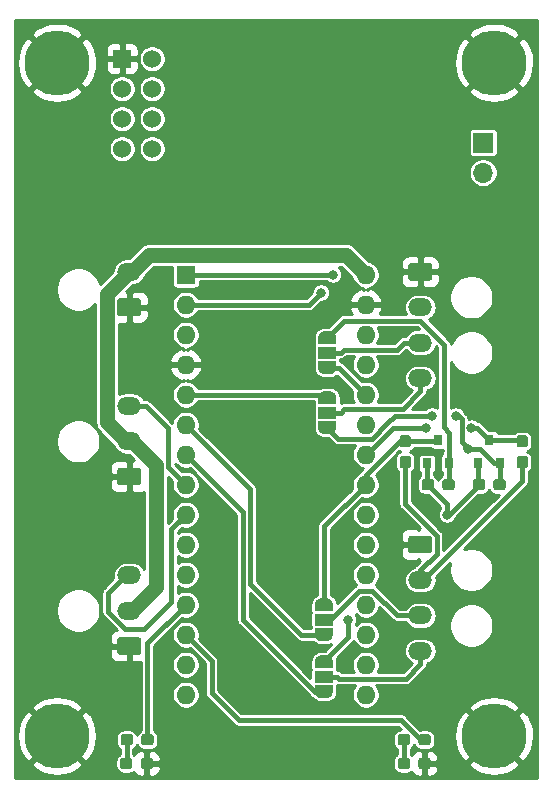
<source format=gbr>
G04 #@! TF.GenerationSoftware,KiCad,Pcbnew,(5.1.5)-3*
G04 #@! TF.CreationDate,2020-05-08T22:00:03-06:00*
G04 #@! TF.ProjectId,fluid,666c7569-642e-46b6-9963-61645f706362,rev?*
G04 #@! TF.SameCoordinates,Original*
G04 #@! TF.FileFunction,Copper,L1,Top*
G04 #@! TF.FilePolarity,Positive*
%FSLAX46Y46*%
G04 Gerber Fmt 4.6, Leading zero omitted, Abs format (unit mm)*
G04 Created by KiCad (PCBNEW (5.1.5)-3) date 2020-05-08 22:00:03*
%MOMM*%
%LPD*%
G04 APERTURE LIST*
%ADD10O,2.020000X1.500000*%
%ADD11C,0.100000*%
%ADD12R,1.600000X1.600000*%
%ADD13O,1.600000X1.600000*%
%ADD14C,5.500000*%
%ADD15R,1.524000X1.524000*%
%ADD16C,1.524000*%
%ADD17R,0.800000X0.900000*%
%ADD18R,1.700000X1.700000*%
%ADD19O,1.700000X1.700000*%
%ADD20R,1.500000X1.000000*%
%ADD21C,0.800000*%
%ADD22C,0.381000*%
%ADD23C,1.270000*%
%ADD24C,0.508000*%
%ADD25C,0.254000*%
G04 APERTURE END LIST*
D10*
X70104000Y-132382000D03*
X70104000Y-135382000D03*
G04 #@! TA.AperFunction,ComponentPad*
D11*
G36*
X70888504Y-137633204D02*
G01*
X70912773Y-137636804D01*
X70936571Y-137642765D01*
X70959671Y-137651030D01*
X70981849Y-137661520D01*
X71002893Y-137674133D01*
X71022598Y-137688747D01*
X71040777Y-137705223D01*
X71057253Y-137723402D01*
X71071867Y-137743107D01*
X71084480Y-137764151D01*
X71094970Y-137786329D01*
X71103235Y-137809429D01*
X71109196Y-137833227D01*
X71112796Y-137857496D01*
X71114000Y-137882000D01*
X71114000Y-138882000D01*
X71112796Y-138906504D01*
X71109196Y-138930773D01*
X71103235Y-138954571D01*
X71094970Y-138977671D01*
X71084480Y-138999849D01*
X71071867Y-139020893D01*
X71057253Y-139040598D01*
X71040777Y-139058777D01*
X71022598Y-139075253D01*
X71002893Y-139089867D01*
X70981849Y-139102480D01*
X70959671Y-139112970D01*
X70936571Y-139121235D01*
X70912773Y-139127196D01*
X70888504Y-139130796D01*
X70864000Y-139132000D01*
X69344000Y-139132000D01*
X69319496Y-139130796D01*
X69295227Y-139127196D01*
X69271429Y-139121235D01*
X69248329Y-139112970D01*
X69226151Y-139102480D01*
X69205107Y-139089867D01*
X69185402Y-139075253D01*
X69167223Y-139058777D01*
X69150747Y-139040598D01*
X69136133Y-139020893D01*
X69123520Y-138999849D01*
X69113030Y-138977671D01*
X69104765Y-138954571D01*
X69098804Y-138930773D01*
X69095204Y-138906504D01*
X69094000Y-138882000D01*
X69094000Y-137882000D01*
X69095204Y-137857496D01*
X69098804Y-137833227D01*
X69104765Y-137809429D01*
X69113030Y-137786329D01*
X69123520Y-137764151D01*
X69136133Y-137743107D01*
X69150747Y-137723402D01*
X69167223Y-137705223D01*
X69185402Y-137688747D01*
X69205107Y-137674133D01*
X69226151Y-137661520D01*
X69248329Y-137651030D01*
X69271429Y-137642765D01*
X69295227Y-137636804D01*
X69319496Y-137633204D01*
X69344000Y-137632000D01*
X70864000Y-137632000D01*
X70888504Y-137633204D01*
G37*
G04 #@! TD.AperFunction*
D12*
X74890000Y-106934000D03*
D13*
X90130000Y-139954000D03*
X74890000Y-109474000D03*
X90130000Y-137414000D03*
X74890000Y-112014000D03*
X90130000Y-134874000D03*
X74890000Y-114554000D03*
X90130000Y-132334000D03*
X74890000Y-117094000D03*
X90130000Y-129794000D03*
X74890000Y-119634000D03*
X90130000Y-127254000D03*
X74890000Y-122174000D03*
X90130000Y-124714000D03*
X74890000Y-124714000D03*
X90130000Y-122174000D03*
X74890000Y-127254000D03*
X90130000Y-119634000D03*
X74890000Y-129794000D03*
X90130000Y-117094000D03*
X74890000Y-132334000D03*
X90130000Y-114554000D03*
X74890000Y-134874000D03*
X90130000Y-112014000D03*
X74890000Y-137414000D03*
X90130000Y-109474000D03*
X74890000Y-139954000D03*
X90130000Y-106934000D03*
X74890000Y-142494000D03*
X90130000Y-142494000D03*
G04 #@! TA.AperFunction,SMDPad,CuDef*
D11*
G36*
X71911779Y-147850144D02*
G01*
X71934834Y-147853563D01*
X71957443Y-147859227D01*
X71979387Y-147867079D01*
X72000457Y-147877044D01*
X72020448Y-147889026D01*
X72039168Y-147902910D01*
X72056438Y-147918562D01*
X72072090Y-147935832D01*
X72085974Y-147954552D01*
X72097956Y-147974543D01*
X72107921Y-147995613D01*
X72115773Y-148017557D01*
X72121437Y-148040166D01*
X72124856Y-148063221D01*
X72126000Y-148086500D01*
X72126000Y-148561500D01*
X72124856Y-148584779D01*
X72121437Y-148607834D01*
X72115773Y-148630443D01*
X72107921Y-148652387D01*
X72097956Y-148673457D01*
X72085974Y-148693448D01*
X72072090Y-148712168D01*
X72056438Y-148729438D01*
X72039168Y-148745090D01*
X72020448Y-148758974D01*
X72000457Y-148770956D01*
X71979387Y-148780921D01*
X71957443Y-148788773D01*
X71934834Y-148794437D01*
X71911779Y-148797856D01*
X71888500Y-148799000D01*
X71313500Y-148799000D01*
X71290221Y-148797856D01*
X71267166Y-148794437D01*
X71244557Y-148788773D01*
X71222613Y-148780921D01*
X71201543Y-148770956D01*
X71181552Y-148758974D01*
X71162832Y-148745090D01*
X71145562Y-148729438D01*
X71129910Y-148712168D01*
X71116026Y-148693448D01*
X71104044Y-148673457D01*
X71094079Y-148652387D01*
X71086227Y-148630443D01*
X71080563Y-148607834D01*
X71077144Y-148584779D01*
X71076000Y-148561500D01*
X71076000Y-148086500D01*
X71077144Y-148063221D01*
X71080563Y-148040166D01*
X71086227Y-148017557D01*
X71094079Y-147995613D01*
X71104044Y-147974543D01*
X71116026Y-147954552D01*
X71129910Y-147935832D01*
X71145562Y-147918562D01*
X71162832Y-147902910D01*
X71181552Y-147889026D01*
X71201543Y-147877044D01*
X71222613Y-147867079D01*
X71244557Y-147859227D01*
X71267166Y-147853563D01*
X71290221Y-147850144D01*
X71313500Y-147849000D01*
X71888500Y-147849000D01*
X71911779Y-147850144D01*
G37*
G04 #@! TD.AperFunction*
G04 #@! TA.AperFunction,SMDPad,CuDef*
G36*
X70161779Y-147850144D02*
G01*
X70184834Y-147853563D01*
X70207443Y-147859227D01*
X70229387Y-147867079D01*
X70250457Y-147877044D01*
X70270448Y-147889026D01*
X70289168Y-147902910D01*
X70306438Y-147918562D01*
X70322090Y-147935832D01*
X70335974Y-147954552D01*
X70347956Y-147974543D01*
X70357921Y-147995613D01*
X70365773Y-148017557D01*
X70371437Y-148040166D01*
X70374856Y-148063221D01*
X70376000Y-148086500D01*
X70376000Y-148561500D01*
X70374856Y-148584779D01*
X70371437Y-148607834D01*
X70365773Y-148630443D01*
X70357921Y-148652387D01*
X70347956Y-148673457D01*
X70335974Y-148693448D01*
X70322090Y-148712168D01*
X70306438Y-148729438D01*
X70289168Y-148745090D01*
X70270448Y-148758974D01*
X70250457Y-148770956D01*
X70229387Y-148780921D01*
X70207443Y-148788773D01*
X70184834Y-148794437D01*
X70161779Y-148797856D01*
X70138500Y-148799000D01*
X69563500Y-148799000D01*
X69540221Y-148797856D01*
X69517166Y-148794437D01*
X69494557Y-148788773D01*
X69472613Y-148780921D01*
X69451543Y-148770956D01*
X69431552Y-148758974D01*
X69412832Y-148745090D01*
X69395562Y-148729438D01*
X69379910Y-148712168D01*
X69366026Y-148693448D01*
X69354044Y-148673457D01*
X69344079Y-148652387D01*
X69336227Y-148630443D01*
X69330563Y-148607834D01*
X69327144Y-148584779D01*
X69326000Y-148561500D01*
X69326000Y-148086500D01*
X69327144Y-148063221D01*
X69330563Y-148040166D01*
X69336227Y-148017557D01*
X69344079Y-147995613D01*
X69354044Y-147974543D01*
X69366026Y-147954552D01*
X69379910Y-147935832D01*
X69395562Y-147918562D01*
X69412832Y-147902910D01*
X69431552Y-147889026D01*
X69451543Y-147877044D01*
X69472613Y-147867079D01*
X69494557Y-147859227D01*
X69517166Y-147853563D01*
X69540221Y-147850144D01*
X69563500Y-147849000D01*
X70138500Y-147849000D01*
X70161779Y-147850144D01*
G37*
G04 #@! TD.AperFunction*
G04 #@! TA.AperFunction,SMDPad,CuDef*
G36*
X93669779Y-147850144D02*
G01*
X93692834Y-147853563D01*
X93715443Y-147859227D01*
X93737387Y-147867079D01*
X93758457Y-147877044D01*
X93778448Y-147889026D01*
X93797168Y-147902910D01*
X93814438Y-147918562D01*
X93830090Y-147935832D01*
X93843974Y-147954552D01*
X93855956Y-147974543D01*
X93865921Y-147995613D01*
X93873773Y-148017557D01*
X93879437Y-148040166D01*
X93882856Y-148063221D01*
X93884000Y-148086500D01*
X93884000Y-148561500D01*
X93882856Y-148584779D01*
X93879437Y-148607834D01*
X93873773Y-148630443D01*
X93865921Y-148652387D01*
X93855956Y-148673457D01*
X93843974Y-148693448D01*
X93830090Y-148712168D01*
X93814438Y-148729438D01*
X93797168Y-148745090D01*
X93778448Y-148758974D01*
X93758457Y-148770956D01*
X93737387Y-148780921D01*
X93715443Y-148788773D01*
X93692834Y-148794437D01*
X93669779Y-148797856D01*
X93646500Y-148799000D01*
X93071500Y-148799000D01*
X93048221Y-148797856D01*
X93025166Y-148794437D01*
X93002557Y-148788773D01*
X92980613Y-148780921D01*
X92959543Y-148770956D01*
X92939552Y-148758974D01*
X92920832Y-148745090D01*
X92903562Y-148729438D01*
X92887910Y-148712168D01*
X92874026Y-148693448D01*
X92862044Y-148673457D01*
X92852079Y-148652387D01*
X92844227Y-148630443D01*
X92838563Y-148607834D01*
X92835144Y-148584779D01*
X92834000Y-148561500D01*
X92834000Y-148086500D01*
X92835144Y-148063221D01*
X92838563Y-148040166D01*
X92844227Y-148017557D01*
X92852079Y-147995613D01*
X92862044Y-147974543D01*
X92874026Y-147954552D01*
X92887910Y-147935832D01*
X92903562Y-147918562D01*
X92920832Y-147902910D01*
X92939552Y-147889026D01*
X92959543Y-147877044D01*
X92980613Y-147867079D01*
X93002557Y-147859227D01*
X93025166Y-147853563D01*
X93048221Y-147850144D01*
X93071500Y-147849000D01*
X93646500Y-147849000D01*
X93669779Y-147850144D01*
G37*
G04 #@! TD.AperFunction*
G04 #@! TA.AperFunction,SMDPad,CuDef*
G36*
X95419779Y-147850144D02*
G01*
X95442834Y-147853563D01*
X95465443Y-147859227D01*
X95487387Y-147867079D01*
X95508457Y-147877044D01*
X95528448Y-147889026D01*
X95547168Y-147902910D01*
X95564438Y-147918562D01*
X95580090Y-147935832D01*
X95593974Y-147954552D01*
X95605956Y-147974543D01*
X95615921Y-147995613D01*
X95623773Y-148017557D01*
X95629437Y-148040166D01*
X95632856Y-148063221D01*
X95634000Y-148086500D01*
X95634000Y-148561500D01*
X95632856Y-148584779D01*
X95629437Y-148607834D01*
X95623773Y-148630443D01*
X95615921Y-148652387D01*
X95605956Y-148673457D01*
X95593974Y-148693448D01*
X95580090Y-148712168D01*
X95564438Y-148729438D01*
X95547168Y-148745090D01*
X95528448Y-148758974D01*
X95508457Y-148770956D01*
X95487387Y-148780921D01*
X95465443Y-148788773D01*
X95442834Y-148794437D01*
X95419779Y-148797856D01*
X95396500Y-148799000D01*
X94821500Y-148799000D01*
X94798221Y-148797856D01*
X94775166Y-148794437D01*
X94752557Y-148788773D01*
X94730613Y-148780921D01*
X94709543Y-148770956D01*
X94689552Y-148758974D01*
X94670832Y-148745090D01*
X94653562Y-148729438D01*
X94637910Y-148712168D01*
X94624026Y-148693448D01*
X94612044Y-148673457D01*
X94602079Y-148652387D01*
X94594227Y-148630443D01*
X94588563Y-148607834D01*
X94585144Y-148584779D01*
X94584000Y-148561500D01*
X94584000Y-148086500D01*
X94585144Y-148063221D01*
X94588563Y-148040166D01*
X94594227Y-148017557D01*
X94602079Y-147995613D01*
X94612044Y-147974543D01*
X94624026Y-147954552D01*
X94637910Y-147935832D01*
X94653562Y-147918562D01*
X94670832Y-147902910D01*
X94689552Y-147889026D01*
X94709543Y-147877044D01*
X94730613Y-147867079D01*
X94752557Y-147859227D01*
X94775166Y-147853563D01*
X94798221Y-147850144D01*
X94821500Y-147849000D01*
X95396500Y-147849000D01*
X95419779Y-147850144D01*
G37*
G04 #@! TD.AperFunction*
D14*
X64000000Y-146000000D03*
X64000000Y-89000000D03*
X101000000Y-89000000D03*
X101000000Y-146000000D03*
G04 #@! TA.AperFunction,ComponentPad*
D11*
G36*
X70888504Y-108945204D02*
G01*
X70912773Y-108948804D01*
X70936571Y-108954765D01*
X70959671Y-108963030D01*
X70981849Y-108973520D01*
X71002893Y-108986133D01*
X71022598Y-109000747D01*
X71040777Y-109017223D01*
X71057253Y-109035402D01*
X71071867Y-109055107D01*
X71084480Y-109076151D01*
X71094970Y-109098329D01*
X71103235Y-109121429D01*
X71109196Y-109145227D01*
X71112796Y-109169496D01*
X71114000Y-109194000D01*
X71114000Y-110194000D01*
X71112796Y-110218504D01*
X71109196Y-110242773D01*
X71103235Y-110266571D01*
X71094970Y-110289671D01*
X71084480Y-110311849D01*
X71071867Y-110332893D01*
X71057253Y-110352598D01*
X71040777Y-110370777D01*
X71022598Y-110387253D01*
X71002893Y-110401867D01*
X70981849Y-110414480D01*
X70959671Y-110424970D01*
X70936571Y-110433235D01*
X70912773Y-110439196D01*
X70888504Y-110442796D01*
X70864000Y-110444000D01*
X69344000Y-110444000D01*
X69319496Y-110442796D01*
X69295227Y-110439196D01*
X69271429Y-110433235D01*
X69248329Y-110424970D01*
X69226151Y-110414480D01*
X69205107Y-110401867D01*
X69185402Y-110387253D01*
X69167223Y-110370777D01*
X69150747Y-110352598D01*
X69136133Y-110332893D01*
X69123520Y-110311849D01*
X69113030Y-110289671D01*
X69104765Y-110266571D01*
X69098804Y-110242773D01*
X69095204Y-110218504D01*
X69094000Y-110194000D01*
X69094000Y-109194000D01*
X69095204Y-109169496D01*
X69098804Y-109145227D01*
X69104765Y-109121429D01*
X69113030Y-109098329D01*
X69123520Y-109076151D01*
X69136133Y-109055107D01*
X69150747Y-109035402D01*
X69167223Y-109017223D01*
X69185402Y-109000747D01*
X69205107Y-108986133D01*
X69226151Y-108973520D01*
X69248329Y-108963030D01*
X69271429Y-108954765D01*
X69295227Y-108948804D01*
X69319496Y-108945204D01*
X69344000Y-108944000D01*
X70864000Y-108944000D01*
X70888504Y-108945204D01*
G37*
G04 #@! TD.AperFunction*
D10*
X70104000Y-106694000D03*
G04 #@! TA.AperFunction,SMDPad,CuDef*
D11*
G36*
X70206779Y-145830144D02*
G01*
X70229834Y-145833563D01*
X70252443Y-145839227D01*
X70274387Y-145847079D01*
X70295457Y-145857044D01*
X70315448Y-145869026D01*
X70334168Y-145882910D01*
X70351438Y-145898562D01*
X70367090Y-145915832D01*
X70380974Y-145934552D01*
X70392956Y-145954543D01*
X70402921Y-145975613D01*
X70410773Y-145997557D01*
X70416437Y-146020166D01*
X70419856Y-146043221D01*
X70421000Y-146066500D01*
X70421000Y-146541500D01*
X70419856Y-146564779D01*
X70416437Y-146587834D01*
X70410773Y-146610443D01*
X70402921Y-146632387D01*
X70392956Y-146653457D01*
X70380974Y-146673448D01*
X70367090Y-146692168D01*
X70351438Y-146709438D01*
X70334168Y-146725090D01*
X70315448Y-146738974D01*
X70295457Y-146750956D01*
X70274387Y-146760921D01*
X70252443Y-146768773D01*
X70229834Y-146774437D01*
X70206779Y-146777856D01*
X70183500Y-146779000D01*
X69608500Y-146779000D01*
X69585221Y-146777856D01*
X69562166Y-146774437D01*
X69539557Y-146768773D01*
X69517613Y-146760921D01*
X69496543Y-146750956D01*
X69476552Y-146738974D01*
X69457832Y-146725090D01*
X69440562Y-146709438D01*
X69424910Y-146692168D01*
X69411026Y-146673448D01*
X69399044Y-146653457D01*
X69389079Y-146632387D01*
X69381227Y-146610443D01*
X69375563Y-146587834D01*
X69372144Y-146564779D01*
X69371000Y-146541500D01*
X69371000Y-146066500D01*
X69372144Y-146043221D01*
X69375563Y-146020166D01*
X69381227Y-145997557D01*
X69389079Y-145975613D01*
X69399044Y-145954543D01*
X69411026Y-145934552D01*
X69424910Y-145915832D01*
X69440562Y-145898562D01*
X69457832Y-145882910D01*
X69476552Y-145869026D01*
X69496543Y-145857044D01*
X69517613Y-145847079D01*
X69539557Y-145839227D01*
X69562166Y-145833563D01*
X69585221Y-145830144D01*
X69608500Y-145829000D01*
X70183500Y-145829000D01*
X70206779Y-145830144D01*
G37*
G04 #@! TD.AperFunction*
G04 #@! TA.AperFunction,SMDPad,CuDef*
G36*
X71956779Y-145830144D02*
G01*
X71979834Y-145833563D01*
X72002443Y-145839227D01*
X72024387Y-145847079D01*
X72045457Y-145857044D01*
X72065448Y-145869026D01*
X72084168Y-145882910D01*
X72101438Y-145898562D01*
X72117090Y-145915832D01*
X72130974Y-145934552D01*
X72142956Y-145954543D01*
X72152921Y-145975613D01*
X72160773Y-145997557D01*
X72166437Y-146020166D01*
X72169856Y-146043221D01*
X72171000Y-146066500D01*
X72171000Y-146541500D01*
X72169856Y-146564779D01*
X72166437Y-146587834D01*
X72160773Y-146610443D01*
X72152921Y-146632387D01*
X72142956Y-146653457D01*
X72130974Y-146673448D01*
X72117090Y-146692168D01*
X72101438Y-146709438D01*
X72084168Y-146725090D01*
X72065448Y-146738974D01*
X72045457Y-146750956D01*
X72024387Y-146760921D01*
X72002443Y-146768773D01*
X71979834Y-146774437D01*
X71956779Y-146777856D01*
X71933500Y-146779000D01*
X71358500Y-146779000D01*
X71335221Y-146777856D01*
X71312166Y-146774437D01*
X71289557Y-146768773D01*
X71267613Y-146760921D01*
X71246543Y-146750956D01*
X71226552Y-146738974D01*
X71207832Y-146725090D01*
X71190562Y-146709438D01*
X71174910Y-146692168D01*
X71161026Y-146673448D01*
X71149044Y-146653457D01*
X71139079Y-146632387D01*
X71131227Y-146610443D01*
X71125563Y-146587834D01*
X71122144Y-146564779D01*
X71121000Y-146541500D01*
X71121000Y-146066500D01*
X71122144Y-146043221D01*
X71125563Y-146020166D01*
X71131227Y-145997557D01*
X71139079Y-145975613D01*
X71149044Y-145954543D01*
X71161026Y-145934552D01*
X71174910Y-145915832D01*
X71190562Y-145898562D01*
X71207832Y-145882910D01*
X71226552Y-145869026D01*
X71246543Y-145857044D01*
X71267613Y-145847079D01*
X71289557Y-145839227D01*
X71312166Y-145833563D01*
X71335221Y-145830144D01*
X71358500Y-145829000D01*
X71933500Y-145829000D01*
X71956779Y-145830144D01*
G37*
G04 #@! TD.AperFunction*
D15*
X69500000Y-88646000D03*
D16*
X72040000Y-88646000D03*
X69500000Y-91186000D03*
X72040000Y-91186000D03*
X69500000Y-93726000D03*
X72040000Y-93726000D03*
X69500000Y-96266000D03*
X72040000Y-96266000D03*
G04 #@! TA.AperFunction,SMDPad,CuDef*
D11*
G36*
X93669779Y-145830144D02*
G01*
X93692834Y-145833563D01*
X93715443Y-145839227D01*
X93737387Y-145847079D01*
X93758457Y-145857044D01*
X93778448Y-145869026D01*
X93797168Y-145882910D01*
X93814438Y-145898562D01*
X93830090Y-145915832D01*
X93843974Y-145934552D01*
X93855956Y-145954543D01*
X93865921Y-145975613D01*
X93873773Y-145997557D01*
X93879437Y-146020166D01*
X93882856Y-146043221D01*
X93884000Y-146066500D01*
X93884000Y-146541500D01*
X93882856Y-146564779D01*
X93879437Y-146587834D01*
X93873773Y-146610443D01*
X93865921Y-146632387D01*
X93855956Y-146653457D01*
X93843974Y-146673448D01*
X93830090Y-146692168D01*
X93814438Y-146709438D01*
X93797168Y-146725090D01*
X93778448Y-146738974D01*
X93758457Y-146750956D01*
X93737387Y-146760921D01*
X93715443Y-146768773D01*
X93692834Y-146774437D01*
X93669779Y-146777856D01*
X93646500Y-146779000D01*
X93071500Y-146779000D01*
X93048221Y-146777856D01*
X93025166Y-146774437D01*
X93002557Y-146768773D01*
X92980613Y-146760921D01*
X92959543Y-146750956D01*
X92939552Y-146738974D01*
X92920832Y-146725090D01*
X92903562Y-146709438D01*
X92887910Y-146692168D01*
X92874026Y-146673448D01*
X92862044Y-146653457D01*
X92852079Y-146632387D01*
X92844227Y-146610443D01*
X92838563Y-146587834D01*
X92835144Y-146564779D01*
X92834000Y-146541500D01*
X92834000Y-146066500D01*
X92835144Y-146043221D01*
X92838563Y-146020166D01*
X92844227Y-145997557D01*
X92852079Y-145975613D01*
X92862044Y-145954543D01*
X92874026Y-145934552D01*
X92887910Y-145915832D01*
X92903562Y-145898562D01*
X92920832Y-145882910D01*
X92939552Y-145869026D01*
X92959543Y-145857044D01*
X92980613Y-145847079D01*
X93002557Y-145839227D01*
X93025166Y-145833563D01*
X93048221Y-145830144D01*
X93071500Y-145829000D01*
X93646500Y-145829000D01*
X93669779Y-145830144D01*
G37*
G04 #@! TD.AperFunction*
G04 #@! TA.AperFunction,SMDPad,CuDef*
G36*
X95419779Y-145830144D02*
G01*
X95442834Y-145833563D01*
X95465443Y-145839227D01*
X95487387Y-145847079D01*
X95508457Y-145857044D01*
X95528448Y-145869026D01*
X95547168Y-145882910D01*
X95564438Y-145898562D01*
X95580090Y-145915832D01*
X95593974Y-145934552D01*
X95605956Y-145954543D01*
X95615921Y-145975613D01*
X95623773Y-145997557D01*
X95629437Y-146020166D01*
X95632856Y-146043221D01*
X95634000Y-146066500D01*
X95634000Y-146541500D01*
X95632856Y-146564779D01*
X95629437Y-146587834D01*
X95623773Y-146610443D01*
X95615921Y-146632387D01*
X95605956Y-146653457D01*
X95593974Y-146673448D01*
X95580090Y-146692168D01*
X95564438Y-146709438D01*
X95547168Y-146725090D01*
X95528448Y-146738974D01*
X95508457Y-146750956D01*
X95487387Y-146760921D01*
X95465443Y-146768773D01*
X95442834Y-146774437D01*
X95419779Y-146777856D01*
X95396500Y-146779000D01*
X94821500Y-146779000D01*
X94798221Y-146777856D01*
X94775166Y-146774437D01*
X94752557Y-146768773D01*
X94730613Y-146760921D01*
X94709543Y-146750956D01*
X94689552Y-146738974D01*
X94670832Y-146725090D01*
X94653562Y-146709438D01*
X94637910Y-146692168D01*
X94624026Y-146673448D01*
X94612044Y-146653457D01*
X94602079Y-146632387D01*
X94594227Y-146610443D01*
X94588563Y-146587834D01*
X94585144Y-146564779D01*
X94584000Y-146541500D01*
X94584000Y-146066500D01*
X94585144Y-146043221D01*
X94588563Y-146020166D01*
X94594227Y-145997557D01*
X94602079Y-145975613D01*
X94612044Y-145954543D01*
X94624026Y-145934552D01*
X94637910Y-145915832D01*
X94653562Y-145898562D01*
X94670832Y-145882910D01*
X94689552Y-145869026D01*
X94709543Y-145857044D01*
X94730613Y-145847079D01*
X94752557Y-145839227D01*
X94775166Y-145833563D01*
X94798221Y-145830144D01*
X94821500Y-145829000D01*
X95396500Y-145829000D01*
X95419779Y-145830144D01*
G37*
G04 #@! TD.AperFunction*
G04 #@! TA.AperFunction,ComponentPad*
G36*
X70888504Y-123289204D02*
G01*
X70912773Y-123292804D01*
X70936571Y-123298765D01*
X70959671Y-123307030D01*
X70981849Y-123317520D01*
X71002893Y-123330133D01*
X71022598Y-123344747D01*
X71040777Y-123361223D01*
X71057253Y-123379402D01*
X71071867Y-123399107D01*
X71084480Y-123420151D01*
X71094970Y-123442329D01*
X71103235Y-123465429D01*
X71109196Y-123489227D01*
X71112796Y-123513496D01*
X71114000Y-123538000D01*
X71114000Y-124538000D01*
X71112796Y-124562504D01*
X71109196Y-124586773D01*
X71103235Y-124610571D01*
X71094970Y-124633671D01*
X71084480Y-124655849D01*
X71071867Y-124676893D01*
X71057253Y-124696598D01*
X71040777Y-124714777D01*
X71022598Y-124731253D01*
X71002893Y-124745867D01*
X70981849Y-124758480D01*
X70959671Y-124768970D01*
X70936571Y-124777235D01*
X70912773Y-124783196D01*
X70888504Y-124786796D01*
X70864000Y-124788000D01*
X69344000Y-124788000D01*
X69319496Y-124786796D01*
X69295227Y-124783196D01*
X69271429Y-124777235D01*
X69248329Y-124768970D01*
X69226151Y-124758480D01*
X69205107Y-124745867D01*
X69185402Y-124731253D01*
X69167223Y-124714777D01*
X69150747Y-124696598D01*
X69136133Y-124676893D01*
X69123520Y-124655849D01*
X69113030Y-124633671D01*
X69104765Y-124610571D01*
X69098804Y-124586773D01*
X69095204Y-124562504D01*
X69094000Y-124538000D01*
X69094000Y-123538000D01*
X69095204Y-123513496D01*
X69098804Y-123489227D01*
X69104765Y-123465429D01*
X69113030Y-123442329D01*
X69123520Y-123420151D01*
X69136133Y-123399107D01*
X69150747Y-123379402D01*
X69167223Y-123361223D01*
X69185402Y-123344747D01*
X69205107Y-123330133D01*
X69226151Y-123317520D01*
X69248329Y-123307030D01*
X69271429Y-123298765D01*
X69295227Y-123292804D01*
X69319496Y-123289204D01*
X69344000Y-123288000D01*
X70864000Y-123288000D01*
X70888504Y-123289204D01*
G37*
G04 #@! TD.AperFunction*
D10*
X70104000Y-121038000D03*
X70104000Y-118038000D03*
G04 #@! TA.AperFunction,ComponentPad*
D11*
G36*
X95526504Y-129045204D02*
G01*
X95550773Y-129048804D01*
X95574571Y-129054765D01*
X95597671Y-129063030D01*
X95619849Y-129073520D01*
X95640893Y-129086133D01*
X95660598Y-129100747D01*
X95678777Y-129117223D01*
X95695253Y-129135402D01*
X95709867Y-129155107D01*
X95722480Y-129176151D01*
X95732970Y-129198329D01*
X95741235Y-129221429D01*
X95747196Y-129245227D01*
X95750796Y-129269496D01*
X95752000Y-129294000D01*
X95752000Y-130294000D01*
X95750796Y-130318504D01*
X95747196Y-130342773D01*
X95741235Y-130366571D01*
X95732970Y-130389671D01*
X95722480Y-130411849D01*
X95709867Y-130432893D01*
X95695253Y-130452598D01*
X95678777Y-130470777D01*
X95660598Y-130487253D01*
X95640893Y-130501867D01*
X95619849Y-130514480D01*
X95597671Y-130524970D01*
X95574571Y-130533235D01*
X95550773Y-130539196D01*
X95526504Y-130542796D01*
X95502000Y-130544000D01*
X93982000Y-130544000D01*
X93957496Y-130542796D01*
X93933227Y-130539196D01*
X93909429Y-130533235D01*
X93886329Y-130524970D01*
X93864151Y-130514480D01*
X93843107Y-130501867D01*
X93823402Y-130487253D01*
X93805223Y-130470777D01*
X93788747Y-130452598D01*
X93774133Y-130432893D01*
X93761520Y-130411849D01*
X93751030Y-130389671D01*
X93742765Y-130366571D01*
X93736804Y-130342773D01*
X93733204Y-130318504D01*
X93732000Y-130294000D01*
X93732000Y-129294000D01*
X93733204Y-129269496D01*
X93736804Y-129245227D01*
X93742765Y-129221429D01*
X93751030Y-129198329D01*
X93761520Y-129176151D01*
X93774133Y-129155107D01*
X93788747Y-129135402D01*
X93805223Y-129117223D01*
X93823402Y-129100747D01*
X93843107Y-129086133D01*
X93864151Y-129073520D01*
X93886329Y-129063030D01*
X93909429Y-129054765D01*
X93933227Y-129048804D01*
X93957496Y-129045204D01*
X93982000Y-129044000D01*
X95502000Y-129044000D01*
X95526504Y-129045204D01*
G37*
G04 #@! TD.AperFunction*
D10*
X94742000Y-132794000D03*
X94742000Y-135794000D03*
X94742000Y-138794000D03*
X94742000Y-115694000D03*
X94742000Y-112694000D03*
X94742000Y-109694000D03*
G04 #@! TA.AperFunction,ComponentPad*
D11*
G36*
X95526504Y-105945204D02*
G01*
X95550773Y-105948804D01*
X95574571Y-105954765D01*
X95597671Y-105963030D01*
X95619849Y-105973520D01*
X95640893Y-105986133D01*
X95660598Y-106000747D01*
X95678777Y-106017223D01*
X95695253Y-106035402D01*
X95709867Y-106055107D01*
X95722480Y-106076151D01*
X95732970Y-106098329D01*
X95741235Y-106121429D01*
X95747196Y-106145227D01*
X95750796Y-106169496D01*
X95752000Y-106194000D01*
X95752000Y-107194000D01*
X95750796Y-107218504D01*
X95747196Y-107242773D01*
X95741235Y-107266571D01*
X95732970Y-107289671D01*
X95722480Y-107311849D01*
X95709867Y-107332893D01*
X95695253Y-107352598D01*
X95678777Y-107370777D01*
X95660598Y-107387253D01*
X95640893Y-107401867D01*
X95619849Y-107414480D01*
X95597671Y-107424970D01*
X95574571Y-107433235D01*
X95550773Y-107439196D01*
X95526504Y-107442796D01*
X95502000Y-107444000D01*
X93982000Y-107444000D01*
X93957496Y-107442796D01*
X93933227Y-107439196D01*
X93909429Y-107433235D01*
X93886329Y-107424970D01*
X93864151Y-107414480D01*
X93843107Y-107401867D01*
X93823402Y-107387253D01*
X93805223Y-107370777D01*
X93788747Y-107352598D01*
X93774133Y-107332893D01*
X93761520Y-107311849D01*
X93751030Y-107289671D01*
X93742765Y-107266571D01*
X93736804Y-107242773D01*
X93733204Y-107218504D01*
X93732000Y-107194000D01*
X93732000Y-106194000D01*
X93733204Y-106169496D01*
X93736804Y-106145227D01*
X93742765Y-106121429D01*
X93751030Y-106098329D01*
X93761520Y-106076151D01*
X93774133Y-106055107D01*
X93788747Y-106035402D01*
X93805223Y-106017223D01*
X93823402Y-106000747D01*
X93843107Y-105986133D01*
X93864151Y-105973520D01*
X93886329Y-105963030D01*
X93909429Y-105954765D01*
X93933227Y-105948804D01*
X93957496Y-105945204D01*
X93982000Y-105944000D01*
X95502000Y-105944000D01*
X95526504Y-105945204D01*
G37*
G04 #@! TD.AperFunction*
D17*
X95316000Y-122920000D03*
X97216000Y-122920000D03*
X96266000Y-120920000D03*
X100584000Y-120920000D03*
X101534000Y-122920000D03*
X99634000Y-122920000D03*
G04 #@! TA.AperFunction,SMDPad,CuDef*
D11*
G36*
X93732779Y-120521144D02*
G01*
X93755834Y-120524563D01*
X93778443Y-120530227D01*
X93800387Y-120538079D01*
X93821457Y-120548044D01*
X93841448Y-120560026D01*
X93860168Y-120573910D01*
X93877438Y-120589562D01*
X93893090Y-120606832D01*
X93906974Y-120625552D01*
X93918956Y-120645543D01*
X93928921Y-120666613D01*
X93936773Y-120688557D01*
X93942437Y-120711166D01*
X93945856Y-120734221D01*
X93947000Y-120757500D01*
X93947000Y-121332500D01*
X93945856Y-121355779D01*
X93942437Y-121378834D01*
X93936773Y-121401443D01*
X93928921Y-121423387D01*
X93918956Y-121444457D01*
X93906974Y-121464448D01*
X93893090Y-121483168D01*
X93877438Y-121500438D01*
X93860168Y-121516090D01*
X93841448Y-121529974D01*
X93821457Y-121541956D01*
X93800387Y-121551921D01*
X93778443Y-121559773D01*
X93755834Y-121565437D01*
X93732779Y-121568856D01*
X93709500Y-121570000D01*
X93234500Y-121570000D01*
X93211221Y-121568856D01*
X93188166Y-121565437D01*
X93165557Y-121559773D01*
X93143613Y-121551921D01*
X93122543Y-121541956D01*
X93102552Y-121529974D01*
X93083832Y-121516090D01*
X93066562Y-121500438D01*
X93050910Y-121483168D01*
X93037026Y-121464448D01*
X93025044Y-121444457D01*
X93015079Y-121423387D01*
X93007227Y-121401443D01*
X93001563Y-121378834D01*
X92998144Y-121355779D01*
X92997000Y-121332500D01*
X92997000Y-120757500D01*
X92998144Y-120734221D01*
X93001563Y-120711166D01*
X93007227Y-120688557D01*
X93015079Y-120666613D01*
X93025044Y-120645543D01*
X93037026Y-120625552D01*
X93050910Y-120606832D01*
X93066562Y-120589562D01*
X93083832Y-120573910D01*
X93102552Y-120560026D01*
X93122543Y-120548044D01*
X93143613Y-120538079D01*
X93165557Y-120530227D01*
X93188166Y-120524563D01*
X93211221Y-120521144D01*
X93234500Y-120520000D01*
X93709500Y-120520000D01*
X93732779Y-120521144D01*
G37*
G04 #@! TD.AperFunction*
G04 #@! TA.AperFunction,SMDPad,CuDef*
G36*
X93732779Y-122271144D02*
G01*
X93755834Y-122274563D01*
X93778443Y-122280227D01*
X93800387Y-122288079D01*
X93821457Y-122298044D01*
X93841448Y-122310026D01*
X93860168Y-122323910D01*
X93877438Y-122339562D01*
X93893090Y-122356832D01*
X93906974Y-122375552D01*
X93918956Y-122395543D01*
X93928921Y-122416613D01*
X93936773Y-122438557D01*
X93942437Y-122461166D01*
X93945856Y-122484221D01*
X93947000Y-122507500D01*
X93947000Y-123082500D01*
X93945856Y-123105779D01*
X93942437Y-123128834D01*
X93936773Y-123151443D01*
X93928921Y-123173387D01*
X93918956Y-123194457D01*
X93906974Y-123214448D01*
X93893090Y-123233168D01*
X93877438Y-123250438D01*
X93860168Y-123266090D01*
X93841448Y-123279974D01*
X93821457Y-123291956D01*
X93800387Y-123301921D01*
X93778443Y-123309773D01*
X93755834Y-123315437D01*
X93732779Y-123318856D01*
X93709500Y-123320000D01*
X93234500Y-123320000D01*
X93211221Y-123318856D01*
X93188166Y-123315437D01*
X93165557Y-123309773D01*
X93143613Y-123301921D01*
X93122543Y-123291956D01*
X93102552Y-123279974D01*
X93083832Y-123266090D01*
X93066562Y-123250438D01*
X93050910Y-123233168D01*
X93037026Y-123214448D01*
X93025044Y-123194457D01*
X93015079Y-123173387D01*
X93007227Y-123151443D01*
X93001563Y-123128834D01*
X92998144Y-123105779D01*
X92997000Y-123082500D01*
X92997000Y-122507500D01*
X92998144Y-122484221D01*
X93001563Y-122461166D01*
X93007227Y-122438557D01*
X93015079Y-122416613D01*
X93025044Y-122395543D01*
X93037026Y-122375552D01*
X93050910Y-122356832D01*
X93066562Y-122339562D01*
X93083832Y-122323910D01*
X93102552Y-122310026D01*
X93122543Y-122298044D01*
X93143613Y-122288079D01*
X93165557Y-122280227D01*
X93188166Y-122274563D01*
X93211221Y-122271144D01*
X93234500Y-122270000D01*
X93709500Y-122270000D01*
X93732779Y-122271144D01*
G37*
G04 #@! TD.AperFunction*
G04 #@! TA.AperFunction,SMDPad,CuDef*
G36*
X103638779Y-120521144D02*
G01*
X103661834Y-120524563D01*
X103684443Y-120530227D01*
X103706387Y-120538079D01*
X103727457Y-120548044D01*
X103747448Y-120560026D01*
X103766168Y-120573910D01*
X103783438Y-120589562D01*
X103799090Y-120606832D01*
X103812974Y-120625552D01*
X103824956Y-120645543D01*
X103834921Y-120666613D01*
X103842773Y-120688557D01*
X103848437Y-120711166D01*
X103851856Y-120734221D01*
X103853000Y-120757500D01*
X103853000Y-121332500D01*
X103851856Y-121355779D01*
X103848437Y-121378834D01*
X103842773Y-121401443D01*
X103834921Y-121423387D01*
X103824956Y-121444457D01*
X103812974Y-121464448D01*
X103799090Y-121483168D01*
X103783438Y-121500438D01*
X103766168Y-121516090D01*
X103747448Y-121529974D01*
X103727457Y-121541956D01*
X103706387Y-121551921D01*
X103684443Y-121559773D01*
X103661834Y-121565437D01*
X103638779Y-121568856D01*
X103615500Y-121570000D01*
X103140500Y-121570000D01*
X103117221Y-121568856D01*
X103094166Y-121565437D01*
X103071557Y-121559773D01*
X103049613Y-121551921D01*
X103028543Y-121541956D01*
X103008552Y-121529974D01*
X102989832Y-121516090D01*
X102972562Y-121500438D01*
X102956910Y-121483168D01*
X102943026Y-121464448D01*
X102931044Y-121444457D01*
X102921079Y-121423387D01*
X102913227Y-121401443D01*
X102907563Y-121378834D01*
X102904144Y-121355779D01*
X102903000Y-121332500D01*
X102903000Y-120757500D01*
X102904144Y-120734221D01*
X102907563Y-120711166D01*
X102913227Y-120688557D01*
X102921079Y-120666613D01*
X102931044Y-120645543D01*
X102943026Y-120625552D01*
X102956910Y-120606832D01*
X102972562Y-120589562D01*
X102989832Y-120573910D01*
X103008552Y-120560026D01*
X103028543Y-120548044D01*
X103049613Y-120538079D01*
X103071557Y-120530227D01*
X103094166Y-120524563D01*
X103117221Y-120521144D01*
X103140500Y-120520000D01*
X103615500Y-120520000D01*
X103638779Y-120521144D01*
G37*
G04 #@! TD.AperFunction*
G04 #@! TA.AperFunction,SMDPad,CuDef*
G36*
X103638779Y-122271144D02*
G01*
X103661834Y-122274563D01*
X103684443Y-122280227D01*
X103706387Y-122288079D01*
X103727457Y-122298044D01*
X103747448Y-122310026D01*
X103766168Y-122323910D01*
X103783438Y-122339562D01*
X103799090Y-122356832D01*
X103812974Y-122375552D01*
X103824956Y-122395543D01*
X103834921Y-122416613D01*
X103842773Y-122438557D01*
X103848437Y-122461166D01*
X103851856Y-122484221D01*
X103853000Y-122507500D01*
X103853000Y-123082500D01*
X103851856Y-123105779D01*
X103848437Y-123128834D01*
X103842773Y-123151443D01*
X103834921Y-123173387D01*
X103824956Y-123194457D01*
X103812974Y-123214448D01*
X103799090Y-123233168D01*
X103783438Y-123250438D01*
X103766168Y-123266090D01*
X103747448Y-123279974D01*
X103727457Y-123291956D01*
X103706387Y-123301921D01*
X103684443Y-123309773D01*
X103661834Y-123315437D01*
X103638779Y-123318856D01*
X103615500Y-123320000D01*
X103140500Y-123320000D01*
X103117221Y-123318856D01*
X103094166Y-123315437D01*
X103071557Y-123309773D01*
X103049613Y-123301921D01*
X103028543Y-123291956D01*
X103008552Y-123279974D01*
X102989832Y-123266090D01*
X102972562Y-123250438D01*
X102956910Y-123233168D01*
X102943026Y-123214448D01*
X102931044Y-123194457D01*
X102921079Y-123173387D01*
X102913227Y-123151443D01*
X102907563Y-123128834D01*
X102904144Y-123105779D01*
X102903000Y-123082500D01*
X102903000Y-122507500D01*
X102904144Y-122484221D01*
X102907563Y-122461166D01*
X102913227Y-122438557D01*
X102921079Y-122416613D01*
X102931044Y-122395543D01*
X102943026Y-122375552D01*
X102956910Y-122356832D01*
X102972562Y-122339562D01*
X102989832Y-122323910D01*
X103008552Y-122310026D01*
X103028543Y-122298044D01*
X103049613Y-122288079D01*
X103071557Y-122280227D01*
X103094166Y-122274563D01*
X103117221Y-122271144D01*
X103140500Y-122270000D01*
X103615500Y-122270000D01*
X103638779Y-122271144D01*
G37*
G04 #@! TD.AperFunction*
G04 #@! TA.AperFunction,SMDPad,CuDef*
G36*
X95701779Y-124240144D02*
G01*
X95724834Y-124243563D01*
X95747443Y-124249227D01*
X95769387Y-124257079D01*
X95790457Y-124267044D01*
X95810448Y-124279026D01*
X95829168Y-124292910D01*
X95846438Y-124308562D01*
X95862090Y-124325832D01*
X95875974Y-124344552D01*
X95887956Y-124364543D01*
X95897921Y-124385613D01*
X95905773Y-124407557D01*
X95911437Y-124430166D01*
X95914856Y-124453221D01*
X95916000Y-124476500D01*
X95916000Y-124951500D01*
X95914856Y-124974779D01*
X95911437Y-124997834D01*
X95905773Y-125020443D01*
X95897921Y-125042387D01*
X95887956Y-125063457D01*
X95875974Y-125083448D01*
X95862090Y-125102168D01*
X95846438Y-125119438D01*
X95829168Y-125135090D01*
X95810448Y-125148974D01*
X95790457Y-125160956D01*
X95769387Y-125170921D01*
X95747443Y-125178773D01*
X95724834Y-125184437D01*
X95701779Y-125187856D01*
X95678500Y-125189000D01*
X95103500Y-125189000D01*
X95080221Y-125187856D01*
X95057166Y-125184437D01*
X95034557Y-125178773D01*
X95012613Y-125170921D01*
X94991543Y-125160956D01*
X94971552Y-125148974D01*
X94952832Y-125135090D01*
X94935562Y-125119438D01*
X94919910Y-125102168D01*
X94906026Y-125083448D01*
X94894044Y-125063457D01*
X94884079Y-125042387D01*
X94876227Y-125020443D01*
X94870563Y-124997834D01*
X94867144Y-124974779D01*
X94866000Y-124951500D01*
X94866000Y-124476500D01*
X94867144Y-124453221D01*
X94870563Y-124430166D01*
X94876227Y-124407557D01*
X94884079Y-124385613D01*
X94894044Y-124364543D01*
X94906026Y-124344552D01*
X94919910Y-124325832D01*
X94935562Y-124308562D01*
X94952832Y-124292910D01*
X94971552Y-124279026D01*
X94991543Y-124267044D01*
X95012613Y-124257079D01*
X95034557Y-124249227D01*
X95057166Y-124243563D01*
X95080221Y-124240144D01*
X95103500Y-124239000D01*
X95678500Y-124239000D01*
X95701779Y-124240144D01*
G37*
G04 #@! TD.AperFunction*
G04 #@! TA.AperFunction,SMDPad,CuDef*
G36*
X97451779Y-124240144D02*
G01*
X97474834Y-124243563D01*
X97497443Y-124249227D01*
X97519387Y-124257079D01*
X97540457Y-124267044D01*
X97560448Y-124279026D01*
X97579168Y-124292910D01*
X97596438Y-124308562D01*
X97612090Y-124325832D01*
X97625974Y-124344552D01*
X97637956Y-124364543D01*
X97647921Y-124385613D01*
X97655773Y-124407557D01*
X97661437Y-124430166D01*
X97664856Y-124453221D01*
X97666000Y-124476500D01*
X97666000Y-124951500D01*
X97664856Y-124974779D01*
X97661437Y-124997834D01*
X97655773Y-125020443D01*
X97647921Y-125042387D01*
X97637956Y-125063457D01*
X97625974Y-125083448D01*
X97612090Y-125102168D01*
X97596438Y-125119438D01*
X97579168Y-125135090D01*
X97560448Y-125148974D01*
X97540457Y-125160956D01*
X97519387Y-125170921D01*
X97497443Y-125178773D01*
X97474834Y-125184437D01*
X97451779Y-125187856D01*
X97428500Y-125189000D01*
X96853500Y-125189000D01*
X96830221Y-125187856D01*
X96807166Y-125184437D01*
X96784557Y-125178773D01*
X96762613Y-125170921D01*
X96741543Y-125160956D01*
X96721552Y-125148974D01*
X96702832Y-125135090D01*
X96685562Y-125119438D01*
X96669910Y-125102168D01*
X96656026Y-125083448D01*
X96644044Y-125063457D01*
X96634079Y-125042387D01*
X96626227Y-125020443D01*
X96620563Y-124997834D01*
X96617144Y-124974779D01*
X96616000Y-124951500D01*
X96616000Y-124476500D01*
X96617144Y-124453221D01*
X96620563Y-124430166D01*
X96626227Y-124407557D01*
X96634079Y-124385613D01*
X96644044Y-124364543D01*
X96656026Y-124344552D01*
X96669910Y-124325832D01*
X96685562Y-124308562D01*
X96702832Y-124292910D01*
X96721552Y-124279026D01*
X96741543Y-124267044D01*
X96762613Y-124257079D01*
X96784557Y-124249227D01*
X96807166Y-124243563D01*
X96830221Y-124240144D01*
X96853500Y-124239000D01*
X97428500Y-124239000D01*
X97451779Y-124240144D01*
G37*
G04 #@! TD.AperFunction*
G04 #@! TA.AperFunction,SMDPad,CuDef*
G36*
X100019779Y-124240144D02*
G01*
X100042834Y-124243563D01*
X100065443Y-124249227D01*
X100087387Y-124257079D01*
X100108457Y-124267044D01*
X100128448Y-124279026D01*
X100147168Y-124292910D01*
X100164438Y-124308562D01*
X100180090Y-124325832D01*
X100193974Y-124344552D01*
X100205956Y-124364543D01*
X100215921Y-124385613D01*
X100223773Y-124407557D01*
X100229437Y-124430166D01*
X100232856Y-124453221D01*
X100234000Y-124476500D01*
X100234000Y-124951500D01*
X100232856Y-124974779D01*
X100229437Y-124997834D01*
X100223773Y-125020443D01*
X100215921Y-125042387D01*
X100205956Y-125063457D01*
X100193974Y-125083448D01*
X100180090Y-125102168D01*
X100164438Y-125119438D01*
X100147168Y-125135090D01*
X100128448Y-125148974D01*
X100108457Y-125160956D01*
X100087387Y-125170921D01*
X100065443Y-125178773D01*
X100042834Y-125184437D01*
X100019779Y-125187856D01*
X99996500Y-125189000D01*
X99421500Y-125189000D01*
X99398221Y-125187856D01*
X99375166Y-125184437D01*
X99352557Y-125178773D01*
X99330613Y-125170921D01*
X99309543Y-125160956D01*
X99289552Y-125148974D01*
X99270832Y-125135090D01*
X99253562Y-125119438D01*
X99237910Y-125102168D01*
X99224026Y-125083448D01*
X99212044Y-125063457D01*
X99202079Y-125042387D01*
X99194227Y-125020443D01*
X99188563Y-124997834D01*
X99185144Y-124974779D01*
X99184000Y-124951500D01*
X99184000Y-124476500D01*
X99185144Y-124453221D01*
X99188563Y-124430166D01*
X99194227Y-124407557D01*
X99202079Y-124385613D01*
X99212044Y-124364543D01*
X99224026Y-124344552D01*
X99237910Y-124325832D01*
X99253562Y-124308562D01*
X99270832Y-124292910D01*
X99289552Y-124279026D01*
X99309543Y-124267044D01*
X99330613Y-124257079D01*
X99352557Y-124249227D01*
X99375166Y-124243563D01*
X99398221Y-124240144D01*
X99421500Y-124239000D01*
X99996500Y-124239000D01*
X100019779Y-124240144D01*
G37*
G04 #@! TD.AperFunction*
G04 #@! TA.AperFunction,SMDPad,CuDef*
G36*
X101769779Y-124240144D02*
G01*
X101792834Y-124243563D01*
X101815443Y-124249227D01*
X101837387Y-124257079D01*
X101858457Y-124267044D01*
X101878448Y-124279026D01*
X101897168Y-124292910D01*
X101914438Y-124308562D01*
X101930090Y-124325832D01*
X101943974Y-124344552D01*
X101955956Y-124364543D01*
X101965921Y-124385613D01*
X101973773Y-124407557D01*
X101979437Y-124430166D01*
X101982856Y-124453221D01*
X101984000Y-124476500D01*
X101984000Y-124951500D01*
X101982856Y-124974779D01*
X101979437Y-124997834D01*
X101973773Y-125020443D01*
X101965921Y-125042387D01*
X101955956Y-125063457D01*
X101943974Y-125083448D01*
X101930090Y-125102168D01*
X101914438Y-125119438D01*
X101897168Y-125135090D01*
X101878448Y-125148974D01*
X101858457Y-125160956D01*
X101837387Y-125170921D01*
X101815443Y-125178773D01*
X101792834Y-125184437D01*
X101769779Y-125187856D01*
X101746500Y-125189000D01*
X101171500Y-125189000D01*
X101148221Y-125187856D01*
X101125166Y-125184437D01*
X101102557Y-125178773D01*
X101080613Y-125170921D01*
X101059543Y-125160956D01*
X101039552Y-125148974D01*
X101020832Y-125135090D01*
X101003562Y-125119438D01*
X100987910Y-125102168D01*
X100974026Y-125083448D01*
X100962044Y-125063457D01*
X100952079Y-125042387D01*
X100944227Y-125020443D01*
X100938563Y-124997834D01*
X100935144Y-124974779D01*
X100934000Y-124951500D01*
X100934000Y-124476500D01*
X100935144Y-124453221D01*
X100938563Y-124430166D01*
X100944227Y-124407557D01*
X100952079Y-124385613D01*
X100962044Y-124364543D01*
X100974026Y-124344552D01*
X100987910Y-124325832D01*
X101003562Y-124308562D01*
X101020832Y-124292910D01*
X101039552Y-124279026D01*
X101059543Y-124267044D01*
X101080613Y-124257079D01*
X101102557Y-124249227D01*
X101125166Y-124243563D01*
X101148221Y-124240144D01*
X101171500Y-124239000D01*
X101746500Y-124239000D01*
X101769779Y-124240144D01*
G37*
G04 #@! TD.AperFunction*
D18*
X100076000Y-95758000D03*
D19*
X100076000Y-98298000D03*
D20*
X86583000Y-136144000D03*
G04 #@! TA.AperFunction,SMDPad,CuDef*
D11*
G36*
X85833602Y-134844000D02*
G01*
X85833602Y-134819466D01*
X85838412Y-134770635D01*
X85847984Y-134722510D01*
X85862228Y-134675555D01*
X85881005Y-134630222D01*
X85904136Y-134586949D01*
X85931396Y-134546150D01*
X85962524Y-134508221D01*
X85997221Y-134473524D01*
X86035150Y-134442396D01*
X86075949Y-134415136D01*
X86119222Y-134392005D01*
X86164555Y-134373228D01*
X86211510Y-134358984D01*
X86259635Y-134349412D01*
X86308466Y-134344602D01*
X86333000Y-134344602D01*
X86333000Y-134344000D01*
X86833000Y-134344000D01*
X86833000Y-134344602D01*
X86857534Y-134344602D01*
X86906365Y-134349412D01*
X86954490Y-134358984D01*
X87001445Y-134373228D01*
X87046778Y-134392005D01*
X87090051Y-134415136D01*
X87130850Y-134442396D01*
X87168779Y-134473524D01*
X87203476Y-134508221D01*
X87234604Y-134546150D01*
X87261864Y-134586949D01*
X87284995Y-134630222D01*
X87303772Y-134675555D01*
X87318016Y-134722510D01*
X87327588Y-134770635D01*
X87332398Y-134819466D01*
X87332398Y-134844000D01*
X87333000Y-134844000D01*
X87333000Y-135394000D01*
X85833000Y-135394000D01*
X85833000Y-134844000D01*
X85833602Y-134844000D01*
G37*
G04 #@! TD.AperFunction*
G04 #@! TA.AperFunction,SMDPad,CuDef*
G36*
X87333000Y-136894000D02*
G01*
X87333000Y-137444000D01*
X87332398Y-137444000D01*
X87332398Y-137468534D01*
X87327588Y-137517365D01*
X87318016Y-137565490D01*
X87303772Y-137612445D01*
X87284995Y-137657778D01*
X87261864Y-137701051D01*
X87234604Y-137741850D01*
X87203476Y-137779779D01*
X87168779Y-137814476D01*
X87130850Y-137845604D01*
X87090051Y-137872864D01*
X87046778Y-137895995D01*
X87001445Y-137914772D01*
X86954490Y-137929016D01*
X86906365Y-137938588D01*
X86857534Y-137943398D01*
X86833000Y-137943398D01*
X86833000Y-137944000D01*
X86333000Y-137944000D01*
X86333000Y-137943398D01*
X86308466Y-137943398D01*
X86259635Y-137938588D01*
X86211510Y-137929016D01*
X86164555Y-137914772D01*
X86119222Y-137895995D01*
X86075949Y-137872864D01*
X86035150Y-137845604D01*
X85997221Y-137814476D01*
X85962524Y-137779779D01*
X85931396Y-137741850D01*
X85904136Y-137701051D01*
X85881005Y-137657778D01*
X85862228Y-137612445D01*
X85847984Y-137565490D01*
X85838412Y-137517365D01*
X85833602Y-137468534D01*
X85833602Y-137444000D01*
X85833000Y-137444000D01*
X85833000Y-136894000D01*
X87333000Y-136894000D01*
G37*
G04 #@! TD.AperFunction*
G04 #@! TA.AperFunction,SMDPad,CuDef*
G36*
X87333000Y-141720000D02*
G01*
X87333000Y-142270000D01*
X87332398Y-142270000D01*
X87332398Y-142294534D01*
X87327588Y-142343365D01*
X87318016Y-142391490D01*
X87303772Y-142438445D01*
X87284995Y-142483778D01*
X87261864Y-142527051D01*
X87234604Y-142567850D01*
X87203476Y-142605779D01*
X87168779Y-142640476D01*
X87130850Y-142671604D01*
X87090051Y-142698864D01*
X87046778Y-142721995D01*
X87001445Y-142740772D01*
X86954490Y-142755016D01*
X86906365Y-142764588D01*
X86857534Y-142769398D01*
X86833000Y-142769398D01*
X86833000Y-142770000D01*
X86333000Y-142770000D01*
X86333000Y-142769398D01*
X86308466Y-142769398D01*
X86259635Y-142764588D01*
X86211510Y-142755016D01*
X86164555Y-142740772D01*
X86119222Y-142721995D01*
X86075949Y-142698864D01*
X86035150Y-142671604D01*
X85997221Y-142640476D01*
X85962524Y-142605779D01*
X85931396Y-142567850D01*
X85904136Y-142527051D01*
X85881005Y-142483778D01*
X85862228Y-142438445D01*
X85847984Y-142391490D01*
X85838412Y-142343365D01*
X85833602Y-142294534D01*
X85833602Y-142270000D01*
X85833000Y-142270000D01*
X85833000Y-141720000D01*
X87333000Y-141720000D01*
G37*
G04 #@! TD.AperFunction*
G04 #@! TA.AperFunction,SMDPad,CuDef*
G36*
X85833602Y-139670000D02*
G01*
X85833602Y-139645466D01*
X85838412Y-139596635D01*
X85847984Y-139548510D01*
X85862228Y-139501555D01*
X85881005Y-139456222D01*
X85904136Y-139412949D01*
X85931396Y-139372150D01*
X85962524Y-139334221D01*
X85997221Y-139299524D01*
X86035150Y-139268396D01*
X86075949Y-139241136D01*
X86119222Y-139218005D01*
X86164555Y-139199228D01*
X86211510Y-139184984D01*
X86259635Y-139175412D01*
X86308466Y-139170602D01*
X86333000Y-139170602D01*
X86333000Y-139170000D01*
X86833000Y-139170000D01*
X86833000Y-139170602D01*
X86857534Y-139170602D01*
X86906365Y-139175412D01*
X86954490Y-139184984D01*
X87001445Y-139199228D01*
X87046778Y-139218005D01*
X87090051Y-139241136D01*
X87130850Y-139268396D01*
X87168779Y-139299524D01*
X87203476Y-139334221D01*
X87234604Y-139372150D01*
X87261864Y-139412949D01*
X87284995Y-139456222D01*
X87303772Y-139501555D01*
X87318016Y-139548510D01*
X87327588Y-139596635D01*
X87332398Y-139645466D01*
X87332398Y-139670000D01*
X87333000Y-139670000D01*
X87333000Y-140220000D01*
X85833000Y-140220000D01*
X85833000Y-139670000D01*
X85833602Y-139670000D01*
G37*
G04 #@! TD.AperFunction*
D20*
X86583000Y-140970000D03*
X86868000Y-113538000D03*
G04 #@! TA.AperFunction,SMDPad,CuDef*
D11*
G36*
X87617398Y-114838000D02*
G01*
X87617398Y-114862534D01*
X87612588Y-114911365D01*
X87603016Y-114959490D01*
X87588772Y-115006445D01*
X87569995Y-115051778D01*
X87546864Y-115095051D01*
X87519604Y-115135850D01*
X87488476Y-115173779D01*
X87453779Y-115208476D01*
X87415850Y-115239604D01*
X87375051Y-115266864D01*
X87331778Y-115289995D01*
X87286445Y-115308772D01*
X87239490Y-115323016D01*
X87191365Y-115332588D01*
X87142534Y-115337398D01*
X87118000Y-115337398D01*
X87118000Y-115338000D01*
X86618000Y-115338000D01*
X86618000Y-115337398D01*
X86593466Y-115337398D01*
X86544635Y-115332588D01*
X86496510Y-115323016D01*
X86449555Y-115308772D01*
X86404222Y-115289995D01*
X86360949Y-115266864D01*
X86320150Y-115239604D01*
X86282221Y-115208476D01*
X86247524Y-115173779D01*
X86216396Y-115135850D01*
X86189136Y-115095051D01*
X86166005Y-115051778D01*
X86147228Y-115006445D01*
X86132984Y-114959490D01*
X86123412Y-114911365D01*
X86118602Y-114862534D01*
X86118602Y-114838000D01*
X86118000Y-114838000D01*
X86118000Y-114288000D01*
X87618000Y-114288000D01*
X87618000Y-114838000D01*
X87617398Y-114838000D01*
G37*
G04 #@! TD.AperFunction*
G04 #@! TA.AperFunction,SMDPad,CuDef*
G36*
X86118000Y-112788000D02*
G01*
X86118000Y-112238000D01*
X86118602Y-112238000D01*
X86118602Y-112213466D01*
X86123412Y-112164635D01*
X86132984Y-112116510D01*
X86147228Y-112069555D01*
X86166005Y-112024222D01*
X86189136Y-111980949D01*
X86216396Y-111940150D01*
X86247524Y-111902221D01*
X86282221Y-111867524D01*
X86320150Y-111836396D01*
X86360949Y-111809136D01*
X86404222Y-111786005D01*
X86449555Y-111767228D01*
X86496510Y-111752984D01*
X86544635Y-111743412D01*
X86593466Y-111738602D01*
X86618000Y-111738602D01*
X86618000Y-111738000D01*
X87118000Y-111738000D01*
X87118000Y-111738602D01*
X87142534Y-111738602D01*
X87191365Y-111743412D01*
X87239490Y-111752984D01*
X87286445Y-111767228D01*
X87331778Y-111786005D01*
X87375051Y-111809136D01*
X87415850Y-111836396D01*
X87453779Y-111867524D01*
X87488476Y-111902221D01*
X87519604Y-111940150D01*
X87546864Y-111980949D01*
X87569995Y-112024222D01*
X87588772Y-112069555D01*
X87603016Y-112116510D01*
X87612588Y-112164635D01*
X87617398Y-112213466D01*
X87617398Y-112238000D01*
X87618000Y-112238000D01*
X87618000Y-112788000D01*
X86118000Y-112788000D01*
G37*
G04 #@! TD.AperFunction*
G04 #@! TA.AperFunction,SMDPad,CuDef*
G36*
X86118000Y-117868000D02*
G01*
X86118000Y-117318000D01*
X86118602Y-117318000D01*
X86118602Y-117293466D01*
X86123412Y-117244635D01*
X86132984Y-117196510D01*
X86147228Y-117149555D01*
X86166005Y-117104222D01*
X86189136Y-117060949D01*
X86216396Y-117020150D01*
X86247524Y-116982221D01*
X86282221Y-116947524D01*
X86320150Y-116916396D01*
X86360949Y-116889136D01*
X86404222Y-116866005D01*
X86449555Y-116847228D01*
X86496510Y-116832984D01*
X86544635Y-116823412D01*
X86593466Y-116818602D01*
X86618000Y-116818602D01*
X86618000Y-116818000D01*
X87118000Y-116818000D01*
X87118000Y-116818602D01*
X87142534Y-116818602D01*
X87191365Y-116823412D01*
X87239490Y-116832984D01*
X87286445Y-116847228D01*
X87331778Y-116866005D01*
X87375051Y-116889136D01*
X87415850Y-116916396D01*
X87453779Y-116947524D01*
X87488476Y-116982221D01*
X87519604Y-117020150D01*
X87546864Y-117060949D01*
X87569995Y-117104222D01*
X87588772Y-117149555D01*
X87603016Y-117196510D01*
X87612588Y-117244635D01*
X87617398Y-117293466D01*
X87617398Y-117318000D01*
X87618000Y-117318000D01*
X87618000Y-117868000D01*
X86118000Y-117868000D01*
G37*
G04 #@! TD.AperFunction*
G04 #@! TA.AperFunction,SMDPad,CuDef*
G36*
X87617398Y-119918000D02*
G01*
X87617398Y-119942534D01*
X87612588Y-119991365D01*
X87603016Y-120039490D01*
X87588772Y-120086445D01*
X87569995Y-120131778D01*
X87546864Y-120175051D01*
X87519604Y-120215850D01*
X87488476Y-120253779D01*
X87453779Y-120288476D01*
X87415850Y-120319604D01*
X87375051Y-120346864D01*
X87331778Y-120369995D01*
X87286445Y-120388772D01*
X87239490Y-120403016D01*
X87191365Y-120412588D01*
X87142534Y-120417398D01*
X87118000Y-120417398D01*
X87118000Y-120418000D01*
X86618000Y-120418000D01*
X86618000Y-120417398D01*
X86593466Y-120417398D01*
X86544635Y-120412588D01*
X86496510Y-120403016D01*
X86449555Y-120388772D01*
X86404222Y-120369995D01*
X86360949Y-120346864D01*
X86320150Y-120319604D01*
X86282221Y-120288476D01*
X86247524Y-120253779D01*
X86216396Y-120215850D01*
X86189136Y-120175051D01*
X86166005Y-120131778D01*
X86147228Y-120086445D01*
X86132984Y-120039490D01*
X86123412Y-119991365D01*
X86118602Y-119942534D01*
X86118602Y-119918000D01*
X86118000Y-119918000D01*
X86118000Y-119368000D01*
X87618000Y-119368000D01*
X87618000Y-119918000D01*
X87617398Y-119918000D01*
G37*
G04 #@! TD.AperFunction*
D20*
X86868000Y-118618000D03*
D21*
X97028000Y-127254000D03*
X81534000Y-115062000D03*
X82296000Y-128778000D03*
X86741000Y-93091000D03*
X99314000Y-126746000D03*
X62992000Y-114808000D03*
X62738000Y-129286000D03*
X83058000Y-137414000D03*
X92964000Y-114300000D03*
X92456000Y-111760000D03*
X88646000Y-136144000D03*
X95250000Y-119888000D03*
X99060000Y-119888000D03*
X87376000Y-106934000D03*
X86360000Y-108458000D03*
X98806000Y-121666000D03*
X97752509Y-118872000D03*
X95758000Y-118872000D03*
D22*
X95316000Y-124639000D02*
X95391000Y-124714000D01*
X95316000Y-122920000D02*
X95316000Y-124639000D01*
X99634000Y-124639000D02*
X99709000Y-124714000D01*
X99634000Y-122920000D02*
X99634000Y-124639000D01*
X97028000Y-126351000D02*
X95391000Y-124714000D01*
X97028000Y-127254000D02*
X97028000Y-126351000D01*
X97169000Y-127254000D02*
X99709000Y-124714000D01*
X97028000Y-127254000D02*
X97169000Y-127254000D01*
X74890000Y-122174000D02*
X79756000Y-127040000D01*
X85835408Y-142270000D02*
X86583000Y-142270000D01*
X79756000Y-136190592D02*
X85835408Y-142270000D01*
X79756000Y-127040000D02*
X79756000Y-136190592D01*
X71646000Y-138118000D02*
X71646000Y-146304000D01*
X74890000Y-134874000D02*
X71646000Y-138118000D01*
X74890000Y-137414000D02*
X77089000Y-139613000D01*
X77089000Y-139613000D02*
X77089000Y-142367000D01*
X94772142Y-146304000D02*
X93121142Y-144653000D01*
X95109000Y-146304000D02*
X94772142Y-146304000D01*
X79375000Y-144653000D02*
X77089000Y-142367000D01*
X93121142Y-144653000D02*
X79375000Y-144653000D01*
D23*
X69844000Y-121038000D02*
X68258990Y-119452990D01*
X68258990Y-108539010D02*
X70104000Y-106694000D01*
X68258990Y-119452990D02*
X68258990Y-108539010D01*
X70104000Y-121038000D02*
X69844000Y-121038000D01*
X89330001Y-106134001D02*
X90130000Y-106934000D01*
X88494999Y-105298999D02*
X89330001Y-106134001D01*
X71759001Y-105298999D02*
X88494999Y-105298999D01*
X70364000Y-106694000D02*
X71759001Y-105298999D01*
X70104000Y-106694000D02*
X70364000Y-106694000D01*
X72384000Y-133362000D02*
X70364000Y-135382000D01*
X70364000Y-135382000D02*
X70104000Y-135382000D01*
X72384000Y-123058000D02*
X72384000Y-133362000D01*
X70364000Y-121038000D02*
X72384000Y-123058000D01*
X70104000Y-121038000D02*
X70364000Y-121038000D01*
D22*
X69896000Y-148279000D02*
X69851000Y-148324000D01*
X69896000Y-146304000D02*
X69896000Y-148279000D01*
X93359000Y-146304000D02*
X93359000Y-148324000D01*
X96141000Y-121045000D02*
X96266000Y-120920000D01*
X93472000Y-121045000D02*
X96141000Y-121045000D01*
X86583000Y-128261000D02*
X90130000Y-124714000D01*
X86583000Y-134844000D02*
X86583000Y-128261000D01*
X93472000Y-121045000D02*
X92997000Y-121045000D01*
X90130000Y-123912000D02*
X90130000Y-124714000D01*
X92997000Y-121045000D02*
X90130000Y-123912000D01*
X71495000Y-118038000D02*
X73409509Y-119952509D01*
X70104000Y-118038000D02*
X71495000Y-118038000D01*
X73409509Y-123233509D02*
X74890000Y-124714000D01*
X73409509Y-119952509D02*
X73409509Y-123233509D01*
X103253000Y-120920000D02*
X103378000Y-121045000D01*
X100584000Y-120920000D02*
X103253000Y-120920000D01*
X88646000Y-137607000D02*
X88646000Y-136144000D01*
X86583000Y-139670000D02*
X88646000Y-137607000D01*
X90130000Y-122174000D02*
X92416000Y-119888000D01*
X92416000Y-119888000D02*
X95250000Y-119888000D01*
X99552000Y-119888000D02*
X100584000Y-120920000D01*
X99060000Y-119888000D02*
X99552000Y-119888000D01*
D24*
X94694000Y-132794000D02*
X94742000Y-132794000D01*
D22*
X103378000Y-123320000D02*
X103378000Y-122795000D01*
X103378000Y-124418000D02*
X103378000Y-123320000D01*
X95002000Y-132794000D02*
X103378000Y-124418000D01*
X94742000Y-132794000D02*
X95002000Y-132794000D01*
X93472000Y-126358180D02*
X93472000Y-122795000D01*
X96142510Y-129028690D02*
X93472000Y-126358180D01*
X96142510Y-130559310D02*
X96142510Y-129028690D01*
X94742000Y-132794000D02*
X94742000Y-131959820D01*
X94742000Y-131959820D02*
X96142510Y-130559310D01*
X86868000Y-118618000D02*
X87999000Y-118618000D01*
X87999000Y-118618000D02*
X88332499Y-118284501D01*
X94742000Y-116825000D02*
X94742000Y-115694000D01*
X93282499Y-118284501D02*
X94742000Y-116825000D01*
X88332499Y-118284501D02*
X93282499Y-118284501D01*
X93351000Y-112694000D02*
X92761000Y-113284000D01*
X94742000Y-112694000D02*
X93351000Y-112694000D01*
X87999000Y-113538000D02*
X88253000Y-113284000D01*
X88253000Y-113284000D02*
X92761000Y-113284000D01*
X86868000Y-113538000D02*
X87999000Y-113538000D01*
X74890000Y-106934000D02*
X87376000Y-106934000D01*
X74890000Y-109474000D02*
X85344000Y-109474000D01*
X85344000Y-109474000D02*
X86360000Y-108458000D01*
X86644000Y-117094000D02*
X86868000Y-117318000D01*
X74890000Y-117094000D02*
X86644000Y-117094000D01*
X86583000Y-137444000D02*
X84685010Y-137444000D01*
X75689999Y-120433999D02*
X74890000Y-119634000D01*
X80337010Y-125081010D02*
X75689999Y-120433999D01*
X80337010Y-133096000D02*
X80337010Y-125081010D01*
X84685010Y-137444000D02*
X80337010Y-133096000D01*
X94392000Y-136144000D02*
X94742000Y-135794000D01*
X94742000Y-135794000D02*
X93351000Y-135794000D01*
X92811942Y-135794000D02*
X94742000Y-135794000D01*
X90701441Y-133683499D02*
X92811942Y-135794000D01*
X89595767Y-133683499D02*
X90701441Y-133683499D01*
X86583000Y-136144000D02*
X87135266Y-136144000D01*
X87135266Y-136144000D02*
X89595767Y-133683499D01*
X87714000Y-140970000D02*
X86583000Y-140970000D01*
X93522499Y-141144501D02*
X87888501Y-141144501D01*
X87888501Y-141144501D02*
X87714000Y-140970000D01*
X94742000Y-139925000D02*
X93522499Y-141144501D01*
X94742000Y-138794000D02*
X94742000Y-139925000D01*
X74890000Y-127254000D02*
X73660000Y-128484000D01*
X73660000Y-134620000D02*
X71374000Y-136906000D01*
X73660000Y-128484000D02*
X73660000Y-134620000D01*
X69755076Y-136906000D02*
X68326000Y-135476924D01*
X71374000Y-136906000D02*
X69755076Y-136906000D01*
X68326000Y-135476924D02*
X68326000Y-133858000D01*
X70104000Y-132382000D02*
X69802000Y-132382000D01*
X69802000Y-132382000D02*
X68326000Y-133858000D01*
X87874000Y-114838000D02*
X86868000Y-114838000D01*
X90130000Y-117094000D02*
X87874000Y-114838000D01*
X97141000Y-122995000D02*
X97216000Y-122920000D01*
X97141000Y-124714000D02*
X97141000Y-122995000D01*
X87322064Y-111783936D02*
X86868000Y-112238000D01*
X88282501Y-110823499D02*
X87322064Y-111783936D01*
X90701441Y-110823499D02*
X88282501Y-110823499D01*
X90712452Y-110834510D02*
X90701441Y-110823499D01*
X94755434Y-110834510D02*
X90712452Y-110834510D01*
X97216000Y-122089000D02*
X97171499Y-122044499D01*
X97216000Y-122920000D02*
X97216000Y-122089000D01*
X97216000Y-120317098D02*
X96774000Y-119875098D01*
X97216000Y-122920000D02*
X97216000Y-120317098D01*
X96774000Y-112853076D02*
X94755434Y-110834510D01*
X96774000Y-119875098D02*
X96774000Y-112853076D01*
X101459000Y-122995000D02*
X101534000Y-122920000D01*
X101459000Y-124714000D02*
X101459000Y-122995000D01*
X101534000Y-122920000D02*
X101534000Y-122870000D01*
X100997499Y-122870000D02*
X99793499Y-121666000D01*
X101534000Y-122870000D02*
X100997499Y-122870000D01*
X99793499Y-121666000D02*
X98806000Y-121666000D01*
X90657827Y-120824501D02*
X91948000Y-119534328D01*
X86868000Y-119918000D02*
X87774501Y-120824501D01*
X87774501Y-120824501D02*
X90657827Y-120824501D01*
X98269499Y-121129499D02*
X98269499Y-119154501D01*
X98806000Y-121666000D02*
X98269499Y-121129499D01*
X98269499Y-119154501D02*
X97986998Y-118872000D01*
X97986998Y-118872000D02*
X97752509Y-118872000D01*
X91948000Y-119534328D02*
X92610328Y-118872000D01*
X92610328Y-118872000D02*
X95758000Y-118872000D01*
D25*
G36*
X104594000Y-149594000D02*
G01*
X60406000Y-149594000D01*
X60406000Y-148380928D01*
X61798677Y-148380928D01*
X62104859Y-148824503D01*
X62692306Y-149139954D01*
X63330008Y-149334740D01*
X63993457Y-149401372D01*
X64657158Y-149337292D01*
X65295605Y-149144962D01*
X65884262Y-148831772D01*
X65895141Y-148824503D01*
X66201323Y-148380928D01*
X64000000Y-146179605D01*
X61798677Y-148380928D01*
X60406000Y-148380928D01*
X60406000Y-145993457D01*
X60598628Y-145993457D01*
X60662708Y-146657158D01*
X60855038Y-147295605D01*
X61168228Y-147884262D01*
X61175497Y-147895141D01*
X61619072Y-148201323D01*
X63820395Y-146000000D01*
X64179605Y-146000000D01*
X66380928Y-148201323D01*
X66824503Y-147895141D01*
X67139954Y-147307694D01*
X67334740Y-146669992D01*
X67401372Y-146006543D01*
X67337292Y-145342842D01*
X67144962Y-144704395D01*
X66831772Y-144115738D01*
X66824503Y-144104859D01*
X66380928Y-143798677D01*
X64179605Y-146000000D01*
X63820395Y-146000000D01*
X61619072Y-143798677D01*
X61175497Y-144104859D01*
X60860046Y-144692306D01*
X60665260Y-145330008D01*
X60598628Y-145993457D01*
X60406000Y-145993457D01*
X60406000Y-143619072D01*
X61798677Y-143619072D01*
X64000000Y-145820395D01*
X66201323Y-143619072D01*
X65895141Y-143175497D01*
X65307694Y-142860046D01*
X64669992Y-142665260D01*
X64006543Y-142598628D01*
X63342842Y-142662708D01*
X62704395Y-142855038D01*
X62115738Y-143168228D01*
X62104859Y-143175497D01*
X61798677Y-143619072D01*
X60406000Y-143619072D01*
X60406000Y-139132000D01*
X68455928Y-139132000D01*
X68468188Y-139256482D01*
X68504498Y-139376180D01*
X68563463Y-139486494D01*
X68642815Y-139583185D01*
X68739506Y-139662537D01*
X68849820Y-139721502D01*
X68969518Y-139757812D01*
X69094000Y-139770072D01*
X69818250Y-139767000D01*
X69977000Y-139608250D01*
X69977000Y-138509000D01*
X68617750Y-138509000D01*
X68459000Y-138667750D01*
X68455928Y-139132000D01*
X60406000Y-139132000D01*
X60406000Y-135196738D01*
X63903000Y-135196738D01*
X63903000Y-135567262D01*
X63975286Y-135930667D01*
X64117080Y-136272987D01*
X64322932Y-136581067D01*
X64584933Y-136843068D01*
X64893013Y-137048920D01*
X65235333Y-137190714D01*
X65598738Y-137263000D01*
X65969262Y-137263000D01*
X66332667Y-137190714D01*
X66674987Y-137048920D01*
X66983067Y-136843068D01*
X67245068Y-136581067D01*
X67450920Y-136272987D01*
X67592714Y-135930667D01*
X67665000Y-135567262D01*
X67665000Y-135196738D01*
X67592714Y-134833333D01*
X67450920Y-134491013D01*
X67245068Y-134182933D01*
X66983067Y-133920932D01*
X66674987Y-133715080D01*
X66332667Y-133573286D01*
X65969262Y-133501000D01*
X65598738Y-133501000D01*
X65235333Y-133573286D01*
X64893013Y-133715080D01*
X64584933Y-133920932D01*
X64322932Y-134182933D01*
X64117080Y-134491013D01*
X63975286Y-134833333D01*
X63903000Y-135196738D01*
X60406000Y-135196738D01*
X60406000Y-124788000D01*
X68455928Y-124788000D01*
X68468188Y-124912482D01*
X68504498Y-125032180D01*
X68563463Y-125142494D01*
X68642815Y-125239185D01*
X68739506Y-125318537D01*
X68849820Y-125377502D01*
X68969518Y-125413812D01*
X69094000Y-125426072D01*
X69818250Y-125423000D01*
X69977000Y-125264250D01*
X69977000Y-124165000D01*
X68617750Y-124165000D01*
X68459000Y-124323750D01*
X68455928Y-124788000D01*
X60406000Y-124788000D01*
X60406000Y-123288000D01*
X68455928Y-123288000D01*
X68459000Y-123752250D01*
X68617750Y-123911000D01*
X69977000Y-123911000D01*
X69977000Y-122811750D01*
X69818250Y-122653000D01*
X69094000Y-122649928D01*
X68969518Y-122662188D01*
X68849820Y-122698498D01*
X68739506Y-122757463D01*
X68642815Y-122836815D01*
X68563463Y-122933506D01*
X68504498Y-123043820D01*
X68468188Y-123163518D01*
X68455928Y-123288000D01*
X60406000Y-123288000D01*
X60406000Y-120852738D01*
X63903000Y-120852738D01*
X63903000Y-121223262D01*
X63975286Y-121586667D01*
X64117080Y-121928987D01*
X64322932Y-122237067D01*
X64584933Y-122499068D01*
X64893013Y-122704920D01*
X65235333Y-122846714D01*
X65598738Y-122919000D01*
X65969262Y-122919000D01*
X66332667Y-122846714D01*
X66674987Y-122704920D01*
X66983067Y-122499068D01*
X67245068Y-122237067D01*
X67450920Y-121928987D01*
X67592714Y-121586667D01*
X67665000Y-121223262D01*
X67665000Y-120852738D01*
X67592714Y-120489333D01*
X67450920Y-120147013D01*
X67245068Y-119838933D01*
X66983067Y-119576932D01*
X66674987Y-119371080D01*
X66332667Y-119229286D01*
X65969262Y-119157000D01*
X65598738Y-119157000D01*
X65235333Y-119229286D01*
X64893013Y-119371080D01*
X64584933Y-119576932D01*
X64322932Y-119838933D01*
X64117080Y-120147013D01*
X63975286Y-120489333D01*
X63903000Y-120852738D01*
X60406000Y-120852738D01*
X60406000Y-108008738D01*
X63903000Y-108008738D01*
X63903000Y-108379262D01*
X63975286Y-108742667D01*
X64117080Y-109084987D01*
X64322932Y-109393067D01*
X64584933Y-109655068D01*
X64893013Y-109860920D01*
X65235333Y-110002714D01*
X65598738Y-110075000D01*
X65969262Y-110075000D01*
X66332667Y-110002714D01*
X66674987Y-109860920D01*
X66983067Y-109655068D01*
X67242991Y-109395144D01*
X67242990Y-119403088D01*
X67238075Y-119452990D01*
X67242990Y-119502891D01*
X67257692Y-119652160D01*
X67315788Y-119843676D01*
X67410130Y-120020180D01*
X67537094Y-120174886D01*
X67575862Y-120206702D01*
X68773122Y-121403963D01*
X68794037Y-121472909D01*
X68899058Y-121669390D01*
X69040393Y-121841607D01*
X69212610Y-121982942D01*
X69409091Y-122087963D01*
X69622285Y-122152635D01*
X69788442Y-122169000D01*
X70058160Y-122169000D01*
X70541516Y-122652356D01*
X70389750Y-122653000D01*
X70231000Y-122811750D01*
X70231000Y-123911000D01*
X70251000Y-123911000D01*
X70251000Y-124165000D01*
X70231000Y-124165000D01*
X70231000Y-125264250D01*
X70389750Y-125423000D01*
X71114000Y-125426072D01*
X71238482Y-125413812D01*
X71358180Y-125377502D01*
X71368000Y-125372253D01*
X71368001Y-131861102D01*
X71308942Y-131750610D01*
X71167607Y-131578393D01*
X70995390Y-131437058D01*
X70798909Y-131332037D01*
X70585715Y-131267365D01*
X70419558Y-131251000D01*
X69788442Y-131251000D01*
X69622285Y-131267365D01*
X69409091Y-131332037D01*
X69212610Y-131437058D01*
X69040393Y-131578393D01*
X68899058Y-131750610D01*
X68794037Y-131947091D01*
X68729365Y-132160285D01*
X68707528Y-132382000D01*
X68729365Y-132603715D01*
X68739303Y-132636475D01*
X67941744Y-133434034D01*
X67919934Y-133451933D01*
X67896687Y-133480260D01*
X67848516Y-133538956D01*
X67795448Y-133638239D01*
X67762769Y-133745967D01*
X67751735Y-133858000D01*
X67754501Y-133886084D01*
X67754500Y-135448849D01*
X67751735Y-135476924D01*
X67754500Y-135504997D01*
X67762769Y-135588957D01*
X67795448Y-135696685D01*
X67848516Y-135795968D01*
X67919933Y-135882991D01*
X67941748Y-135900894D01*
X69040091Y-136999237D01*
X68969518Y-137006188D01*
X68849820Y-137042498D01*
X68739506Y-137101463D01*
X68642815Y-137180815D01*
X68563463Y-137277506D01*
X68504498Y-137387820D01*
X68468188Y-137507518D01*
X68455928Y-137632000D01*
X68459000Y-138096250D01*
X68617750Y-138255000D01*
X69977000Y-138255000D01*
X69977000Y-138235000D01*
X70231000Y-138235000D01*
X70231000Y-138255000D01*
X70251000Y-138255000D01*
X70251000Y-138509000D01*
X70231000Y-138509000D01*
X70231000Y-139608250D01*
X70389750Y-139767000D01*
X71074500Y-139769904D01*
X71074501Y-145518289D01*
X71013856Y-145550704D01*
X70919851Y-145627851D01*
X70842704Y-145721856D01*
X70785378Y-145829105D01*
X70771000Y-145876503D01*
X70756622Y-145829105D01*
X70699296Y-145721856D01*
X70622149Y-145627851D01*
X70528144Y-145550704D01*
X70420895Y-145493378D01*
X70304523Y-145458077D01*
X70183500Y-145446157D01*
X69608500Y-145446157D01*
X69487477Y-145458077D01*
X69371105Y-145493378D01*
X69263856Y-145550704D01*
X69169851Y-145627851D01*
X69092704Y-145721856D01*
X69035378Y-145829105D01*
X69000077Y-145945477D01*
X68988157Y-146066500D01*
X68988157Y-146541500D01*
X69000077Y-146662523D01*
X69035378Y-146778895D01*
X69092704Y-146886144D01*
X69169851Y-146980149D01*
X69263856Y-147057296D01*
X69324500Y-147089711D01*
X69324501Y-147514236D01*
X69218856Y-147570704D01*
X69124851Y-147647851D01*
X69047704Y-147741856D01*
X68990378Y-147849105D01*
X68955077Y-147965477D01*
X68943157Y-148086500D01*
X68943157Y-148561500D01*
X68955077Y-148682523D01*
X68990378Y-148798895D01*
X69047704Y-148906144D01*
X69124851Y-149000149D01*
X69218856Y-149077296D01*
X69326105Y-149134622D01*
X69442477Y-149169923D01*
X69563500Y-149181843D01*
X70138500Y-149181843D01*
X70259523Y-149169923D01*
X70375895Y-149134622D01*
X70483144Y-149077296D01*
X70498151Y-149064980D01*
X70545463Y-149153494D01*
X70624815Y-149250185D01*
X70721506Y-149329537D01*
X70831820Y-149388502D01*
X70951518Y-149424812D01*
X71076000Y-149437072D01*
X71315250Y-149434000D01*
X71474000Y-149275250D01*
X71474000Y-148451000D01*
X71728000Y-148451000D01*
X71728000Y-149275250D01*
X71886750Y-149434000D01*
X72126000Y-149437072D01*
X72250482Y-149424812D01*
X72370180Y-149388502D01*
X72480494Y-149329537D01*
X72577185Y-149250185D01*
X72656537Y-149153494D01*
X72715502Y-149043180D01*
X72751812Y-148923482D01*
X72764072Y-148799000D01*
X72761000Y-148609750D01*
X72602250Y-148451000D01*
X71728000Y-148451000D01*
X71474000Y-148451000D01*
X71454000Y-148451000D01*
X71454000Y-148197000D01*
X71474000Y-148197000D01*
X71474000Y-147372750D01*
X71728000Y-147372750D01*
X71728000Y-148197000D01*
X72602250Y-148197000D01*
X72761000Y-148038250D01*
X72764072Y-147849000D01*
X72751812Y-147724518D01*
X72715502Y-147604820D01*
X72656537Y-147494506D01*
X72577185Y-147397815D01*
X72480494Y-147318463D01*
X72370180Y-147259498D01*
X72250482Y-147223188D01*
X72126000Y-147210928D01*
X71886750Y-147214000D01*
X71728000Y-147372750D01*
X71474000Y-147372750D01*
X71315250Y-147214000D01*
X71076000Y-147210928D01*
X70951518Y-147223188D01*
X70831820Y-147259498D01*
X70721506Y-147318463D01*
X70624815Y-147397815D01*
X70545463Y-147494506D01*
X70498151Y-147583020D01*
X70483144Y-147570704D01*
X70467500Y-147562342D01*
X70467500Y-147089711D01*
X70528144Y-147057296D01*
X70622149Y-146980149D01*
X70699296Y-146886144D01*
X70756622Y-146778895D01*
X70771000Y-146731497D01*
X70785378Y-146778895D01*
X70842704Y-146886144D01*
X70919851Y-146980149D01*
X71013856Y-147057296D01*
X71121105Y-147114622D01*
X71237477Y-147149923D01*
X71358500Y-147161843D01*
X71933500Y-147161843D01*
X72054523Y-147149923D01*
X72170895Y-147114622D01*
X72278144Y-147057296D01*
X72372149Y-146980149D01*
X72449296Y-146886144D01*
X72506622Y-146778895D01*
X72541923Y-146662523D01*
X72553843Y-146541500D01*
X72553843Y-146066500D01*
X72541923Y-145945477D01*
X72506622Y-145829105D01*
X72449296Y-145721856D01*
X72372149Y-145627851D01*
X72278144Y-145550704D01*
X72217500Y-145518289D01*
X72217500Y-142377682D01*
X73709000Y-142377682D01*
X73709000Y-142610318D01*
X73754386Y-142838485D01*
X73843412Y-143053413D01*
X73972658Y-143246843D01*
X74137157Y-143411342D01*
X74330587Y-143540588D01*
X74545515Y-143629614D01*
X74773682Y-143675000D01*
X75006318Y-143675000D01*
X75234485Y-143629614D01*
X75449413Y-143540588D01*
X75642843Y-143411342D01*
X75807342Y-143246843D01*
X75936588Y-143053413D01*
X76025614Y-142838485D01*
X76071000Y-142610318D01*
X76071000Y-142377682D01*
X76025614Y-142149515D01*
X75936588Y-141934587D01*
X75807342Y-141741157D01*
X75642843Y-141576658D01*
X75449413Y-141447412D01*
X75234485Y-141358386D01*
X75006318Y-141313000D01*
X74773682Y-141313000D01*
X74545515Y-141358386D01*
X74330587Y-141447412D01*
X74137157Y-141576658D01*
X73972658Y-141741157D01*
X73843412Y-141934587D01*
X73754386Y-142149515D01*
X73709000Y-142377682D01*
X72217500Y-142377682D01*
X72217500Y-139837682D01*
X73709000Y-139837682D01*
X73709000Y-140070318D01*
X73754386Y-140298485D01*
X73843412Y-140513413D01*
X73972658Y-140706843D01*
X74137157Y-140871342D01*
X74330587Y-141000588D01*
X74545515Y-141089614D01*
X74773682Y-141135000D01*
X75006318Y-141135000D01*
X75234485Y-141089614D01*
X75449413Y-141000588D01*
X75642843Y-140871342D01*
X75807342Y-140706843D01*
X75936588Y-140513413D01*
X76025614Y-140298485D01*
X76071000Y-140070318D01*
X76071000Y-139837682D01*
X76025614Y-139609515D01*
X75936588Y-139394587D01*
X75807342Y-139201157D01*
X75642843Y-139036658D01*
X75449413Y-138907412D01*
X75234485Y-138818386D01*
X75006318Y-138773000D01*
X74773682Y-138773000D01*
X74545515Y-138818386D01*
X74330587Y-138907412D01*
X74137157Y-139036658D01*
X73972658Y-139201157D01*
X73843412Y-139394587D01*
X73754386Y-139609515D01*
X73709000Y-139837682D01*
X72217500Y-139837682D01*
X72217500Y-138354722D01*
X73274540Y-137297682D01*
X73709000Y-137297682D01*
X73709000Y-137530318D01*
X73754386Y-137758485D01*
X73843412Y-137973413D01*
X73972658Y-138166843D01*
X74137157Y-138331342D01*
X74330587Y-138460588D01*
X74545515Y-138549614D01*
X74773682Y-138595000D01*
X75006318Y-138595000D01*
X75220228Y-138552450D01*
X76517500Y-139849723D01*
X76517501Y-142338916D01*
X76514735Y-142367000D01*
X76525769Y-142479033D01*
X76558448Y-142586761D01*
X76611516Y-142686044D01*
X76611517Y-142686045D01*
X76682934Y-142773067D01*
X76704744Y-142790966D01*
X78951034Y-145037257D01*
X78968933Y-145059067D01*
X79055955Y-145130484D01*
X79155238Y-145183552D01*
X79262966Y-145216231D01*
X79346926Y-145224500D01*
X79346927Y-145224500D01*
X79374999Y-145227265D01*
X79403071Y-145224500D01*
X92884420Y-145224500D01*
X93106077Y-145446157D01*
X93071500Y-145446157D01*
X92950477Y-145458077D01*
X92834105Y-145493378D01*
X92726856Y-145550704D01*
X92632851Y-145627851D01*
X92555704Y-145721856D01*
X92498378Y-145829105D01*
X92463077Y-145945477D01*
X92451157Y-146066500D01*
X92451157Y-146541500D01*
X92463077Y-146662523D01*
X92498378Y-146778895D01*
X92555704Y-146886144D01*
X92632851Y-146980149D01*
X92726856Y-147057296D01*
X92787500Y-147089711D01*
X92787501Y-147538289D01*
X92726856Y-147570704D01*
X92632851Y-147647851D01*
X92555704Y-147741856D01*
X92498378Y-147849105D01*
X92463077Y-147965477D01*
X92451157Y-148086500D01*
X92451157Y-148561500D01*
X92463077Y-148682523D01*
X92498378Y-148798895D01*
X92555704Y-148906144D01*
X92632851Y-149000149D01*
X92726856Y-149077296D01*
X92834105Y-149134622D01*
X92950477Y-149169923D01*
X93071500Y-149181843D01*
X93646500Y-149181843D01*
X93767523Y-149169923D01*
X93883895Y-149134622D01*
X93991144Y-149077296D01*
X94006151Y-149064980D01*
X94053463Y-149153494D01*
X94132815Y-149250185D01*
X94229506Y-149329537D01*
X94339820Y-149388502D01*
X94459518Y-149424812D01*
X94584000Y-149437072D01*
X94823250Y-149434000D01*
X94982000Y-149275250D01*
X94982000Y-148451000D01*
X95236000Y-148451000D01*
X95236000Y-149275250D01*
X95394750Y-149434000D01*
X95634000Y-149437072D01*
X95758482Y-149424812D01*
X95878180Y-149388502D01*
X95988494Y-149329537D01*
X96085185Y-149250185D01*
X96164537Y-149153494D01*
X96223502Y-149043180D01*
X96259812Y-148923482D01*
X96272072Y-148799000D01*
X96269000Y-148609750D01*
X96110250Y-148451000D01*
X95236000Y-148451000D01*
X94982000Y-148451000D01*
X94962000Y-148451000D01*
X94962000Y-148380928D01*
X98798677Y-148380928D01*
X99104859Y-148824503D01*
X99692306Y-149139954D01*
X100330008Y-149334740D01*
X100993457Y-149401372D01*
X101657158Y-149337292D01*
X102295605Y-149144962D01*
X102884262Y-148831772D01*
X102895141Y-148824503D01*
X103201323Y-148380928D01*
X101000000Y-146179605D01*
X98798677Y-148380928D01*
X94962000Y-148380928D01*
X94962000Y-148197000D01*
X94982000Y-148197000D01*
X94982000Y-147372750D01*
X95236000Y-147372750D01*
X95236000Y-148197000D01*
X96110250Y-148197000D01*
X96269000Y-148038250D01*
X96272072Y-147849000D01*
X96259812Y-147724518D01*
X96223502Y-147604820D01*
X96164537Y-147494506D01*
X96085185Y-147397815D01*
X95988494Y-147318463D01*
X95878180Y-147259498D01*
X95758482Y-147223188D01*
X95634000Y-147210928D01*
X95394750Y-147214000D01*
X95236000Y-147372750D01*
X94982000Y-147372750D01*
X94823250Y-147214000D01*
X94584000Y-147210928D01*
X94459518Y-147223188D01*
X94339820Y-147259498D01*
X94229506Y-147318463D01*
X94132815Y-147397815D01*
X94053463Y-147494506D01*
X94006151Y-147583020D01*
X93991144Y-147570704D01*
X93930500Y-147538289D01*
X93930500Y-147089711D01*
X93991144Y-147057296D01*
X94085149Y-146980149D01*
X94162296Y-146886144D01*
X94219622Y-146778895D01*
X94234000Y-146731497D01*
X94248378Y-146778895D01*
X94305704Y-146886144D01*
X94382851Y-146980149D01*
X94476856Y-147057296D01*
X94584105Y-147114622D01*
X94700477Y-147149923D01*
X94821500Y-147161843D01*
X95396500Y-147161843D01*
X95517523Y-147149923D01*
X95633895Y-147114622D01*
X95741144Y-147057296D01*
X95835149Y-146980149D01*
X95912296Y-146886144D01*
X95969622Y-146778895D01*
X96004923Y-146662523D01*
X96016843Y-146541500D01*
X96016843Y-146066500D01*
X96009649Y-145993457D01*
X97598628Y-145993457D01*
X97662708Y-146657158D01*
X97855038Y-147295605D01*
X98168228Y-147884262D01*
X98175497Y-147895141D01*
X98619072Y-148201323D01*
X100820395Y-146000000D01*
X101179605Y-146000000D01*
X103380928Y-148201323D01*
X103824503Y-147895141D01*
X104139954Y-147307694D01*
X104334740Y-146669992D01*
X104401372Y-146006543D01*
X104337292Y-145342842D01*
X104144962Y-144704395D01*
X103831772Y-144115738D01*
X103824503Y-144104859D01*
X103380928Y-143798677D01*
X101179605Y-146000000D01*
X100820395Y-146000000D01*
X98619072Y-143798677D01*
X98175497Y-144104859D01*
X97860046Y-144692306D01*
X97665260Y-145330008D01*
X97598628Y-145993457D01*
X96009649Y-145993457D01*
X96004923Y-145945477D01*
X95969622Y-145829105D01*
X95912296Y-145721856D01*
X95835149Y-145627851D01*
X95741144Y-145550704D01*
X95633895Y-145493378D01*
X95517523Y-145458077D01*
X95396500Y-145446157D01*
X94821500Y-145446157D01*
X94731396Y-145455032D01*
X93545112Y-144268748D01*
X93527209Y-144246933D01*
X93440187Y-144175516D01*
X93340904Y-144122448D01*
X93233176Y-144089769D01*
X93149216Y-144081500D01*
X93121142Y-144078735D01*
X93093068Y-144081500D01*
X79611723Y-144081500D01*
X77660500Y-142130278D01*
X77660500Y-139641074D01*
X77663265Y-139613000D01*
X77652231Y-139500966D01*
X77619552Y-139393238D01*
X77566484Y-139293955D01*
X77559742Y-139285740D01*
X77495067Y-139206933D01*
X77473258Y-139189035D01*
X76028450Y-137744228D01*
X76071000Y-137530318D01*
X76071000Y-137297682D01*
X76025614Y-137069515D01*
X75936588Y-136854587D01*
X75807342Y-136661157D01*
X75642843Y-136496658D01*
X75449413Y-136367412D01*
X75234485Y-136278386D01*
X75006318Y-136233000D01*
X74773682Y-136233000D01*
X74545515Y-136278386D01*
X74330587Y-136367412D01*
X74137157Y-136496658D01*
X73972658Y-136661157D01*
X73843412Y-136854587D01*
X73754386Y-137069515D01*
X73709000Y-137297682D01*
X73274540Y-137297682D01*
X74559773Y-136012450D01*
X74773682Y-136055000D01*
X75006318Y-136055000D01*
X75234485Y-136009614D01*
X75449413Y-135920588D01*
X75642843Y-135791342D01*
X75807342Y-135626843D01*
X75936588Y-135433413D01*
X76025614Y-135218485D01*
X76071000Y-134990318D01*
X76071000Y-134757682D01*
X76025614Y-134529515D01*
X75936588Y-134314587D01*
X75807342Y-134121157D01*
X75642843Y-133956658D01*
X75449413Y-133827412D01*
X75234485Y-133738386D01*
X75006318Y-133693000D01*
X74773682Y-133693000D01*
X74545515Y-133738386D01*
X74330587Y-133827412D01*
X74231500Y-133893620D01*
X74231500Y-133314380D01*
X74330587Y-133380588D01*
X74545515Y-133469614D01*
X74773682Y-133515000D01*
X75006318Y-133515000D01*
X75234485Y-133469614D01*
X75449413Y-133380588D01*
X75642843Y-133251342D01*
X75807342Y-133086843D01*
X75936588Y-132893413D01*
X76025614Y-132678485D01*
X76071000Y-132450318D01*
X76071000Y-132217682D01*
X76025614Y-131989515D01*
X75936588Y-131774587D01*
X75807342Y-131581157D01*
X75642843Y-131416658D01*
X75449413Y-131287412D01*
X75234485Y-131198386D01*
X75006318Y-131153000D01*
X74773682Y-131153000D01*
X74545515Y-131198386D01*
X74330587Y-131287412D01*
X74231500Y-131353620D01*
X74231500Y-130774380D01*
X74330587Y-130840588D01*
X74545515Y-130929614D01*
X74773682Y-130975000D01*
X75006318Y-130975000D01*
X75234485Y-130929614D01*
X75449413Y-130840588D01*
X75642843Y-130711342D01*
X75807342Y-130546843D01*
X75936588Y-130353413D01*
X76025614Y-130138485D01*
X76071000Y-129910318D01*
X76071000Y-129677682D01*
X76025614Y-129449515D01*
X75936588Y-129234587D01*
X75807342Y-129041157D01*
X75642843Y-128876658D01*
X75449413Y-128747412D01*
X75234485Y-128658386D01*
X75006318Y-128613000D01*
X74773682Y-128613000D01*
X74545515Y-128658386D01*
X74330587Y-128747412D01*
X74231500Y-128813620D01*
X74231500Y-128720722D01*
X74559772Y-128392450D01*
X74773682Y-128435000D01*
X75006318Y-128435000D01*
X75234485Y-128389614D01*
X75449413Y-128300588D01*
X75642843Y-128171342D01*
X75807342Y-128006843D01*
X75936588Y-127813413D01*
X76025614Y-127598485D01*
X76071000Y-127370318D01*
X76071000Y-127137682D01*
X76025614Y-126909515D01*
X75936588Y-126694587D01*
X75807342Y-126501157D01*
X75642843Y-126336658D01*
X75449413Y-126207412D01*
X75234485Y-126118386D01*
X75006318Y-126073000D01*
X74773682Y-126073000D01*
X74545515Y-126118386D01*
X74330587Y-126207412D01*
X74137157Y-126336658D01*
X73972658Y-126501157D01*
X73843412Y-126694587D01*
X73754386Y-126909515D01*
X73709000Y-127137682D01*
X73709000Y-127370318D01*
X73751550Y-127584228D01*
X73400000Y-127935778D01*
X73400000Y-124032222D01*
X73751550Y-124383772D01*
X73709000Y-124597682D01*
X73709000Y-124830318D01*
X73754386Y-125058485D01*
X73843412Y-125273413D01*
X73972658Y-125466843D01*
X74137157Y-125631342D01*
X74330587Y-125760588D01*
X74545515Y-125849614D01*
X74773682Y-125895000D01*
X75006318Y-125895000D01*
X75234485Y-125849614D01*
X75449413Y-125760588D01*
X75642843Y-125631342D01*
X75807342Y-125466843D01*
X75936588Y-125273413D01*
X76025614Y-125058485D01*
X76071000Y-124830318D01*
X76071000Y-124597682D01*
X76025614Y-124369515D01*
X75936588Y-124154587D01*
X75807342Y-123961157D01*
X75642843Y-123796658D01*
X75449413Y-123667412D01*
X75234485Y-123578386D01*
X75006318Y-123533000D01*
X74773682Y-123533000D01*
X74559772Y-123575550D01*
X73981009Y-122996787D01*
X73981009Y-122935194D01*
X74137157Y-123091342D01*
X74330587Y-123220588D01*
X74545515Y-123309614D01*
X74773682Y-123355000D01*
X75006318Y-123355000D01*
X75220228Y-123312450D01*
X79184500Y-127276723D01*
X79184501Y-136162508D01*
X79181735Y-136190592D01*
X79192769Y-136302625D01*
X79225448Y-136410353D01*
X79273330Y-136499933D01*
X79278517Y-136509637D01*
X79349934Y-136596659D01*
X79371744Y-136614558D01*
X85411442Y-142654257D01*
X85429341Y-142676067D01*
X85516363Y-142747484D01*
X85615646Y-142800552D01*
X85633045Y-142805830D01*
X85675784Y-142857908D01*
X85745092Y-142927216D01*
X85803107Y-142974827D01*
X85884606Y-143029283D01*
X85950796Y-143064663D01*
X86041352Y-143102172D01*
X86113169Y-143123957D01*
X86209302Y-143143079D01*
X86283991Y-143150435D01*
X86308550Y-143150435D01*
X86333000Y-143152843D01*
X86833000Y-143152843D01*
X86857450Y-143150435D01*
X86882009Y-143150435D01*
X86956698Y-143143079D01*
X87052831Y-143123957D01*
X87124648Y-143102172D01*
X87215204Y-143064663D01*
X87281394Y-143029283D01*
X87362893Y-142974827D01*
X87420908Y-142927216D01*
X87490216Y-142857908D01*
X87537827Y-142799893D01*
X87592283Y-142718394D01*
X87627663Y-142652204D01*
X87665172Y-142561648D01*
X87686957Y-142489831D01*
X87706079Y-142393698D01*
X87713435Y-142319009D01*
X87713435Y-142294450D01*
X87715843Y-142270000D01*
X87715843Y-141720000D01*
X87712731Y-141688398D01*
X87773292Y-141706769D01*
X87776467Y-141707732D01*
X87888501Y-141718766D01*
X87916575Y-141716001D01*
X89237814Y-141716001D01*
X89212658Y-141741157D01*
X89083412Y-141934587D01*
X88994386Y-142149515D01*
X88949000Y-142377682D01*
X88949000Y-142610318D01*
X88994386Y-142838485D01*
X89083412Y-143053413D01*
X89212658Y-143246843D01*
X89377157Y-143411342D01*
X89570587Y-143540588D01*
X89785515Y-143629614D01*
X90013682Y-143675000D01*
X90246318Y-143675000D01*
X90474485Y-143629614D01*
X90499935Y-143619072D01*
X98798677Y-143619072D01*
X101000000Y-145820395D01*
X103201323Y-143619072D01*
X102895141Y-143175497D01*
X102307694Y-142860046D01*
X101669992Y-142665260D01*
X101006543Y-142598628D01*
X100342842Y-142662708D01*
X99704395Y-142855038D01*
X99115738Y-143168228D01*
X99104859Y-143175497D01*
X98798677Y-143619072D01*
X90499935Y-143619072D01*
X90689413Y-143540588D01*
X90882843Y-143411342D01*
X91047342Y-143246843D01*
X91176588Y-143053413D01*
X91265614Y-142838485D01*
X91311000Y-142610318D01*
X91311000Y-142377682D01*
X91265614Y-142149515D01*
X91176588Y-141934587D01*
X91047342Y-141741157D01*
X91022186Y-141716001D01*
X93494425Y-141716001D01*
X93522499Y-141718766D01*
X93550573Y-141716001D01*
X93634533Y-141707732D01*
X93742261Y-141675053D01*
X93841544Y-141621985D01*
X93928566Y-141550568D01*
X93946469Y-141528753D01*
X95126257Y-140348966D01*
X95148067Y-140331067D01*
X95219484Y-140244045D01*
X95272552Y-140144762D01*
X95305231Y-140037034D01*
X95313500Y-139953074D01*
X95316265Y-139925000D01*
X95313500Y-139896926D01*
X95313500Y-139881399D01*
X95436909Y-139843963D01*
X95633390Y-139738942D01*
X95805607Y-139597607D01*
X95946942Y-139425390D01*
X96051963Y-139228909D01*
X96116635Y-139015715D01*
X96138472Y-138794000D01*
X96116635Y-138572285D01*
X96051963Y-138359091D01*
X95946942Y-138162610D01*
X95805607Y-137990393D01*
X95633390Y-137849058D01*
X95436909Y-137744037D01*
X95223715Y-137679365D01*
X95057558Y-137663000D01*
X94426442Y-137663000D01*
X94260285Y-137679365D01*
X94047091Y-137744037D01*
X93850610Y-137849058D01*
X93678393Y-137990393D01*
X93537058Y-138162610D01*
X93432037Y-138359091D01*
X93367365Y-138572285D01*
X93345528Y-138794000D01*
X93367365Y-139015715D01*
X93432037Y-139228909D01*
X93537058Y-139425390D01*
X93678393Y-139597607D01*
X93850610Y-139738942D01*
X94026057Y-139832720D01*
X93285777Y-140573001D01*
X91136773Y-140573001D01*
X91176588Y-140513413D01*
X91265614Y-140298485D01*
X91311000Y-140070318D01*
X91311000Y-139837682D01*
X91265614Y-139609515D01*
X91176588Y-139394587D01*
X91047342Y-139201157D01*
X90882843Y-139036658D01*
X90689413Y-138907412D01*
X90474485Y-138818386D01*
X90246318Y-138773000D01*
X90013682Y-138773000D01*
X89785515Y-138818386D01*
X89570587Y-138907412D01*
X89377157Y-139036658D01*
X89212658Y-139201157D01*
X89083412Y-139394587D01*
X88994386Y-139609515D01*
X88949000Y-139837682D01*
X88949000Y-140070318D01*
X88994386Y-140298485D01*
X89083412Y-140513413D01*
X89123227Y-140573001D01*
X88127509Y-140573001D01*
X88120067Y-140563933D01*
X88033045Y-140492516D01*
X87933762Y-140439448D01*
X87826034Y-140406769D01*
X87742074Y-140398500D01*
X87714000Y-140395735D01*
X87708581Y-140396269D01*
X87708487Y-140395311D01*
X87693225Y-140345000D01*
X87708487Y-140294689D01*
X87715843Y-140220000D01*
X87715843Y-139670000D01*
X87713435Y-139645550D01*
X87713435Y-139620991D01*
X87706079Y-139546302D01*
X87686957Y-139450169D01*
X87669291Y-139391931D01*
X89030258Y-138030965D01*
X89052067Y-138013067D01*
X89083950Y-137974218D01*
X89212658Y-138166843D01*
X89377157Y-138331342D01*
X89570587Y-138460588D01*
X89785515Y-138549614D01*
X90013682Y-138595000D01*
X90246318Y-138595000D01*
X90474485Y-138549614D01*
X90689413Y-138460588D01*
X90882843Y-138331342D01*
X91047342Y-138166843D01*
X91176588Y-137973413D01*
X91265614Y-137758485D01*
X91311000Y-137530318D01*
X91311000Y-137297682D01*
X91265614Y-137069515D01*
X91176588Y-136854587D01*
X91047342Y-136661157D01*
X90882843Y-136496658D01*
X90689413Y-136367412D01*
X90474485Y-136278386D01*
X90246318Y-136233000D01*
X90013682Y-136233000D01*
X89785515Y-136278386D01*
X89570587Y-136367412D01*
X89377157Y-136496658D01*
X89294296Y-136579519D01*
X89338113Y-136513942D01*
X89396987Y-136371809D01*
X89427000Y-136220922D01*
X89427000Y-136067078D01*
X89396987Y-135916191D01*
X89338113Y-135774058D01*
X89294296Y-135708481D01*
X89377157Y-135791342D01*
X89570587Y-135920588D01*
X89785515Y-136009614D01*
X90013682Y-136055000D01*
X90246318Y-136055000D01*
X90474485Y-136009614D01*
X90689413Y-135920588D01*
X90882843Y-135791342D01*
X91047342Y-135626843D01*
X91176588Y-135433413D01*
X91265614Y-135218485D01*
X91292590Y-135082870D01*
X92387976Y-136178257D01*
X92405875Y-136200067D01*
X92492897Y-136271484D01*
X92592180Y-136324552D01*
X92699908Y-136357231D01*
X92783868Y-136365500D01*
X92783869Y-136365500D01*
X92811941Y-136368265D01*
X92840013Y-136365500D01*
X93505046Y-136365500D01*
X93537058Y-136425390D01*
X93678393Y-136597607D01*
X93850610Y-136738942D01*
X94047091Y-136843963D01*
X94260285Y-136908635D01*
X94426442Y-136925000D01*
X95057558Y-136925000D01*
X95223715Y-136908635D01*
X95436909Y-136843963D01*
X95633390Y-136738942D01*
X95805607Y-136597607D01*
X95919573Y-136458738D01*
X97181000Y-136458738D01*
X97181000Y-136829262D01*
X97253286Y-137192667D01*
X97395080Y-137534987D01*
X97600932Y-137843067D01*
X97862933Y-138105068D01*
X98171013Y-138310920D01*
X98513333Y-138452714D01*
X98876738Y-138525000D01*
X99247262Y-138525000D01*
X99610667Y-138452714D01*
X99952987Y-138310920D01*
X100261067Y-138105068D01*
X100523068Y-137843067D01*
X100728920Y-137534987D01*
X100870714Y-137192667D01*
X100943000Y-136829262D01*
X100943000Y-136458738D01*
X100870714Y-136095333D01*
X100728920Y-135753013D01*
X100523068Y-135444933D01*
X100261067Y-135182932D01*
X99952987Y-134977080D01*
X99610667Y-134835286D01*
X99247262Y-134763000D01*
X98876738Y-134763000D01*
X98513333Y-134835286D01*
X98171013Y-134977080D01*
X97862933Y-135182932D01*
X97600932Y-135444933D01*
X97395080Y-135753013D01*
X97253286Y-136095333D01*
X97181000Y-136458738D01*
X95919573Y-136458738D01*
X95946942Y-136425390D01*
X96051963Y-136228909D01*
X96116635Y-136015715D01*
X96138472Y-135794000D01*
X96116635Y-135572285D01*
X96051963Y-135359091D01*
X95946942Y-135162610D01*
X95805607Y-134990393D01*
X95633390Y-134849058D01*
X95436909Y-134744037D01*
X95223715Y-134679365D01*
X95057558Y-134663000D01*
X94426442Y-134663000D01*
X94260285Y-134679365D01*
X94047091Y-134744037D01*
X93850610Y-134849058D01*
X93678393Y-134990393D01*
X93537058Y-135162610D01*
X93505046Y-135222500D01*
X93048665Y-135222500D01*
X91125411Y-133299247D01*
X91107508Y-133277432D01*
X91020486Y-133206015D01*
X90960326Y-133173859D01*
X91047342Y-133086843D01*
X91176588Y-132893413D01*
X91265614Y-132678485D01*
X91311000Y-132450318D01*
X91311000Y-132217682D01*
X91265614Y-131989515D01*
X91176588Y-131774587D01*
X91047342Y-131581157D01*
X90882843Y-131416658D01*
X90689413Y-131287412D01*
X90474485Y-131198386D01*
X90246318Y-131153000D01*
X90013682Y-131153000D01*
X89785515Y-131198386D01*
X89570587Y-131287412D01*
X89377157Y-131416658D01*
X89212658Y-131581157D01*
X89083412Y-131774587D01*
X88994386Y-131989515D01*
X88949000Y-132217682D01*
X88949000Y-132450318D01*
X88994386Y-132678485D01*
X89083412Y-132893413D01*
X89212658Y-133086843D01*
X89312634Y-133186819D01*
X89276722Y-133206015D01*
X89189700Y-133277432D01*
X89171801Y-133299242D01*
X87710083Y-134760960D01*
X87706079Y-134720302D01*
X87686957Y-134624169D01*
X87665172Y-134552352D01*
X87627663Y-134461796D01*
X87592283Y-134395606D01*
X87537827Y-134314107D01*
X87490216Y-134256092D01*
X87420908Y-134186784D01*
X87362893Y-134139173D01*
X87281394Y-134084717D01*
X87215204Y-134049337D01*
X87154500Y-134024193D01*
X87154500Y-129677682D01*
X88949000Y-129677682D01*
X88949000Y-129910318D01*
X88994386Y-130138485D01*
X89083412Y-130353413D01*
X89212658Y-130546843D01*
X89377157Y-130711342D01*
X89570587Y-130840588D01*
X89785515Y-130929614D01*
X90013682Y-130975000D01*
X90246318Y-130975000D01*
X90474485Y-130929614D01*
X90689413Y-130840588D01*
X90882843Y-130711342D01*
X91047342Y-130546843D01*
X91176588Y-130353413D01*
X91265614Y-130138485D01*
X91311000Y-129910318D01*
X91311000Y-129677682D01*
X91265614Y-129449515D01*
X91176588Y-129234587D01*
X91047342Y-129041157D01*
X90882843Y-128876658D01*
X90689413Y-128747412D01*
X90474485Y-128658386D01*
X90246318Y-128613000D01*
X90013682Y-128613000D01*
X89785515Y-128658386D01*
X89570587Y-128747412D01*
X89377157Y-128876658D01*
X89212658Y-129041157D01*
X89083412Y-129234587D01*
X88994386Y-129449515D01*
X88949000Y-129677682D01*
X87154500Y-129677682D01*
X87154500Y-128497722D01*
X88514540Y-127137682D01*
X88949000Y-127137682D01*
X88949000Y-127370318D01*
X88994386Y-127598485D01*
X89083412Y-127813413D01*
X89212658Y-128006843D01*
X89377157Y-128171342D01*
X89570587Y-128300588D01*
X89785515Y-128389614D01*
X90013682Y-128435000D01*
X90246318Y-128435000D01*
X90474485Y-128389614D01*
X90689413Y-128300588D01*
X90882843Y-128171342D01*
X91047342Y-128006843D01*
X91176588Y-127813413D01*
X91265614Y-127598485D01*
X91311000Y-127370318D01*
X91311000Y-127137682D01*
X91265614Y-126909515D01*
X91176588Y-126694587D01*
X91047342Y-126501157D01*
X90882843Y-126336658D01*
X90689413Y-126207412D01*
X90474485Y-126118386D01*
X90246318Y-126073000D01*
X90013682Y-126073000D01*
X89785515Y-126118386D01*
X89570587Y-126207412D01*
X89377157Y-126336658D01*
X89212658Y-126501157D01*
X89083412Y-126694587D01*
X88994386Y-126909515D01*
X88949000Y-127137682D01*
X88514540Y-127137682D01*
X89799773Y-125852450D01*
X90013682Y-125895000D01*
X90246318Y-125895000D01*
X90474485Y-125849614D01*
X90689413Y-125760588D01*
X90882843Y-125631342D01*
X91047342Y-125466843D01*
X91176588Y-125273413D01*
X91265614Y-125058485D01*
X91311000Y-124830318D01*
X91311000Y-124597682D01*
X91265614Y-124369515D01*
X91176588Y-124154587D01*
X91047342Y-123961157D01*
X90968204Y-123882019D01*
X92962889Y-121887333D01*
X92997105Y-121905622D01*
X93044503Y-121920000D01*
X92997105Y-121934378D01*
X92889856Y-121991704D01*
X92795851Y-122068851D01*
X92718704Y-122162856D01*
X92661378Y-122270105D01*
X92626077Y-122386477D01*
X92614157Y-122507500D01*
X92614157Y-123082500D01*
X92626077Y-123203523D01*
X92661378Y-123319895D01*
X92718704Y-123427144D01*
X92795851Y-123521149D01*
X92889856Y-123598296D01*
X92900501Y-123603986D01*
X92900500Y-126330106D01*
X92897735Y-126358180D01*
X92900500Y-126386253D01*
X92908769Y-126470213D01*
X92941448Y-126577941D01*
X92994516Y-126677224D01*
X93065933Y-126764247D01*
X93087748Y-126782150D01*
X94714598Y-128409000D01*
X94614998Y-128409000D01*
X94614998Y-128567748D01*
X94456250Y-128409000D01*
X93732000Y-128405928D01*
X93607518Y-128418188D01*
X93487820Y-128454498D01*
X93377506Y-128513463D01*
X93280815Y-128592815D01*
X93201463Y-128689506D01*
X93142498Y-128799820D01*
X93106188Y-128919518D01*
X93093928Y-129044000D01*
X93097000Y-129508250D01*
X93255750Y-129667000D01*
X94615000Y-129667000D01*
X94615000Y-129647000D01*
X94869000Y-129647000D01*
X94869000Y-129667000D01*
X94889000Y-129667000D01*
X94889000Y-129921000D01*
X94869000Y-129921000D01*
X94869000Y-129941000D01*
X94615000Y-129941000D01*
X94615000Y-129921000D01*
X93255750Y-129921000D01*
X93097000Y-130079750D01*
X93093928Y-130544000D01*
X93106188Y-130668482D01*
X93142498Y-130788180D01*
X93201463Y-130898494D01*
X93280815Y-130995185D01*
X93377506Y-131074537D01*
X93487820Y-131133502D01*
X93607518Y-131169812D01*
X93732000Y-131182072D01*
X94456250Y-131179000D01*
X94614998Y-131020252D01*
X94614998Y-131179000D01*
X94714598Y-131179000D01*
X94357744Y-131535854D01*
X94335934Y-131553753D01*
X94278341Y-131623930D01*
X94264516Y-131640776D01*
X94240717Y-131685301D01*
X94047091Y-131744037D01*
X93850610Y-131849058D01*
X93678393Y-131990393D01*
X93537058Y-132162610D01*
X93432037Y-132359091D01*
X93367365Y-132572285D01*
X93345528Y-132794000D01*
X93367365Y-133015715D01*
X93432037Y-133228909D01*
X93537058Y-133425390D01*
X93678393Y-133597607D01*
X93850610Y-133738942D01*
X94047091Y-133843963D01*
X94260285Y-133908635D01*
X94426442Y-133925000D01*
X95057558Y-133925000D01*
X95223715Y-133908635D01*
X95436909Y-133843963D01*
X95633390Y-133738942D01*
X95805607Y-133597607D01*
X95946942Y-133425390D01*
X96051963Y-133228909D01*
X96116635Y-133015715D01*
X96138472Y-132794000D01*
X96116635Y-132572285D01*
X96096922Y-132507300D01*
X97284679Y-131319543D01*
X97253286Y-131395333D01*
X97181000Y-131758738D01*
X97181000Y-132129262D01*
X97253286Y-132492667D01*
X97395080Y-132834987D01*
X97600932Y-133143067D01*
X97862933Y-133405068D01*
X98171013Y-133610920D01*
X98513333Y-133752714D01*
X98876738Y-133825000D01*
X99247262Y-133825000D01*
X99610667Y-133752714D01*
X99952987Y-133610920D01*
X100261067Y-133405068D01*
X100523068Y-133143067D01*
X100728920Y-132834987D01*
X100870714Y-132492667D01*
X100943000Y-132129262D01*
X100943000Y-131758738D01*
X100870714Y-131395333D01*
X100728920Y-131053013D01*
X100523068Y-130744933D01*
X100261067Y-130482932D01*
X99952987Y-130277080D01*
X99610667Y-130135286D01*
X99247262Y-130063000D01*
X98876738Y-130063000D01*
X98513333Y-130135286D01*
X98437543Y-130166679D01*
X103762258Y-124841965D01*
X103784067Y-124824067D01*
X103855484Y-124737045D01*
X103908552Y-124637762D01*
X103941231Y-124530034D01*
X103949500Y-124446074D01*
X103949500Y-124446073D01*
X103952265Y-124418000D01*
X103949500Y-124389926D01*
X103949500Y-123603985D01*
X103960144Y-123598296D01*
X104054149Y-123521149D01*
X104131296Y-123427144D01*
X104188622Y-123319895D01*
X104223923Y-123203523D01*
X104235843Y-123082500D01*
X104235843Y-122507500D01*
X104223923Y-122386477D01*
X104188622Y-122270105D01*
X104131296Y-122162856D01*
X104054149Y-122068851D01*
X103960144Y-121991704D01*
X103852895Y-121934378D01*
X103805497Y-121920000D01*
X103852895Y-121905622D01*
X103960144Y-121848296D01*
X104054149Y-121771149D01*
X104131296Y-121677144D01*
X104188622Y-121569895D01*
X104223923Y-121453523D01*
X104235843Y-121332500D01*
X104235843Y-120757500D01*
X104223923Y-120636477D01*
X104188622Y-120520105D01*
X104131296Y-120412856D01*
X104054149Y-120318851D01*
X103960144Y-120241704D01*
X103852895Y-120184378D01*
X103736523Y-120149077D01*
X103615500Y-120137157D01*
X103140500Y-120137157D01*
X103019477Y-120149077D01*
X102903105Y-120184378D01*
X102795856Y-120241704D01*
X102701851Y-120318851D01*
X102677519Y-120348500D01*
X101345287Y-120348500D01*
X101337701Y-120323492D01*
X101302322Y-120257304D01*
X101254711Y-120199289D01*
X101196696Y-120151678D01*
X101130508Y-120116299D01*
X101058689Y-120094513D01*
X100984000Y-120087157D01*
X100559380Y-120087157D01*
X99975970Y-119503748D01*
X99958067Y-119481933D01*
X99871045Y-119410516D01*
X99771762Y-119357448D01*
X99664034Y-119324769D01*
X99594413Y-119317912D01*
X99557859Y-119281358D01*
X99429942Y-119195887D01*
X99287809Y-119137013D01*
X99136922Y-119107000D01*
X98983078Y-119107000D01*
X98841852Y-119135091D01*
X98832730Y-119042467D01*
X98800051Y-118934739D01*
X98773893Y-118885801D01*
X98746983Y-118835456D01*
X98675566Y-118748434D01*
X98653755Y-118730535D01*
X98458300Y-118535080D01*
X98444622Y-118502058D01*
X98359151Y-118374141D01*
X98250368Y-118265358D01*
X98122451Y-118179887D01*
X97980318Y-118121013D01*
X97829431Y-118091000D01*
X97675587Y-118091000D01*
X97524700Y-118121013D01*
X97382567Y-118179887D01*
X97345500Y-118204654D01*
X97345500Y-114315291D01*
X97395080Y-114434987D01*
X97600932Y-114743067D01*
X97862933Y-115005068D01*
X98171013Y-115210920D01*
X98513333Y-115352714D01*
X98876738Y-115425000D01*
X99247262Y-115425000D01*
X99610667Y-115352714D01*
X99952987Y-115210920D01*
X100261067Y-115005068D01*
X100523068Y-114743067D01*
X100728920Y-114434987D01*
X100870714Y-114092667D01*
X100943000Y-113729262D01*
X100943000Y-113358738D01*
X100870714Y-112995333D01*
X100728920Y-112653013D01*
X100523068Y-112344933D01*
X100261067Y-112082932D01*
X99952987Y-111877080D01*
X99610667Y-111735286D01*
X99247262Y-111663000D01*
X98876738Y-111663000D01*
X98513333Y-111735286D01*
X98171013Y-111877080D01*
X97862933Y-112082932D01*
X97600932Y-112344933D01*
X97395080Y-112653013D01*
X97341339Y-112782754D01*
X97337231Y-112741042D01*
X97304552Y-112633314D01*
X97251484Y-112534031D01*
X97180067Y-112447009D01*
X97158257Y-112429110D01*
X95460500Y-110731354D01*
X95633390Y-110638942D01*
X95805607Y-110497607D01*
X95946942Y-110325390D01*
X96051963Y-110128909D01*
X96116635Y-109915715D01*
X96138472Y-109694000D01*
X96116635Y-109472285D01*
X96051963Y-109259091D01*
X95946942Y-109062610D01*
X95805607Y-108890393D01*
X95633390Y-108749058D01*
X95464413Y-108658738D01*
X97181000Y-108658738D01*
X97181000Y-109029262D01*
X97253286Y-109392667D01*
X97395080Y-109734987D01*
X97600932Y-110043067D01*
X97862933Y-110305068D01*
X98171013Y-110510920D01*
X98513333Y-110652714D01*
X98876738Y-110725000D01*
X99247262Y-110725000D01*
X99610667Y-110652714D01*
X99952987Y-110510920D01*
X100261067Y-110305068D01*
X100523068Y-110043067D01*
X100728920Y-109734987D01*
X100870714Y-109392667D01*
X100943000Y-109029262D01*
X100943000Y-108658738D01*
X100870714Y-108295333D01*
X100728920Y-107953013D01*
X100523068Y-107644933D01*
X100261067Y-107382932D01*
X99952987Y-107177080D01*
X99610667Y-107035286D01*
X99247262Y-106963000D01*
X98876738Y-106963000D01*
X98513333Y-107035286D01*
X98171013Y-107177080D01*
X97862933Y-107382932D01*
X97600932Y-107644933D01*
X97395080Y-107953013D01*
X97253286Y-108295333D01*
X97181000Y-108658738D01*
X95464413Y-108658738D01*
X95436909Y-108644037D01*
X95223715Y-108579365D01*
X95057558Y-108563000D01*
X94426442Y-108563000D01*
X94260285Y-108579365D01*
X94047091Y-108644037D01*
X93850610Y-108749058D01*
X93678393Y-108890393D01*
X93537058Y-109062610D01*
X93432037Y-109259091D01*
X93367365Y-109472285D01*
X93345528Y-109694000D01*
X93367365Y-109915715D01*
X93432037Y-110128909D01*
X93503715Y-110263010D01*
X91322796Y-110263010D01*
X91361037Y-110211420D01*
X91481246Y-109957087D01*
X91521904Y-109823039D01*
X91399915Y-109601000D01*
X90257000Y-109601000D01*
X90257000Y-109621000D01*
X90003000Y-109621000D01*
X90003000Y-109601000D01*
X88860085Y-109601000D01*
X88738096Y-109823039D01*
X88778754Y-109957087D01*
X88898963Y-110211420D01*
X88929042Y-110251999D01*
X88310574Y-110251999D01*
X88282500Y-110249234D01*
X88170701Y-110260245D01*
X88170467Y-110260268D01*
X88062739Y-110292947D01*
X87963456Y-110346015D01*
X87876434Y-110417432D01*
X87858535Y-110439242D01*
X86942621Y-111355157D01*
X86618000Y-111355157D01*
X86593550Y-111357565D01*
X86568991Y-111357565D01*
X86494302Y-111364921D01*
X86398169Y-111384043D01*
X86326352Y-111405828D01*
X86235796Y-111443337D01*
X86169606Y-111478717D01*
X86088107Y-111533173D01*
X86030092Y-111580784D01*
X85960784Y-111650092D01*
X85913173Y-111708107D01*
X85858717Y-111789606D01*
X85823337Y-111855796D01*
X85785828Y-111946352D01*
X85764043Y-112018169D01*
X85744921Y-112114302D01*
X85737565Y-112188991D01*
X85737565Y-112213550D01*
X85735157Y-112238000D01*
X85735157Y-112788000D01*
X85742513Y-112862689D01*
X85757775Y-112913000D01*
X85742513Y-112963311D01*
X85735157Y-113038000D01*
X85735157Y-114038000D01*
X85742513Y-114112689D01*
X85757775Y-114163000D01*
X85742513Y-114213311D01*
X85735157Y-114288000D01*
X85735157Y-114838000D01*
X85737565Y-114862450D01*
X85737565Y-114887009D01*
X85744921Y-114961698D01*
X85764043Y-115057831D01*
X85785828Y-115129648D01*
X85823337Y-115220204D01*
X85858717Y-115286394D01*
X85913173Y-115367893D01*
X85960784Y-115425908D01*
X86030092Y-115495216D01*
X86088107Y-115542827D01*
X86169606Y-115597283D01*
X86235796Y-115632663D01*
X86326352Y-115670172D01*
X86398169Y-115691957D01*
X86494302Y-115711079D01*
X86568991Y-115718435D01*
X86593550Y-115718435D01*
X86618000Y-115720843D01*
X87118000Y-115720843D01*
X87142450Y-115718435D01*
X87167009Y-115718435D01*
X87241698Y-115711079D01*
X87337831Y-115691957D01*
X87409648Y-115670172D01*
X87500204Y-115632663D01*
X87566394Y-115597283D01*
X87647893Y-115542827D01*
X87705908Y-115495216D01*
X87714451Y-115486673D01*
X88991550Y-116763773D01*
X88949000Y-116977682D01*
X88949000Y-117210318D01*
X88994386Y-117438485D01*
X89083412Y-117653413D01*
X89123227Y-117713001D01*
X88360573Y-117713001D01*
X88332499Y-117710236D01*
X88243960Y-117718956D01*
X88220465Y-117721270D01*
X88112737Y-117753949D01*
X88013454Y-117807017D01*
X88000843Y-117817367D01*
X88000843Y-117318000D01*
X87998435Y-117293550D01*
X87998435Y-117268991D01*
X87991079Y-117194302D01*
X87971957Y-117098169D01*
X87950172Y-117026352D01*
X87912663Y-116935796D01*
X87877283Y-116869606D01*
X87822827Y-116788107D01*
X87775216Y-116730092D01*
X87705908Y-116660784D01*
X87647893Y-116613173D01*
X87566394Y-116558717D01*
X87500204Y-116523337D01*
X87409648Y-116485828D01*
X87337831Y-116464043D01*
X87241698Y-116444921D01*
X87167009Y-116437565D01*
X87142450Y-116437565D01*
X87118000Y-116435157D01*
X86618000Y-116435157D01*
X86593550Y-116437565D01*
X86568991Y-116437565D01*
X86494302Y-116444921D01*
X86398169Y-116464043D01*
X86326352Y-116485828D01*
X86237817Y-116522500D01*
X75928512Y-116522500D01*
X75807342Y-116341157D01*
X75642843Y-116176658D01*
X75449413Y-116047412D01*
X75234485Y-115958386D01*
X75017002Y-115915125D01*
X75017002Y-115824625D01*
X75239040Y-115945909D01*
X75503881Y-115851070D01*
X75745131Y-115706385D01*
X75953519Y-115517414D01*
X76121037Y-115291420D01*
X76241246Y-115037087D01*
X76281904Y-114903039D01*
X76159915Y-114681000D01*
X75017000Y-114681000D01*
X75017000Y-114701000D01*
X74763000Y-114701000D01*
X74763000Y-114681000D01*
X73620085Y-114681000D01*
X73498096Y-114903039D01*
X73538754Y-115037087D01*
X73658963Y-115291420D01*
X73826481Y-115517414D01*
X74034869Y-115706385D01*
X74276119Y-115851070D01*
X74540960Y-115945909D01*
X74762998Y-115824625D01*
X74762998Y-115915125D01*
X74545515Y-115958386D01*
X74330587Y-116047412D01*
X74137157Y-116176658D01*
X73972658Y-116341157D01*
X73843412Y-116534587D01*
X73754386Y-116749515D01*
X73709000Y-116977682D01*
X73709000Y-117210318D01*
X73754386Y-117438485D01*
X73843412Y-117653413D01*
X73972658Y-117846843D01*
X74137157Y-118011342D01*
X74330587Y-118140588D01*
X74545515Y-118229614D01*
X74773682Y-118275000D01*
X75006318Y-118275000D01*
X75234485Y-118229614D01*
X75449413Y-118140588D01*
X75642843Y-118011342D01*
X75807342Y-117846843D01*
X75928512Y-117665500D01*
X85735157Y-117665500D01*
X85735157Y-117868000D01*
X85742513Y-117942689D01*
X85757775Y-117993000D01*
X85742513Y-118043311D01*
X85735157Y-118118000D01*
X85735157Y-119118000D01*
X85742513Y-119192689D01*
X85757775Y-119243000D01*
X85742513Y-119293311D01*
X85735157Y-119368000D01*
X85735157Y-119918000D01*
X85737565Y-119942450D01*
X85737565Y-119967009D01*
X85744921Y-120041698D01*
X85764043Y-120137831D01*
X85785828Y-120209648D01*
X85823337Y-120300204D01*
X85858717Y-120366394D01*
X85913173Y-120447893D01*
X85960784Y-120505908D01*
X86030092Y-120575216D01*
X86088107Y-120622827D01*
X86169606Y-120677283D01*
X86235796Y-120712663D01*
X86326352Y-120750172D01*
X86398169Y-120771957D01*
X86494302Y-120791079D01*
X86568991Y-120798435D01*
X86593550Y-120798435D01*
X86618000Y-120800843D01*
X86942620Y-120800843D01*
X87350535Y-121208758D01*
X87368434Y-121230568D01*
X87410100Y-121264762D01*
X87455456Y-121301985D01*
X87554739Y-121355053D01*
X87662467Y-121387732D01*
X87774500Y-121398766D01*
X87802574Y-121396001D01*
X89237814Y-121396001D01*
X89212658Y-121421157D01*
X89083412Y-121614587D01*
X88994386Y-121829515D01*
X88949000Y-122057682D01*
X88949000Y-122290318D01*
X88994386Y-122518485D01*
X89083412Y-122733413D01*
X89212658Y-122926843D01*
X89377157Y-123091342D01*
X89570587Y-123220588D01*
X89785515Y-123309614D01*
X89901160Y-123332618D01*
X89745748Y-123488030D01*
X89723933Y-123505933D01*
X89664473Y-123578386D01*
X89652516Y-123592956D01*
X89624699Y-123644998D01*
X89570587Y-123667412D01*
X89377157Y-123796658D01*
X89212658Y-123961157D01*
X89083412Y-124154587D01*
X88994386Y-124369515D01*
X88949000Y-124597682D01*
X88949000Y-124830318D01*
X88991550Y-125044227D01*
X86198744Y-127837034D01*
X86176934Y-127854933D01*
X86131959Y-127909735D01*
X86105516Y-127941956D01*
X86052448Y-128041239D01*
X86019769Y-128148967D01*
X86008735Y-128261000D01*
X86011501Y-128289084D01*
X86011500Y-134024193D01*
X85950796Y-134049337D01*
X85884606Y-134084717D01*
X85803107Y-134139173D01*
X85745092Y-134186784D01*
X85675784Y-134256092D01*
X85628173Y-134314107D01*
X85573717Y-134395606D01*
X85538337Y-134461796D01*
X85500828Y-134552352D01*
X85479043Y-134624169D01*
X85459921Y-134720302D01*
X85452565Y-134794991D01*
X85452565Y-134819550D01*
X85450157Y-134844000D01*
X85450157Y-135394000D01*
X85457513Y-135468689D01*
X85472775Y-135519000D01*
X85457513Y-135569311D01*
X85450157Y-135644000D01*
X85450157Y-136644000D01*
X85457513Y-136718689D01*
X85472775Y-136769000D01*
X85457513Y-136819311D01*
X85452275Y-136872500D01*
X84921733Y-136872500D01*
X80908510Y-132859278D01*
X80908510Y-125109084D01*
X80911275Y-125081010D01*
X80900241Y-124968976D01*
X80867562Y-124861248D01*
X80814494Y-124761965D01*
X80798169Y-124742073D01*
X80743077Y-124674943D01*
X80721267Y-124657044D01*
X76113966Y-120049744D01*
X76113961Y-120049738D01*
X76028450Y-119964227D01*
X76071000Y-119750318D01*
X76071000Y-119517682D01*
X76025614Y-119289515D01*
X75936588Y-119074587D01*
X75807342Y-118881157D01*
X75642843Y-118716658D01*
X75449413Y-118587412D01*
X75234485Y-118498386D01*
X75006318Y-118453000D01*
X74773682Y-118453000D01*
X74545515Y-118498386D01*
X74330587Y-118587412D01*
X74137157Y-118716658D01*
X73972658Y-118881157D01*
X73843412Y-119074587D01*
X73754386Y-119289515D01*
X73721262Y-119456039D01*
X71918970Y-117653748D01*
X71901067Y-117631933D01*
X71814045Y-117560516D01*
X71714762Y-117507448D01*
X71607034Y-117474769D01*
X71523074Y-117466500D01*
X71495000Y-117463735D01*
X71466926Y-117466500D01*
X71340954Y-117466500D01*
X71308942Y-117406610D01*
X71167607Y-117234393D01*
X70995390Y-117093058D01*
X70798909Y-116988037D01*
X70585715Y-116923365D01*
X70419558Y-116907000D01*
X69788442Y-116907000D01*
X69622285Y-116923365D01*
X69409091Y-116988037D01*
X69274990Y-117059715D01*
X69274990Y-114204961D01*
X73498096Y-114204961D01*
X73620085Y-114427000D01*
X74763000Y-114427000D01*
X74763000Y-114407000D01*
X75017000Y-114407000D01*
X75017000Y-114427000D01*
X76159915Y-114427000D01*
X76281904Y-114204961D01*
X76241246Y-114070913D01*
X76121037Y-113816580D01*
X75953519Y-113590586D01*
X75745131Y-113401615D01*
X75503881Y-113256930D01*
X75239040Y-113162091D01*
X75017002Y-113283375D01*
X75017002Y-113192875D01*
X75234485Y-113149614D01*
X75449413Y-113060588D01*
X75642843Y-112931342D01*
X75807342Y-112766843D01*
X75936588Y-112573413D01*
X76025614Y-112358485D01*
X76071000Y-112130318D01*
X76071000Y-111897682D01*
X76025614Y-111669515D01*
X75936588Y-111454587D01*
X75807342Y-111261157D01*
X75642843Y-111096658D01*
X75449413Y-110967412D01*
X75234485Y-110878386D01*
X75006318Y-110833000D01*
X74773682Y-110833000D01*
X74545515Y-110878386D01*
X74330587Y-110967412D01*
X74137157Y-111096658D01*
X73972658Y-111261157D01*
X73843412Y-111454587D01*
X73754386Y-111669515D01*
X73709000Y-111897682D01*
X73709000Y-112130318D01*
X73754386Y-112358485D01*
X73843412Y-112573413D01*
X73972658Y-112766843D01*
X74137157Y-112931342D01*
X74330587Y-113060588D01*
X74545515Y-113149614D01*
X74762998Y-113192875D01*
X74762998Y-113283375D01*
X74540960Y-113162091D01*
X74276119Y-113256930D01*
X74034869Y-113401615D01*
X73826481Y-113590586D01*
X73658963Y-113816580D01*
X73538754Y-114070913D01*
X73498096Y-114204961D01*
X69274990Y-114204961D01*
X69274990Y-111081304D01*
X69818250Y-111079000D01*
X69977000Y-110920250D01*
X69977000Y-109821000D01*
X70231000Y-109821000D01*
X70231000Y-110920250D01*
X70389750Y-111079000D01*
X71114000Y-111082072D01*
X71238482Y-111069812D01*
X71358180Y-111033502D01*
X71468494Y-110974537D01*
X71565185Y-110895185D01*
X71644537Y-110798494D01*
X71703502Y-110688180D01*
X71739812Y-110568482D01*
X71752072Y-110444000D01*
X71749000Y-109979750D01*
X71590250Y-109821000D01*
X70231000Y-109821000D01*
X69977000Y-109821000D01*
X69957000Y-109821000D01*
X69957000Y-109567000D01*
X69977000Y-109567000D01*
X69977000Y-108467750D01*
X70231000Y-108467750D01*
X70231000Y-109567000D01*
X71590250Y-109567000D01*
X71749000Y-109408250D01*
X71749334Y-109357682D01*
X73709000Y-109357682D01*
X73709000Y-109590318D01*
X73754386Y-109818485D01*
X73843412Y-110033413D01*
X73972658Y-110226843D01*
X74137157Y-110391342D01*
X74330587Y-110520588D01*
X74545515Y-110609614D01*
X74773682Y-110655000D01*
X75006318Y-110655000D01*
X75234485Y-110609614D01*
X75449413Y-110520588D01*
X75642843Y-110391342D01*
X75807342Y-110226843D01*
X75928512Y-110045500D01*
X85315926Y-110045500D01*
X85344000Y-110048265D01*
X85372074Y-110045500D01*
X85456034Y-110037231D01*
X85563762Y-110004552D01*
X85663045Y-109951484D01*
X85750067Y-109880067D01*
X85767970Y-109858252D01*
X86387223Y-109239000D01*
X86436922Y-109239000D01*
X86587809Y-109208987D01*
X86729942Y-109150113D01*
X86857859Y-109064642D01*
X86966642Y-108955859D01*
X87052113Y-108827942D01*
X87110987Y-108685809D01*
X87141000Y-108534922D01*
X87141000Y-108381078D01*
X87110987Y-108230191D01*
X87052113Y-108088058D01*
X86966642Y-107960141D01*
X86857859Y-107851358D01*
X86729942Y-107765887D01*
X86587809Y-107707013D01*
X86436922Y-107677000D01*
X86283078Y-107677000D01*
X86132191Y-107707013D01*
X85990058Y-107765887D01*
X85862141Y-107851358D01*
X85753358Y-107960141D01*
X85667887Y-108088058D01*
X85609013Y-108230191D01*
X85579000Y-108381078D01*
X85579000Y-108430777D01*
X85107278Y-108902500D01*
X75928512Y-108902500D01*
X75807342Y-108721157D01*
X75642843Y-108556658D01*
X75449413Y-108427412D01*
X75234485Y-108338386D01*
X75006318Y-108293000D01*
X74773682Y-108293000D01*
X74545515Y-108338386D01*
X74330587Y-108427412D01*
X74137157Y-108556658D01*
X73972658Y-108721157D01*
X73843412Y-108914587D01*
X73754386Y-109129515D01*
X73709000Y-109357682D01*
X71749334Y-109357682D01*
X71752072Y-108944000D01*
X71739812Y-108819518D01*
X71703502Y-108699820D01*
X71644537Y-108589506D01*
X71565185Y-108492815D01*
X71468494Y-108413463D01*
X71358180Y-108354498D01*
X71238482Y-108318188D01*
X71114000Y-108305928D01*
X70389750Y-108309000D01*
X70231000Y-108467750D01*
X69977000Y-108467750D01*
X69872045Y-108362795D01*
X70409841Y-107825000D01*
X70419558Y-107825000D01*
X70585715Y-107808635D01*
X70798909Y-107743963D01*
X70995390Y-107638942D01*
X71167607Y-107497607D01*
X71308942Y-107325390D01*
X71413963Y-107128909D01*
X71434878Y-107059962D01*
X72179842Y-106314999D01*
X73707157Y-106314999D01*
X73707157Y-107734000D01*
X73714513Y-107808689D01*
X73736299Y-107880508D01*
X73771678Y-107946696D01*
X73819289Y-108004711D01*
X73877304Y-108052322D01*
X73943492Y-108087701D01*
X74015311Y-108109487D01*
X74090000Y-108116843D01*
X75690000Y-108116843D01*
X75764689Y-108109487D01*
X75836508Y-108087701D01*
X75902696Y-108052322D01*
X75960711Y-108004711D01*
X76008322Y-107946696D01*
X76043701Y-107880508D01*
X76065487Y-107808689D01*
X76072843Y-107734000D01*
X76072843Y-107505500D01*
X86842999Y-107505500D01*
X86878141Y-107540642D01*
X87006058Y-107626113D01*
X87148191Y-107684987D01*
X87299078Y-107715000D01*
X87452922Y-107715000D01*
X87603809Y-107684987D01*
X87745942Y-107626113D01*
X87873859Y-107540642D01*
X87982642Y-107431859D01*
X88068113Y-107303942D01*
X88126987Y-107161809D01*
X88157000Y-107010922D01*
X88157000Y-106857078D01*
X88126987Y-106706191D01*
X88068113Y-106564058D01*
X87982642Y-106436141D01*
X87873859Y-106327358D01*
X87855362Y-106314999D01*
X88074159Y-106314999D01*
X88646866Y-106887707D01*
X88646871Y-106887711D01*
X88983645Y-107224485D01*
X88994386Y-107278485D01*
X89083412Y-107493413D01*
X89212658Y-107686843D01*
X89377157Y-107851342D01*
X89570587Y-107980588D01*
X89785515Y-108069614D01*
X90002998Y-108112875D01*
X90002998Y-108203375D01*
X89780960Y-108082091D01*
X89516119Y-108176930D01*
X89274869Y-108321615D01*
X89066481Y-108510586D01*
X88898963Y-108736580D01*
X88778754Y-108990913D01*
X88738096Y-109124961D01*
X88860085Y-109347000D01*
X90003000Y-109347000D01*
X90003000Y-109327000D01*
X90257000Y-109327000D01*
X90257000Y-109347000D01*
X91399915Y-109347000D01*
X91521904Y-109124961D01*
X91481246Y-108990913D01*
X91361037Y-108736580D01*
X91193519Y-108510586D01*
X90985131Y-108321615D01*
X90743881Y-108176930D01*
X90479040Y-108082091D01*
X90257002Y-108203375D01*
X90257002Y-108112875D01*
X90474485Y-108069614D01*
X90689413Y-107980588D01*
X90882843Y-107851342D01*
X91047342Y-107686843D01*
X91176588Y-107493413D01*
X91197055Y-107444000D01*
X93093928Y-107444000D01*
X93106188Y-107568482D01*
X93142498Y-107688180D01*
X93201463Y-107798494D01*
X93280815Y-107895185D01*
X93377506Y-107974537D01*
X93487820Y-108033502D01*
X93607518Y-108069812D01*
X93732000Y-108082072D01*
X94456250Y-108079000D01*
X94615000Y-107920250D01*
X94615000Y-106821000D01*
X94869000Y-106821000D01*
X94869000Y-107920250D01*
X95027750Y-108079000D01*
X95752000Y-108082072D01*
X95876482Y-108069812D01*
X95996180Y-108033502D01*
X96106494Y-107974537D01*
X96203185Y-107895185D01*
X96282537Y-107798494D01*
X96341502Y-107688180D01*
X96377812Y-107568482D01*
X96390072Y-107444000D01*
X96387000Y-106979750D01*
X96228250Y-106821000D01*
X94869000Y-106821000D01*
X94615000Y-106821000D01*
X93255750Y-106821000D01*
X93097000Y-106979750D01*
X93093928Y-107444000D01*
X91197055Y-107444000D01*
X91265614Y-107278485D01*
X91311000Y-107050318D01*
X91311000Y-106817682D01*
X91265614Y-106589515D01*
X91176588Y-106374587D01*
X91047342Y-106181157D01*
X90882843Y-106016658D01*
X90774103Y-105944000D01*
X93093928Y-105944000D01*
X93097000Y-106408250D01*
X93255750Y-106567000D01*
X94615000Y-106567000D01*
X94615000Y-105467750D01*
X94869000Y-105467750D01*
X94869000Y-106567000D01*
X96228250Y-106567000D01*
X96387000Y-106408250D01*
X96390072Y-105944000D01*
X96377812Y-105819518D01*
X96341502Y-105699820D01*
X96282537Y-105589506D01*
X96203185Y-105492815D01*
X96106494Y-105413463D01*
X95996180Y-105354498D01*
X95876482Y-105318188D01*
X95752000Y-105305928D01*
X95027750Y-105309000D01*
X94869000Y-105467750D01*
X94615000Y-105467750D01*
X94456250Y-105309000D01*
X93732000Y-105305928D01*
X93607518Y-105318188D01*
X93487820Y-105354498D01*
X93377506Y-105413463D01*
X93280815Y-105492815D01*
X93201463Y-105589506D01*
X93142498Y-105699820D01*
X93106188Y-105819518D01*
X93093928Y-105944000D01*
X90774103Y-105944000D01*
X90689413Y-105887412D01*
X90474485Y-105798386D01*
X90420485Y-105787645D01*
X90083711Y-105450871D01*
X90083707Y-105450866D01*
X89248711Y-104615871D01*
X89216895Y-104577103D01*
X89062189Y-104450139D01*
X88885686Y-104355797D01*
X88694170Y-104297701D01*
X88544901Y-104282999D01*
X88494999Y-104278084D01*
X88445097Y-104282999D01*
X71808894Y-104282999D01*
X71759000Y-104278085D01*
X71709106Y-104282999D01*
X71709099Y-104282999D01*
X71579178Y-104295795D01*
X71559829Y-104297701D01*
X71501733Y-104315325D01*
X71368314Y-104355797D01*
X71191811Y-104450139D01*
X71037105Y-104577103D01*
X71005293Y-104615866D01*
X70058160Y-105563000D01*
X69788442Y-105563000D01*
X69622285Y-105579365D01*
X69409091Y-105644037D01*
X69212610Y-105749058D01*
X69040393Y-105890393D01*
X68899058Y-106062610D01*
X68794037Y-106259091D01*
X68729365Y-106472285D01*
X68711938Y-106649221D01*
X67613140Y-107748020D01*
X67592714Y-107645333D01*
X67450920Y-107303013D01*
X67245068Y-106994933D01*
X66983067Y-106732932D01*
X66674987Y-106527080D01*
X66332667Y-106385286D01*
X65969262Y-106313000D01*
X65598738Y-106313000D01*
X65235333Y-106385286D01*
X64893013Y-106527080D01*
X64584933Y-106732932D01*
X64322932Y-106994933D01*
X64117080Y-107303013D01*
X63975286Y-107645333D01*
X63903000Y-108008738D01*
X60406000Y-108008738D01*
X60406000Y-98176757D01*
X98845000Y-98176757D01*
X98845000Y-98419243D01*
X98892307Y-98657069D01*
X98985102Y-98881097D01*
X99119820Y-99082717D01*
X99291283Y-99254180D01*
X99492903Y-99388898D01*
X99716931Y-99481693D01*
X99954757Y-99529000D01*
X100197243Y-99529000D01*
X100435069Y-99481693D01*
X100659097Y-99388898D01*
X100860717Y-99254180D01*
X101032180Y-99082717D01*
X101166898Y-98881097D01*
X101259693Y-98657069D01*
X101307000Y-98419243D01*
X101307000Y-98176757D01*
X101259693Y-97938931D01*
X101166898Y-97714903D01*
X101032180Y-97513283D01*
X100860717Y-97341820D01*
X100659097Y-97207102D01*
X100435069Y-97114307D01*
X100197243Y-97067000D01*
X99954757Y-97067000D01*
X99716931Y-97114307D01*
X99492903Y-97207102D01*
X99291283Y-97341820D01*
X99119820Y-97513283D01*
X98985102Y-97714903D01*
X98892307Y-97938931D01*
X98845000Y-98176757D01*
X60406000Y-98176757D01*
X60406000Y-96153424D01*
X68357000Y-96153424D01*
X68357000Y-96378576D01*
X68400925Y-96599401D01*
X68487087Y-96807413D01*
X68612174Y-96994620D01*
X68771380Y-97153826D01*
X68958587Y-97278913D01*
X69166599Y-97365075D01*
X69387424Y-97409000D01*
X69612576Y-97409000D01*
X69833401Y-97365075D01*
X70041413Y-97278913D01*
X70228620Y-97153826D01*
X70387826Y-96994620D01*
X70512913Y-96807413D01*
X70599075Y-96599401D01*
X70643000Y-96378576D01*
X70643000Y-96153424D01*
X70897000Y-96153424D01*
X70897000Y-96378576D01*
X70940925Y-96599401D01*
X71027087Y-96807413D01*
X71152174Y-96994620D01*
X71311380Y-97153826D01*
X71498587Y-97278913D01*
X71706599Y-97365075D01*
X71927424Y-97409000D01*
X72152576Y-97409000D01*
X72373401Y-97365075D01*
X72581413Y-97278913D01*
X72768620Y-97153826D01*
X72927826Y-96994620D01*
X73052913Y-96807413D01*
X73139075Y-96599401D01*
X73183000Y-96378576D01*
X73183000Y-96153424D01*
X73139075Y-95932599D01*
X73052913Y-95724587D01*
X72927826Y-95537380D01*
X72768620Y-95378174D01*
X72581413Y-95253087D01*
X72373401Y-95166925D01*
X72152576Y-95123000D01*
X71927424Y-95123000D01*
X71706599Y-95166925D01*
X71498587Y-95253087D01*
X71311380Y-95378174D01*
X71152174Y-95537380D01*
X71027087Y-95724587D01*
X70940925Y-95932599D01*
X70897000Y-96153424D01*
X70643000Y-96153424D01*
X70599075Y-95932599D01*
X70512913Y-95724587D01*
X70387826Y-95537380D01*
X70228620Y-95378174D01*
X70041413Y-95253087D01*
X69833401Y-95166925D01*
X69612576Y-95123000D01*
X69387424Y-95123000D01*
X69166599Y-95166925D01*
X68958587Y-95253087D01*
X68771380Y-95378174D01*
X68612174Y-95537380D01*
X68487087Y-95724587D01*
X68400925Y-95932599D01*
X68357000Y-96153424D01*
X60406000Y-96153424D01*
X60406000Y-94908000D01*
X98843157Y-94908000D01*
X98843157Y-96608000D01*
X98850513Y-96682689D01*
X98872299Y-96754508D01*
X98907678Y-96820696D01*
X98955289Y-96878711D01*
X99013304Y-96926322D01*
X99079492Y-96961701D01*
X99151311Y-96983487D01*
X99226000Y-96990843D01*
X100926000Y-96990843D01*
X101000689Y-96983487D01*
X101072508Y-96961701D01*
X101138696Y-96926322D01*
X101196711Y-96878711D01*
X101244322Y-96820696D01*
X101279701Y-96754508D01*
X101301487Y-96682689D01*
X101308843Y-96608000D01*
X101308843Y-94908000D01*
X101301487Y-94833311D01*
X101279701Y-94761492D01*
X101244322Y-94695304D01*
X101196711Y-94637289D01*
X101138696Y-94589678D01*
X101072508Y-94554299D01*
X101000689Y-94532513D01*
X100926000Y-94525157D01*
X99226000Y-94525157D01*
X99151311Y-94532513D01*
X99079492Y-94554299D01*
X99013304Y-94589678D01*
X98955289Y-94637289D01*
X98907678Y-94695304D01*
X98872299Y-94761492D01*
X98850513Y-94833311D01*
X98843157Y-94908000D01*
X60406000Y-94908000D01*
X60406000Y-93613424D01*
X68357000Y-93613424D01*
X68357000Y-93838576D01*
X68400925Y-94059401D01*
X68487087Y-94267413D01*
X68612174Y-94454620D01*
X68771380Y-94613826D01*
X68958587Y-94738913D01*
X69166599Y-94825075D01*
X69387424Y-94869000D01*
X69612576Y-94869000D01*
X69833401Y-94825075D01*
X70041413Y-94738913D01*
X70228620Y-94613826D01*
X70387826Y-94454620D01*
X70512913Y-94267413D01*
X70599075Y-94059401D01*
X70643000Y-93838576D01*
X70643000Y-93613424D01*
X70897000Y-93613424D01*
X70897000Y-93838576D01*
X70940925Y-94059401D01*
X71027087Y-94267413D01*
X71152174Y-94454620D01*
X71311380Y-94613826D01*
X71498587Y-94738913D01*
X71706599Y-94825075D01*
X71927424Y-94869000D01*
X72152576Y-94869000D01*
X72373401Y-94825075D01*
X72581413Y-94738913D01*
X72768620Y-94613826D01*
X72927826Y-94454620D01*
X73052913Y-94267413D01*
X73139075Y-94059401D01*
X73183000Y-93838576D01*
X73183000Y-93613424D01*
X73139075Y-93392599D01*
X73052913Y-93184587D01*
X72927826Y-92997380D01*
X72768620Y-92838174D01*
X72581413Y-92713087D01*
X72373401Y-92626925D01*
X72152576Y-92583000D01*
X71927424Y-92583000D01*
X71706599Y-92626925D01*
X71498587Y-92713087D01*
X71311380Y-92838174D01*
X71152174Y-92997380D01*
X71027087Y-93184587D01*
X70940925Y-93392599D01*
X70897000Y-93613424D01*
X70643000Y-93613424D01*
X70599075Y-93392599D01*
X70512913Y-93184587D01*
X70387826Y-92997380D01*
X70228620Y-92838174D01*
X70041413Y-92713087D01*
X69833401Y-92626925D01*
X69612576Y-92583000D01*
X69387424Y-92583000D01*
X69166599Y-92626925D01*
X68958587Y-92713087D01*
X68771380Y-92838174D01*
X68612174Y-92997380D01*
X68487087Y-93184587D01*
X68400925Y-93392599D01*
X68357000Y-93613424D01*
X60406000Y-93613424D01*
X60406000Y-91380928D01*
X61798677Y-91380928D01*
X62104859Y-91824503D01*
X62692306Y-92139954D01*
X63330008Y-92334740D01*
X63993457Y-92401372D01*
X64657158Y-92337292D01*
X65295605Y-92144962D01*
X65884262Y-91831772D01*
X65895141Y-91824503D01*
X66201323Y-91380928D01*
X64000000Y-89179605D01*
X61798677Y-91380928D01*
X60406000Y-91380928D01*
X60406000Y-88993457D01*
X60598628Y-88993457D01*
X60662708Y-89657158D01*
X60855038Y-90295605D01*
X61168228Y-90884262D01*
X61175497Y-90895141D01*
X61619072Y-91201323D01*
X63820395Y-89000000D01*
X64179605Y-89000000D01*
X66380928Y-91201323D01*
X66566219Y-91073424D01*
X68357000Y-91073424D01*
X68357000Y-91298576D01*
X68400925Y-91519401D01*
X68487087Y-91727413D01*
X68612174Y-91914620D01*
X68771380Y-92073826D01*
X68958587Y-92198913D01*
X69166599Y-92285075D01*
X69387424Y-92329000D01*
X69612576Y-92329000D01*
X69833401Y-92285075D01*
X70041413Y-92198913D01*
X70228620Y-92073826D01*
X70387826Y-91914620D01*
X70512913Y-91727413D01*
X70599075Y-91519401D01*
X70643000Y-91298576D01*
X70643000Y-91073424D01*
X70897000Y-91073424D01*
X70897000Y-91298576D01*
X70940925Y-91519401D01*
X71027087Y-91727413D01*
X71152174Y-91914620D01*
X71311380Y-92073826D01*
X71498587Y-92198913D01*
X71706599Y-92285075D01*
X71927424Y-92329000D01*
X72152576Y-92329000D01*
X72373401Y-92285075D01*
X72581413Y-92198913D01*
X72768620Y-92073826D01*
X72927826Y-91914620D01*
X73052913Y-91727413D01*
X73139075Y-91519401D01*
X73166619Y-91380928D01*
X98798677Y-91380928D01*
X99104859Y-91824503D01*
X99692306Y-92139954D01*
X100330008Y-92334740D01*
X100993457Y-92401372D01*
X101657158Y-92337292D01*
X102295605Y-92144962D01*
X102884262Y-91831772D01*
X102895141Y-91824503D01*
X103201323Y-91380928D01*
X101000000Y-89179605D01*
X98798677Y-91380928D01*
X73166619Y-91380928D01*
X73183000Y-91298576D01*
X73183000Y-91073424D01*
X73139075Y-90852599D01*
X73052913Y-90644587D01*
X72927826Y-90457380D01*
X72768620Y-90298174D01*
X72581413Y-90173087D01*
X72373401Y-90086925D01*
X72152576Y-90043000D01*
X71927424Y-90043000D01*
X71706599Y-90086925D01*
X71498587Y-90173087D01*
X71311380Y-90298174D01*
X71152174Y-90457380D01*
X71027087Y-90644587D01*
X70940925Y-90852599D01*
X70897000Y-91073424D01*
X70643000Y-91073424D01*
X70599075Y-90852599D01*
X70512913Y-90644587D01*
X70387826Y-90457380D01*
X70228620Y-90298174D01*
X70041413Y-90173087D01*
X69833401Y-90086925D01*
X69612576Y-90043000D01*
X69387424Y-90043000D01*
X69166599Y-90086925D01*
X68958587Y-90173087D01*
X68771380Y-90298174D01*
X68612174Y-90457380D01*
X68487087Y-90644587D01*
X68400925Y-90852599D01*
X68357000Y-91073424D01*
X66566219Y-91073424D01*
X66824503Y-90895141D01*
X67139954Y-90307694D01*
X67334740Y-89669992D01*
X67361052Y-89408000D01*
X68099928Y-89408000D01*
X68112188Y-89532482D01*
X68148498Y-89652180D01*
X68207463Y-89762494D01*
X68286815Y-89859185D01*
X68383506Y-89938537D01*
X68493820Y-89997502D01*
X68613518Y-90033812D01*
X68738000Y-90046072D01*
X69214250Y-90043000D01*
X69373000Y-89884250D01*
X69373000Y-88773000D01*
X69627000Y-88773000D01*
X69627000Y-89884250D01*
X69785750Y-90043000D01*
X70262000Y-90046072D01*
X70386482Y-90033812D01*
X70506180Y-89997502D01*
X70616494Y-89938537D01*
X70713185Y-89859185D01*
X70792537Y-89762494D01*
X70851502Y-89652180D01*
X70887812Y-89532482D01*
X70900072Y-89408000D01*
X70897000Y-88931750D01*
X70738250Y-88773000D01*
X69627000Y-88773000D01*
X69373000Y-88773000D01*
X68261750Y-88773000D01*
X68103000Y-88931750D01*
X68099928Y-89408000D01*
X67361052Y-89408000D01*
X67401372Y-89006543D01*
X67355693Y-88533424D01*
X70897000Y-88533424D01*
X70897000Y-88758576D01*
X70940925Y-88979401D01*
X71027087Y-89187413D01*
X71152174Y-89374620D01*
X71311380Y-89533826D01*
X71498587Y-89658913D01*
X71706599Y-89745075D01*
X71927424Y-89789000D01*
X72152576Y-89789000D01*
X72373401Y-89745075D01*
X72581413Y-89658913D01*
X72768620Y-89533826D01*
X72927826Y-89374620D01*
X73052913Y-89187413D01*
X73133252Y-88993457D01*
X97598628Y-88993457D01*
X97662708Y-89657158D01*
X97855038Y-90295605D01*
X98168228Y-90884262D01*
X98175497Y-90895141D01*
X98619072Y-91201323D01*
X100820395Y-89000000D01*
X101179605Y-89000000D01*
X103380928Y-91201323D01*
X103824503Y-90895141D01*
X104139954Y-90307694D01*
X104334740Y-89669992D01*
X104401372Y-89006543D01*
X104337292Y-88342842D01*
X104144962Y-87704395D01*
X103831772Y-87115738D01*
X103824503Y-87104859D01*
X103380928Y-86798677D01*
X101179605Y-89000000D01*
X100820395Y-89000000D01*
X98619072Y-86798677D01*
X98175497Y-87104859D01*
X97860046Y-87692306D01*
X97665260Y-88330008D01*
X97598628Y-88993457D01*
X73133252Y-88993457D01*
X73139075Y-88979401D01*
X73183000Y-88758576D01*
X73183000Y-88533424D01*
X73139075Y-88312599D01*
X73052913Y-88104587D01*
X72927826Y-87917380D01*
X72768620Y-87758174D01*
X72581413Y-87633087D01*
X72373401Y-87546925D01*
X72152576Y-87503000D01*
X71927424Y-87503000D01*
X71706599Y-87546925D01*
X71498587Y-87633087D01*
X71311380Y-87758174D01*
X71152174Y-87917380D01*
X71027087Y-88104587D01*
X70940925Y-88312599D01*
X70897000Y-88533424D01*
X67355693Y-88533424D01*
X67337292Y-88342842D01*
X67199068Y-87884000D01*
X68099928Y-87884000D01*
X68103000Y-88360250D01*
X68261750Y-88519000D01*
X69373000Y-88519000D01*
X69373000Y-87407750D01*
X69627000Y-87407750D01*
X69627000Y-88519000D01*
X70738250Y-88519000D01*
X70897000Y-88360250D01*
X70900072Y-87884000D01*
X70887812Y-87759518D01*
X70851502Y-87639820D01*
X70792537Y-87529506D01*
X70713185Y-87432815D01*
X70616494Y-87353463D01*
X70506180Y-87294498D01*
X70386482Y-87258188D01*
X70262000Y-87245928D01*
X69785750Y-87249000D01*
X69627000Y-87407750D01*
X69373000Y-87407750D01*
X69214250Y-87249000D01*
X68738000Y-87245928D01*
X68613518Y-87258188D01*
X68493820Y-87294498D01*
X68383506Y-87353463D01*
X68286815Y-87432815D01*
X68207463Y-87529506D01*
X68148498Y-87639820D01*
X68112188Y-87759518D01*
X68099928Y-87884000D01*
X67199068Y-87884000D01*
X67144962Y-87704395D01*
X66831772Y-87115738D01*
X66824503Y-87104859D01*
X66380928Y-86798677D01*
X64179605Y-89000000D01*
X63820395Y-89000000D01*
X61619072Y-86798677D01*
X61175497Y-87104859D01*
X60860046Y-87692306D01*
X60665260Y-88330008D01*
X60598628Y-88993457D01*
X60406000Y-88993457D01*
X60406000Y-86619072D01*
X61798677Y-86619072D01*
X64000000Y-88820395D01*
X66201323Y-86619072D01*
X98798677Y-86619072D01*
X101000000Y-88820395D01*
X103201323Y-86619072D01*
X102895141Y-86175497D01*
X102307694Y-85860046D01*
X101669992Y-85665260D01*
X101006543Y-85598628D01*
X100342842Y-85662708D01*
X99704395Y-85855038D01*
X99115738Y-86168228D01*
X99104859Y-86175497D01*
X98798677Y-86619072D01*
X66201323Y-86619072D01*
X65895141Y-86175497D01*
X65307694Y-85860046D01*
X64669992Y-85665260D01*
X64006543Y-85598628D01*
X63342842Y-85662708D01*
X62704395Y-85855038D01*
X62115738Y-86168228D01*
X62104859Y-86175497D01*
X61798677Y-86619072D01*
X60406000Y-86619072D01*
X60406000Y-85406000D01*
X104594001Y-85406000D01*
X104594000Y-149594000D01*
G37*
X104594000Y-149594000D02*
X60406000Y-149594000D01*
X60406000Y-148380928D01*
X61798677Y-148380928D01*
X62104859Y-148824503D01*
X62692306Y-149139954D01*
X63330008Y-149334740D01*
X63993457Y-149401372D01*
X64657158Y-149337292D01*
X65295605Y-149144962D01*
X65884262Y-148831772D01*
X65895141Y-148824503D01*
X66201323Y-148380928D01*
X64000000Y-146179605D01*
X61798677Y-148380928D01*
X60406000Y-148380928D01*
X60406000Y-145993457D01*
X60598628Y-145993457D01*
X60662708Y-146657158D01*
X60855038Y-147295605D01*
X61168228Y-147884262D01*
X61175497Y-147895141D01*
X61619072Y-148201323D01*
X63820395Y-146000000D01*
X64179605Y-146000000D01*
X66380928Y-148201323D01*
X66824503Y-147895141D01*
X67139954Y-147307694D01*
X67334740Y-146669992D01*
X67401372Y-146006543D01*
X67337292Y-145342842D01*
X67144962Y-144704395D01*
X66831772Y-144115738D01*
X66824503Y-144104859D01*
X66380928Y-143798677D01*
X64179605Y-146000000D01*
X63820395Y-146000000D01*
X61619072Y-143798677D01*
X61175497Y-144104859D01*
X60860046Y-144692306D01*
X60665260Y-145330008D01*
X60598628Y-145993457D01*
X60406000Y-145993457D01*
X60406000Y-143619072D01*
X61798677Y-143619072D01*
X64000000Y-145820395D01*
X66201323Y-143619072D01*
X65895141Y-143175497D01*
X65307694Y-142860046D01*
X64669992Y-142665260D01*
X64006543Y-142598628D01*
X63342842Y-142662708D01*
X62704395Y-142855038D01*
X62115738Y-143168228D01*
X62104859Y-143175497D01*
X61798677Y-143619072D01*
X60406000Y-143619072D01*
X60406000Y-139132000D01*
X68455928Y-139132000D01*
X68468188Y-139256482D01*
X68504498Y-139376180D01*
X68563463Y-139486494D01*
X68642815Y-139583185D01*
X68739506Y-139662537D01*
X68849820Y-139721502D01*
X68969518Y-139757812D01*
X69094000Y-139770072D01*
X69818250Y-139767000D01*
X69977000Y-139608250D01*
X69977000Y-138509000D01*
X68617750Y-138509000D01*
X68459000Y-138667750D01*
X68455928Y-139132000D01*
X60406000Y-139132000D01*
X60406000Y-135196738D01*
X63903000Y-135196738D01*
X63903000Y-135567262D01*
X63975286Y-135930667D01*
X64117080Y-136272987D01*
X64322932Y-136581067D01*
X64584933Y-136843068D01*
X64893013Y-137048920D01*
X65235333Y-137190714D01*
X65598738Y-137263000D01*
X65969262Y-137263000D01*
X66332667Y-137190714D01*
X66674987Y-137048920D01*
X66983067Y-136843068D01*
X67245068Y-136581067D01*
X67450920Y-136272987D01*
X67592714Y-135930667D01*
X67665000Y-135567262D01*
X67665000Y-135196738D01*
X67592714Y-134833333D01*
X67450920Y-134491013D01*
X67245068Y-134182933D01*
X66983067Y-133920932D01*
X66674987Y-133715080D01*
X66332667Y-133573286D01*
X65969262Y-133501000D01*
X65598738Y-133501000D01*
X65235333Y-133573286D01*
X64893013Y-133715080D01*
X64584933Y-133920932D01*
X64322932Y-134182933D01*
X64117080Y-134491013D01*
X63975286Y-134833333D01*
X63903000Y-135196738D01*
X60406000Y-135196738D01*
X60406000Y-124788000D01*
X68455928Y-124788000D01*
X68468188Y-124912482D01*
X68504498Y-125032180D01*
X68563463Y-125142494D01*
X68642815Y-125239185D01*
X68739506Y-125318537D01*
X68849820Y-125377502D01*
X68969518Y-125413812D01*
X69094000Y-125426072D01*
X69818250Y-125423000D01*
X69977000Y-125264250D01*
X69977000Y-124165000D01*
X68617750Y-124165000D01*
X68459000Y-124323750D01*
X68455928Y-124788000D01*
X60406000Y-124788000D01*
X60406000Y-123288000D01*
X68455928Y-123288000D01*
X68459000Y-123752250D01*
X68617750Y-123911000D01*
X69977000Y-123911000D01*
X69977000Y-122811750D01*
X69818250Y-122653000D01*
X69094000Y-122649928D01*
X68969518Y-122662188D01*
X68849820Y-122698498D01*
X68739506Y-122757463D01*
X68642815Y-122836815D01*
X68563463Y-122933506D01*
X68504498Y-123043820D01*
X68468188Y-123163518D01*
X68455928Y-123288000D01*
X60406000Y-123288000D01*
X60406000Y-120852738D01*
X63903000Y-120852738D01*
X63903000Y-121223262D01*
X63975286Y-121586667D01*
X64117080Y-121928987D01*
X64322932Y-122237067D01*
X64584933Y-122499068D01*
X64893013Y-122704920D01*
X65235333Y-122846714D01*
X65598738Y-122919000D01*
X65969262Y-122919000D01*
X66332667Y-122846714D01*
X66674987Y-122704920D01*
X66983067Y-122499068D01*
X67245068Y-122237067D01*
X67450920Y-121928987D01*
X67592714Y-121586667D01*
X67665000Y-121223262D01*
X67665000Y-120852738D01*
X67592714Y-120489333D01*
X67450920Y-120147013D01*
X67245068Y-119838933D01*
X66983067Y-119576932D01*
X66674987Y-119371080D01*
X66332667Y-119229286D01*
X65969262Y-119157000D01*
X65598738Y-119157000D01*
X65235333Y-119229286D01*
X64893013Y-119371080D01*
X64584933Y-119576932D01*
X64322932Y-119838933D01*
X64117080Y-120147013D01*
X63975286Y-120489333D01*
X63903000Y-120852738D01*
X60406000Y-120852738D01*
X60406000Y-108008738D01*
X63903000Y-108008738D01*
X63903000Y-108379262D01*
X63975286Y-108742667D01*
X64117080Y-109084987D01*
X64322932Y-109393067D01*
X64584933Y-109655068D01*
X64893013Y-109860920D01*
X65235333Y-110002714D01*
X65598738Y-110075000D01*
X65969262Y-110075000D01*
X66332667Y-110002714D01*
X66674987Y-109860920D01*
X66983067Y-109655068D01*
X67242991Y-109395144D01*
X67242990Y-119403088D01*
X67238075Y-119452990D01*
X67242990Y-119502891D01*
X67257692Y-119652160D01*
X67315788Y-119843676D01*
X67410130Y-120020180D01*
X67537094Y-120174886D01*
X67575862Y-120206702D01*
X68773122Y-121403963D01*
X68794037Y-121472909D01*
X68899058Y-121669390D01*
X69040393Y-121841607D01*
X69212610Y-121982942D01*
X69409091Y-122087963D01*
X69622285Y-122152635D01*
X69788442Y-122169000D01*
X70058160Y-122169000D01*
X70541516Y-122652356D01*
X70389750Y-122653000D01*
X70231000Y-122811750D01*
X70231000Y-123911000D01*
X70251000Y-123911000D01*
X70251000Y-124165000D01*
X70231000Y-124165000D01*
X70231000Y-125264250D01*
X70389750Y-125423000D01*
X71114000Y-125426072D01*
X71238482Y-125413812D01*
X71358180Y-125377502D01*
X71368000Y-125372253D01*
X71368001Y-131861102D01*
X71308942Y-131750610D01*
X71167607Y-131578393D01*
X70995390Y-131437058D01*
X70798909Y-131332037D01*
X70585715Y-131267365D01*
X70419558Y-131251000D01*
X69788442Y-131251000D01*
X69622285Y-131267365D01*
X69409091Y-131332037D01*
X69212610Y-131437058D01*
X69040393Y-131578393D01*
X68899058Y-131750610D01*
X68794037Y-131947091D01*
X68729365Y-132160285D01*
X68707528Y-132382000D01*
X68729365Y-132603715D01*
X68739303Y-132636475D01*
X67941744Y-133434034D01*
X67919934Y-133451933D01*
X67896687Y-133480260D01*
X67848516Y-133538956D01*
X67795448Y-133638239D01*
X67762769Y-133745967D01*
X67751735Y-133858000D01*
X67754501Y-133886084D01*
X67754500Y-135448849D01*
X67751735Y-135476924D01*
X67754500Y-135504997D01*
X67762769Y-135588957D01*
X67795448Y-135696685D01*
X67848516Y-135795968D01*
X67919933Y-135882991D01*
X67941748Y-135900894D01*
X69040091Y-136999237D01*
X68969518Y-137006188D01*
X68849820Y-137042498D01*
X68739506Y-137101463D01*
X68642815Y-137180815D01*
X68563463Y-137277506D01*
X68504498Y-137387820D01*
X68468188Y-137507518D01*
X68455928Y-137632000D01*
X68459000Y-138096250D01*
X68617750Y-138255000D01*
X69977000Y-138255000D01*
X69977000Y-138235000D01*
X70231000Y-138235000D01*
X70231000Y-138255000D01*
X70251000Y-138255000D01*
X70251000Y-138509000D01*
X70231000Y-138509000D01*
X70231000Y-139608250D01*
X70389750Y-139767000D01*
X71074500Y-139769904D01*
X71074501Y-145518289D01*
X71013856Y-145550704D01*
X70919851Y-145627851D01*
X70842704Y-145721856D01*
X70785378Y-145829105D01*
X70771000Y-145876503D01*
X70756622Y-145829105D01*
X70699296Y-145721856D01*
X70622149Y-145627851D01*
X70528144Y-145550704D01*
X70420895Y-145493378D01*
X70304523Y-145458077D01*
X70183500Y-145446157D01*
X69608500Y-145446157D01*
X69487477Y-145458077D01*
X69371105Y-145493378D01*
X69263856Y-145550704D01*
X69169851Y-145627851D01*
X69092704Y-145721856D01*
X69035378Y-145829105D01*
X69000077Y-145945477D01*
X68988157Y-146066500D01*
X68988157Y-146541500D01*
X69000077Y-146662523D01*
X69035378Y-146778895D01*
X69092704Y-146886144D01*
X69169851Y-146980149D01*
X69263856Y-147057296D01*
X69324500Y-147089711D01*
X69324501Y-147514236D01*
X69218856Y-147570704D01*
X69124851Y-147647851D01*
X69047704Y-147741856D01*
X68990378Y-147849105D01*
X68955077Y-147965477D01*
X68943157Y-148086500D01*
X68943157Y-148561500D01*
X68955077Y-148682523D01*
X68990378Y-148798895D01*
X69047704Y-148906144D01*
X69124851Y-149000149D01*
X69218856Y-149077296D01*
X69326105Y-149134622D01*
X69442477Y-149169923D01*
X69563500Y-149181843D01*
X70138500Y-149181843D01*
X70259523Y-149169923D01*
X70375895Y-149134622D01*
X70483144Y-149077296D01*
X70498151Y-149064980D01*
X70545463Y-149153494D01*
X70624815Y-149250185D01*
X70721506Y-149329537D01*
X70831820Y-149388502D01*
X70951518Y-149424812D01*
X71076000Y-149437072D01*
X71315250Y-149434000D01*
X71474000Y-149275250D01*
X71474000Y-148451000D01*
X71728000Y-148451000D01*
X71728000Y-149275250D01*
X71886750Y-149434000D01*
X72126000Y-149437072D01*
X72250482Y-149424812D01*
X72370180Y-149388502D01*
X72480494Y-149329537D01*
X72577185Y-149250185D01*
X72656537Y-149153494D01*
X72715502Y-149043180D01*
X72751812Y-148923482D01*
X72764072Y-148799000D01*
X72761000Y-148609750D01*
X72602250Y-148451000D01*
X71728000Y-148451000D01*
X71474000Y-148451000D01*
X71454000Y-148451000D01*
X71454000Y-148197000D01*
X71474000Y-148197000D01*
X71474000Y-147372750D01*
X71728000Y-147372750D01*
X71728000Y-148197000D01*
X72602250Y-148197000D01*
X72761000Y-148038250D01*
X72764072Y-147849000D01*
X72751812Y-147724518D01*
X72715502Y-147604820D01*
X72656537Y-147494506D01*
X72577185Y-147397815D01*
X72480494Y-147318463D01*
X72370180Y-147259498D01*
X72250482Y-147223188D01*
X72126000Y-147210928D01*
X71886750Y-147214000D01*
X71728000Y-147372750D01*
X71474000Y-147372750D01*
X71315250Y-147214000D01*
X71076000Y-147210928D01*
X70951518Y-147223188D01*
X70831820Y-147259498D01*
X70721506Y-147318463D01*
X70624815Y-147397815D01*
X70545463Y-147494506D01*
X70498151Y-147583020D01*
X70483144Y-147570704D01*
X70467500Y-147562342D01*
X70467500Y-147089711D01*
X70528144Y-147057296D01*
X70622149Y-146980149D01*
X70699296Y-146886144D01*
X70756622Y-146778895D01*
X70771000Y-146731497D01*
X70785378Y-146778895D01*
X70842704Y-146886144D01*
X70919851Y-146980149D01*
X71013856Y-147057296D01*
X71121105Y-147114622D01*
X71237477Y-147149923D01*
X71358500Y-147161843D01*
X71933500Y-147161843D01*
X72054523Y-147149923D01*
X72170895Y-147114622D01*
X72278144Y-147057296D01*
X72372149Y-146980149D01*
X72449296Y-146886144D01*
X72506622Y-146778895D01*
X72541923Y-146662523D01*
X72553843Y-146541500D01*
X72553843Y-146066500D01*
X72541923Y-145945477D01*
X72506622Y-145829105D01*
X72449296Y-145721856D01*
X72372149Y-145627851D01*
X72278144Y-145550704D01*
X72217500Y-145518289D01*
X72217500Y-142377682D01*
X73709000Y-142377682D01*
X73709000Y-142610318D01*
X73754386Y-142838485D01*
X73843412Y-143053413D01*
X73972658Y-143246843D01*
X74137157Y-143411342D01*
X74330587Y-143540588D01*
X74545515Y-143629614D01*
X74773682Y-143675000D01*
X75006318Y-143675000D01*
X75234485Y-143629614D01*
X75449413Y-143540588D01*
X75642843Y-143411342D01*
X75807342Y-143246843D01*
X75936588Y-143053413D01*
X76025614Y-142838485D01*
X76071000Y-142610318D01*
X76071000Y-142377682D01*
X76025614Y-142149515D01*
X75936588Y-141934587D01*
X75807342Y-141741157D01*
X75642843Y-141576658D01*
X75449413Y-141447412D01*
X75234485Y-141358386D01*
X75006318Y-141313000D01*
X74773682Y-141313000D01*
X74545515Y-141358386D01*
X74330587Y-141447412D01*
X74137157Y-141576658D01*
X73972658Y-141741157D01*
X73843412Y-141934587D01*
X73754386Y-142149515D01*
X73709000Y-142377682D01*
X72217500Y-142377682D01*
X72217500Y-139837682D01*
X73709000Y-139837682D01*
X73709000Y-140070318D01*
X73754386Y-140298485D01*
X73843412Y-140513413D01*
X73972658Y-140706843D01*
X74137157Y-140871342D01*
X74330587Y-141000588D01*
X74545515Y-141089614D01*
X74773682Y-141135000D01*
X75006318Y-141135000D01*
X75234485Y-141089614D01*
X75449413Y-141000588D01*
X75642843Y-140871342D01*
X75807342Y-140706843D01*
X75936588Y-140513413D01*
X76025614Y-140298485D01*
X76071000Y-140070318D01*
X76071000Y-139837682D01*
X76025614Y-139609515D01*
X75936588Y-139394587D01*
X75807342Y-139201157D01*
X75642843Y-139036658D01*
X75449413Y-138907412D01*
X75234485Y-138818386D01*
X75006318Y-138773000D01*
X74773682Y-138773000D01*
X74545515Y-138818386D01*
X74330587Y-138907412D01*
X74137157Y-139036658D01*
X73972658Y-139201157D01*
X73843412Y-139394587D01*
X73754386Y-139609515D01*
X73709000Y-139837682D01*
X72217500Y-139837682D01*
X72217500Y-138354722D01*
X73274540Y-137297682D01*
X73709000Y-137297682D01*
X73709000Y-137530318D01*
X73754386Y-137758485D01*
X73843412Y-137973413D01*
X73972658Y-138166843D01*
X74137157Y-138331342D01*
X74330587Y-138460588D01*
X74545515Y-138549614D01*
X74773682Y-138595000D01*
X75006318Y-138595000D01*
X75220228Y-138552450D01*
X76517500Y-139849723D01*
X76517501Y-142338916D01*
X76514735Y-142367000D01*
X76525769Y-142479033D01*
X76558448Y-142586761D01*
X76611516Y-142686044D01*
X76611517Y-142686045D01*
X76682934Y-142773067D01*
X76704744Y-142790966D01*
X78951034Y-145037257D01*
X78968933Y-145059067D01*
X79055955Y-145130484D01*
X79155238Y-145183552D01*
X79262966Y-145216231D01*
X79346926Y-145224500D01*
X79346927Y-145224500D01*
X79374999Y-145227265D01*
X79403071Y-145224500D01*
X92884420Y-145224500D01*
X93106077Y-145446157D01*
X93071500Y-145446157D01*
X92950477Y-145458077D01*
X92834105Y-145493378D01*
X92726856Y-145550704D01*
X92632851Y-145627851D01*
X92555704Y-145721856D01*
X92498378Y-145829105D01*
X92463077Y-145945477D01*
X92451157Y-146066500D01*
X92451157Y-146541500D01*
X92463077Y-146662523D01*
X92498378Y-146778895D01*
X92555704Y-146886144D01*
X92632851Y-146980149D01*
X92726856Y-147057296D01*
X92787500Y-147089711D01*
X92787501Y-147538289D01*
X92726856Y-147570704D01*
X92632851Y-147647851D01*
X92555704Y-147741856D01*
X92498378Y-147849105D01*
X92463077Y-147965477D01*
X92451157Y-148086500D01*
X92451157Y-148561500D01*
X92463077Y-148682523D01*
X92498378Y-148798895D01*
X92555704Y-148906144D01*
X92632851Y-149000149D01*
X92726856Y-149077296D01*
X92834105Y-149134622D01*
X92950477Y-149169923D01*
X93071500Y-149181843D01*
X93646500Y-149181843D01*
X93767523Y-149169923D01*
X93883895Y-149134622D01*
X93991144Y-149077296D01*
X94006151Y-149064980D01*
X94053463Y-149153494D01*
X94132815Y-149250185D01*
X94229506Y-149329537D01*
X94339820Y-149388502D01*
X94459518Y-149424812D01*
X94584000Y-149437072D01*
X94823250Y-149434000D01*
X94982000Y-149275250D01*
X94982000Y-148451000D01*
X95236000Y-148451000D01*
X95236000Y-149275250D01*
X95394750Y-149434000D01*
X95634000Y-149437072D01*
X95758482Y-149424812D01*
X95878180Y-149388502D01*
X95988494Y-149329537D01*
X96085185Y-149250185D01*
X96164537Y-149153494D01*
X96223502Y-149043180D01*
X96259812Y-148923482D01*
X96272072Y-148799000D01*
X96269000Y-148609750D01*
X96110250Y-148451000D01*
X95236000Y-148451000D01*
X94982000Y-148451000D01*
X94962000Y-148451000D01*
X94962000Y-148380928D01*
X98798677Y-148380928D01*
X99104859Y-148824503D01*
X99692306Y-149139954D01*
X100330008Y-149334740D01*
X100993457Y-149401372D01*
X101657158Y-149337292D01*
X102295605Y-149144962D01*
X102884262Y-148831772D01*
X102895141Y-148824503D01*
X103201323Y-148380928D01*
X101000000Y-146179605D01*
X98798677Y-148380928D01*
X94962000Y-148380928D01*
X94962000Y-148197000D01*
X94982000Y-148197000D01*
X94982000Y-147372750D01*
X95236000Y-147372750D01*
X95236000Y-148197000D01*
X96110250Y-148197000D01*
X96269000Y-148038250D01*
X96272072Y-147849000D01*
X96259812Y-147724518D01*
X96223502Y-147604820D01*
X96164537Y-147494506D01*
X96085185Y-147397815D01*
X95988494Y-147318463D01*
X95878180Y-147259498D01*
X95758482Y-147223188D01*
X95634000Y-147210928D01*
X95394750Y-147214000D01*
X95236000Y-147372750D01*
X94982000Y-147372750D01*
X94823250Y-147214000D01*
X94584000Y-147210928D01*
X94459518Y-147223188D01*
X94339820Y-147259498D01*
X94229506Y-147318463D01*
X94132815Y-147397815D01*
X94053463Y-147494506D01*
X94006151Y-147583020D01*
X93991144Y-147570704D01*
X93930500Y-147538289D01*
X93930500Y-147089711D01*
X93991144Y-147057296D01*
X94085149Y-146980149D01*
X94162296Y-146886144D01*
X94219622Y-146778895D01*
X94234000Y-146731497D01*
X94248378Y-146778895D01*
X94305704Y-146886144D01*
X94382851Y-146980149D01*
X94476856Y-147057296D01*
X94584105Y-147114622D01*
X94700477Y-147149923D01*
X94821500Y-147161843D01*
X95396500Y-147161843D01*
X95517523Y-147149923D01*
X95633895Y-147114622D01*
X95741144Y-147057296D01*
X95835149Y-146980149D01*
X95912296Y-146886144D01*
X95969622Y-146778895D01*
X96004923Y-146662523D01*
X96016843Y-146541500D01*
X96016843Y-146066500D01*
X96009649Y-145993457D01*
X97598628Y-145993457D01*
X97662708Y-146657158D01*
X97855038Y-147295605D01*
X98168228Y-147884262D01*
X98175497Y-147895141D01*
X98619072Y-148201323D01*
X100820395Y-146000000D01*
X101179605Y-146000000D01*
X103380928Y-148201323D01*
X103824503Y-147895141D01*
X104139954Y-147307694D01*
X104334740Y-146669992D01*
X104401372Y-146006543D01*
X104337292Y-145342842D01*
X104144962Y-144704395D01*
X103831772Y-144115738D01*
X103824503Y-144104859D01*
X103380928Y-143798677D01*
X101179605Y-146000000D01*
X100820395Y-146000000D01*
X98619072Y-143798677D01*
X98175497Y-144104859D01*
X97860046Y-144692306D01*
X97665260Y-145330008D01*
X97598628Y-145993457D01*
X96009649Y-145993457D01*
X96004923Y-145945477D01*
X95969622Y-145829105D01*
X95912296Y-145721856D01*
X95835149Y-145627851D01*
X95741144Y-145550704D01*
X95633895Y-145493378D01*
X95517523Y-145458077D01*
X95396500Y-145446157D01*
X94821500Y-145446157D01*
X94731396Y-145455032D01*
X93545112Y-144268748D01*
X93527209Y-144246933D01*
X93440187Y-144175516D01*
X93340904Y-144122448D01*
X93233176Y-144089769D01*
X93149216Y-144081500D01*
X93121142Y-144078735D01*
X93093068Y-144081500D01*
X79611723Y-144081500D01*
X77660500Y-142130278D01*
X77660500Y-139641074D01*
X77663265Y-139613000D01*
X77652231Y-139500966D01*
X77619552Y-139393238D01*
X77566484Y-139293955D01*
X77559742Y-139285740D01*
X77495067Y-139206933D01*
X77473258Y-139189035D01*
X76028450Y-137744228D01*
X76071000Y-137530318D01*
X76071000Y-137297682D01*
X76025614Y-137069515D01*
X75936588Y-136854587D01*
X75807342Y-136661157D01*
X75642843Y-136496658D01*
X75449413Y-136367412D01*
X75234485Y-136278386D01*
X75006318Y-136233000D01*
X74773682Y-136233000D01*
X74545515Y-136278386D01*
X74330587Y-136367412D01*
X74137157Y-136496658D01*
X73972658Y-136661157D01*
X73843412Y-136854587D01*
X73754386Y-137069515D01*
X73709000Y-137297682D01*
X73274540Y-137297682D01*
X74559773Y-136012450D01*
X74773682Y-136055000D01*
X75006318Y-136055000D01*
X75234485Y-136009614D01*
X75449413Y-135920588D01*
X75642843Y-135791342D01*
X75807342Y-135626843D01*
X75936588Y-135433413D01*
X76025614Y-135218485D01*
X76071000Y-134990318D01*
X76071000Y-134757682D01*
X76025614Y-134529515D01*
X75936588Y-134314587D01*
X75807342Y-134121157D01*
X75642843Y-133956658D01*
X75449413Y-133827412D01*
X75234485Y-133738386D01*
X75006318Y-133693000D01*
X74773682Y-133693000D01*
X74545515Y-133738386D01*
X74330587Y-133827412D01*
X74231500Y-133893620D01*
X74231500Y-133314380D01*
X74330587Y-133380588D01*
X74545515Y-133469614D01*
X74773682Y-133515000D01*
X75006318Y-133515000D01*
X75234485Y-133469614D01*
X75449413Y-133380588D01*
X75642843Y-133251342D01*
X75807342Y-133086843D01*
X75936588Y-132893413D01*
X76025614Y-132678485D01*
X76071000Y-132450318D01*
X76071000Y-132217682D01*
X76025614Y-131989515D01*
X75936588Y-131774587D01*
X75807342Y-131581157D01*
X75642843Y-131416658D01*
X75449413Y-131287412D01*
X75234485Y-131198386D01*
X75006318Y-131153000D01*
X74773682Y-131153000D01*
X74545515Y-131198386D01*
X74330587Y-131287412D01*
X74231500Y-131353620D01*
X74231500Y-130774380D01*
X74330587Y-130840588D01*
X74545515Y-130929614D01*
X74773682Y-130975000D01*
X75006318Y-130975000D01*
X75234485Y-130929614D01*
X75449413Y-130840588D01*
X75642843Y-130711342D01*
X75807342Y-130546843D01*
X75936588Y-130353413D01*
X76025614Y-130138485D01*
X76071000Y-129910318D01*
X76071000Y-129677682D01*
X76025614Y-129449515D01*
X75936588Y-129234587D01*
X75807342Y-129041157D01*
X75642843Y-128876658D01*
X75449413Y-128747412D01*
X75234485Y-128658386D01*
X75006318Y-128613000D01*
X74773682Y-128613000D01*
X74545515Y-128658386D01*
X74330587Y-128747412D01*
X74231500Y-128813620D01*
X74231500Y-128720722D01*
X74559772Y-128392450D01*
X74773682Y-128435000D01*
X75006318Y-128435000D01*
X75234485Y-128389614D01*
X75449413Y-128300588D01*
X75642843Y-128171342D01*
X75807342Y-128006843D01*
X75936588Y-127813413D01*
X76025614Y-127598485D01*
X76071000Y-127370318D01*
X76071000Y-127137682D01*
X76025614Y-126909515D01*
X75936588Y-126694587D01*
X75807342Y-126501157D01*
X75642843Y-126336658D01*
X75449413Y-126207412D01*
X75234485Y-126118386D01*
X75006318Y-126073000D01*
X74773682Y-126073000D01*
X74545515Y-126118386D01*
X74330587Y-126207412D01*
X74137157Y-126336658D01*
X73972658Y-126501157D01*
X73843412Y-126694587D01*
X73754386Y-126909515D01*
X73709000Y-127137682D01*
X73709000Y-127370318D01*
X73751550Y-127584228D01*
X73400000Y-127935778D01*
X73400000Y-124032222D01*
X73751550Y-124383772D01*
X73709000Y-124597682D01*
X73709000Y-124830318D01*
X73754386Y-125058485D01*
X73843412Y-125273413D01*
X73972658Y-125466843D01*
X74137157Y-125631342D01*
X74330587Y-125760588D01*
X74545515Y-125849614D01*
X74773682Y-125895000D01*
X75006318Y-125895000D01*
X75234485Y-125849614D01*
X75449413Y-125760588D01*
X75642843Y-125631342D01*
X75807342Y-125466843D01*
X75936588Y-125273413D01*
X76025614Y-125058485D01*
X76071000Y-124830318D01*
X76071000Y-124597682D01*
X76025614Y-124369515D01*
X75936588Y-124154587D01*
X75807342Y-123961157D01*
X75642843Y-123796658D01*
X75449413Y-123667412D01*
X75234485Y-123578386D01*
X75006318Y-123533000D01*
X74773682Y-123533000D01*
X74559772Y-123575550D01*
X73981009Y-122996787D01*
X73981009Y-122935194D01*
X74137157Y-123091342D01*
X74330587Y-123220588D01*
X74545515Y-123309614D01*
X74773682Y-123355000D01*
X75006318Y-123355000D01*
X75220228Y-123312450D01*
X79184500Y-127276723D01*
X79184501Y-136162508D01*
X79181735Y-136190592D01*
X79192769Y-136302625D01*
X79225448Y-136410353D01*
X79273330Y-136499933D01*
X79278517Y-136509637D01*
X79349934Y-136596659D01*
X79371744Y-136614558D01*
X85411442Y-142654257D01*
X85429341Y-142676067D01*
X85516363Y-142747484D01*
X85615646Y-142800552D01*
X85633045Y-142805830D01*
X85675784Y-142857908D01*
X85745092Y-142927216D01*
X85803107Y-142974827D01*
X85884606Y-143029283D01*
X85950796Y-143064663D01*
X86041352Y-143102172D01*
X86113169Y-143123957D01*
X86209302Y-143143079D01*
X86283991Y-143150435D01*
X86308550Y-143150435D01*
X86333000Y-143152843D01*
X86833000Y-143152843D01*
X86857450Y-143150435D01*
X86882009Y-143150435D01*
X86956698Y-143143079D01*
X87052831Y-143123957D01*
X87124648Y-143102172D01*
X87215204Y-143064663D01*
X87281394Y-143029283D01*
X87362893Y-142974827D01*
X87420908Y-142927216D01*
X87490216Y-142857908D01*
X87537827Y-142799893D01*
X87592283Y-142718394D01*
X87627663Y-142652204D01*
X87665172Y-142561648D01*
X87686957Y-142489831D01*
X87706079Y-142393698D01*
X87713435Y-142319009D01*
X87713435Y-142294450D01*
X87715843Y-142270000D01*
X87715843Y-141720000D01*
X87712731Y-141688398D01*
X87773292Y-141706769D01*
X87776467Y-141707732D01*
X87888501Y-141718766D01*
X87916575Y-141716001D01*
X89237814Y-141716001D01*
X89212658Y-141741157D01*
X89083412Y-141934587D01*
X88994386Y-142149515D01*
X88949000Y-142377682D01*
X88949000Y-142610318D01*
X88994386Y-142838485D01*
X89083412Y-143053413D01*
X89212658Y-143246843D01*
X89377157Y-143411342D01*
X89570587Y-143540588D01*
X89785515Y-143629614D01*
X90013682Y-143675000D01*
X90246318Y-143675000D01*
X90474485Y-143629614D01*
X90499935Y-143619072D01*
X98798677Y-143619072D01*
X101000000Y-145820395D01*
X103201323Y-143619072D01*
X102895141Y-143175497D01*
X102307694Y-142860046D01*
X101669992Y-142665260D01*
X101006543Y-142598628D01*
X100342842Y-142662708D01*
X99704395Y-142855038D01*
X99115738Y-143168228D01*
X99104859Y-143175497D01*
X98798677Y-143619072D01*
X90499935Y-143619072D01*
X90689413Y-143540588D01*
X90882843Y-143411342D01*
X91047342Y-143246843D01*
X91176588Y-143053413D01*
X91265614Y-142838485D01*
X91311000Y-142610318D01*
X91311000Y-142377682D01*
X91265614Y-142149515D01*
X91176588Y-141934587D01*
X91047342Y-141741157D01*
X91022186Y-141716001D01*
X93494425Y-141716001D01*
X93522499Y-141718766D01*
X93550573Y-141716001D01*
X93634533Y-141707732D01*
X93742261Y-141675053D01*
X93841544Y-141621985D01*
X93928566Y-141550568D01*
X93946469Y-141528753D01*
X95126257Y-140348966D01*
X95148067Y-140331067D01*
X95219484Y-140244045D01*
X95272552Y-140144762D01*
X95305231Y-140037034D01*
X95313500Y-139953074D01*
X95316265Y-139925000D01*
X95313500Y-139896926D01*
X95313500Y-139881399D01*
X95436909Y-139843963D01*
X95633390Y-139738942D01*
X95805607Y-139597607D01*
X95946942Y-139425390D01*
X96051963Y-139228909D01*
X96116635Y-139015715D01*
X96138472Y-138794000D01*
X96116635Y-138572285D01*
X96051963Y-138359091D01*
X95946942Y-138162610D01*
X95805607Y-137990393D01*
X95633390Y-137849058D01*
X95436909Y-137744037D01*
X95223715Y-137679365D01*
X95057558Y-137663000D01*
X94426442Y-137663000D01*
X94260285Y-137679365D01*
X94047091Y-137744037D01*
X93850610Y-137849058D01*
X93678393Y-137990393D01*
X93537058Y-138162610D01*
X93432037Y-138359091D01*
X93367365Y-138572285D01*
X93345528Y-138794000D01*
X93367365Y-139015715D01*
X93432037Y-139228909D01*
X93537058Y-139425390D01*
X93678393Y-139597607D01*
X93850610Y-139738942D01*
X94026057Y-139832720D01*
X93285777Y-140573001D01*
X91136773Y-140573001D01*
X91176588Y-140513413D01*
X91265614Y-140298485D01*
X91311000Y-140070318D01*
X91311000Y-139837682D01*
X91265614Y-139609515D01*
X91176588Y-139394587D01*
X91047342Y-139201157D01*
X90882843Y-139036658D01*
X90689413Y-138907412D01*
X90474485Y-138818386D01*
X90246318Y-138773000D01*
X90013682Y-138773000D01*
X89785515Y-138818386D01*
X89570587Y-138907412D01*
X89377157Y-139036658D01*
X89212658Y-139201157D01*
X89083412Y-139394587D01*
X88994386Y-139609515D01*
X88949000Y-139837682D01*
X88949000Y-140070318D01*
X88994386Y-140298485D01*
X89083412Y-140513413D01*
X89123227Y-140573001D01*
X88127509Y-140573001D01*
X88120067Y-140563933D01*
X88033045Y-140492516D01*
X87933762Y-140439448D01*
X87826034Y-140406769D01*
X87742074Y-140398500D01*
X87714000Y-140395735D01*
X87708581Y-140396269D01*
X87708487Y-140395311D01*
X87693225Y-140345000D01*
X87708487Y-140294689D01*
X87715843Y-140220000D01*
X87715843Y-139670000D01*
X87713435Y-139645550D01*
X87713435Y-139620991D01*
X87706079Y-139546302D01*
X87686957Y-139450169D01*
X87669291Y-139391931D01*
X89030258Y-138030965D01*
X89052067Y-138013067D01*
X89083950Y-137974218D01*
X89212658Y-138166843D01*
X89377157Y-138331342D01*
X89570587Y-138460588D01*
X89785515Y-138549614D01*
X90013682Y-138595000D01*
X90246318Y-138595000D01*
X90474485Y-138549614D01*
X90689413Y-138460588D01*
X90882843Y-138331342D01*
X91047342Y-138166843D01*
X91176588Y-137973413D01*
X91265614Y-137758485D01*
X91311000Y-137530318D01*
X91311000Y-137297682D01*
X91265614Y-137069515D01*
X91176588Y-136854587D01*
X91047342Y-136661157D01*
X90882843Y-136496658D01*
X90689413Y-136367412D01*
X90474485Y-136278386D01*
X90246318Y-136233000D01*
X90013682Y-136233000D01*
X89785515Y-136278386D01*
X89570587Y-136367412D01*
X89377157Y-136496658D01*
X89294296Y-136579519D01*
X89338113Y-136513942D01*
X89396987Y-136371809D01*
X89427000Y-136220922D01*
X89427000Y-136067078D01*
X89396987Y-135916191D01*
X89338113Y-135774058D01*
X89294296Y-135708481D01*
X89377157Y-135791342D01*
X89570587Y-135920588D01*
X89785515Y-136009614D01*
X90013682Y-136055000D01*
X90246318Y-136055000D01*
X90474485Y-136009614D01*
X90689413Y-135920588D01*
X90882843Y-135791342D01*
X91047342Y-135626843D01*
X91176588Y-135433413D01*
X91265614Y-135218485D01*
X91292590Y-135082870D01*
X92387976Y-136178257D01*
X92405875Y-136200067D01*
X92492897Y-136271484D01*
X92592180Y-136324552D01*
X92699908Y-136357231D01*
X92783868Y-136365500D01*
X92783869Y-136365500D01*
X92811941Y-136368265D01*
X92840013Y-136365500D01*
X93505046Y-136365500D01*
X93537058Y-136425390D01*
X93678393Y-136597607D01*
X93850610Y-136738942D01*
X94047091Y-136843963D01*
X94260285Y-136908635D01*
X94426442Y-136925000D01*
X95057558Y-136925000D01*
X95223715Y-136908635D01*
X95436909Y-136843963D01*
X95633390Y-136738942D01*
X95805607Y-136597607D01*
X95919573Y-136458738D01*
X97181000Y-136458738D01*
X97181000Y-136829262D01*
X97253286Y-137192667D01*
X97395080Y-137534987D01*
X97600932Y-137843067D01*
X97862933Y-138105068D01*
X98171013Y-138310920D01*
X98513333Y-138452714D01*
X98876738Y-138525000D01*
X99247262Y-138525000D01*
X99610667Y-138452714D01*
X99952987Y-138310920D01*
X100261067Y-138105068D01*
X100523068Y-137843067D01*
X100728920Y-137534987D01*
X100870714Y-137192667D01*
X100943000Y-136829262D01*
X100943000Y-136458738D01*
X100870714Y-136095333D01*
X100728920Y-135753013D01*
X100523068Y-135444933D01*
X100261067Y-135182932D01*
X99952987Y-134977080D01*
X99610667Y-134835286D01*
X99247262Y-134763000D01*
X98876738Y-134763000D01*
X98513333Y-134835286D01*
X98171013Y-134977080D01*
X97862933Y-135182932D01*
X97600932Y-135444933D01*
X97395080Y-135753013D01*
X97253286Y-136095333D01*
X97181000Y-136458738D01*
X95919573Y-136458738D01*
X95946942Y-136425390D01*
X96051963Y-136228909D01*
X96116635Y-136015715D01*
X96138472Y-135794000D01*
X96116635Y-135572285D01*
X96051963Y-135359091D01*
X95946942Y-135162610D01*
X95805607Y-134990393D01*
X95633390Y-134849058D01*
X95436909Y-134744037D01*
X95223715Y-134679365D01*
X95057558Y-134663000D01*
X94426442Y-134663000D01*
X94260285Y-134679365D01*
X94047091Y-134744037D01*
X93850610Y-134849058D01*
X93678393Y-134990393D01*
X93537058Y-135162610D01*
X93505046Y-135222500D01*
X93048665Y-135222500D01*
X91125411Y-133299247D01*
X91107508Y-133277432D01*
X91020486Y-133206015D01*
X90960326Y-133173859D01*
X91047342Y-133086843D01*
X91176588Y-132893413D01*
X91265614Y-132678485D01*
X91311000Y-132450318D01*
X91311000Y-132217682D01*
X91265614Y-131989515D01*
X91176588Y-131774587D01*
X91047342Y-131581157D01*
X90882843Y-131416658D01*
X90689413Y-131287412D01*
X90474485Y-131198386D01*
X90246318Y-131153000D01*
X90013682Y-131153000D01*
X89785515Y-131198386D01*
X89570587Y-131287412D01*
X89377157Y-131416658D01*
X89212658Y-131581157D01*
X89083412Y-131774587D01*
X88994386Y-131989515D01*
X88949000Y-132217682D01*
X88949000Y-132450318D01*
X88994386Y-132678485D01*
X89083412Y-132893413D01*
X89212658Y-133086843D01*
X89312634Y-133186819D01*
X89276722Y-133206015D01*
X89189700Y-133277432D01*
X89171801Y-133299242D01*
X87710083Y-134760960D01*
X87706079Y-134720302D01*
X87686957Y-134624169D01*
X87665172Y-134552352D01*
X87627663Y-134461796D01*
X87592283Y-134395606D01*
X87537827Y-134314107D01*
X87490216Y-134256092D01*
X87420908Y-134186784D01*
X87362893Y-134139173D01*
X87281394Y-134084717D01*
X87215204Y-134049337D01*
X87154500Y-134024193D01*
X87154500Y-129677682D01*
X88949000Y-129677682D01*
X88949000Y-129910318D01*
X88994386Y-130138485D01*
X89083412Y-130353413D01*
X89212658Y-130546843D01*
X89377157Y-130711342D01*
X89570587Y-130840588D01*
X89785515Y-130929614D01*
X90013682Y-130975000D01*
X90246318Y-130975000D01*
X90474485Y-130929614D01*
X90689413Y-130840588D01*
X90882843Y-130711342D01*
X91047342Y-130546843D01*
X91176588Y-130353413D01*
X91265614Y-130138485D01*
X91311000Y-129910318D01*
X91311000Y-129677682D01*
X91265614Y-129449515D01*
X91176588Y-129234587D01*
X91047342Y-129041157D01*
X90882843Y-128876658D01*
X90689413Y-128747412D01*
X90474485Y-128658386D01*
X90246318Y-128613000D01*
X90013682Y-128613000D01*
X89785515Y-128658386D01*
X89570587Y-128747412D01*
X89377157Y-128876658D01*
X89212658Y-129041157D01*
X89083412Y-129234587D01*
X88994386Y-129449515D01*
X88949000Y-129677682D01*
X87154500Y-129677682D01*
X87154500Y-128497722D01*
X88514540Y-127137682D01*
X88949000Y-127137682D01*
X88949000Y-127370318D01*
X88994386Y-127598485D01*
X89083412Y-127813413D01*
X89212658Y-128006843D01*
X89377157Y-128171342D01*
X89570587Y-128300588D01*
X89785515Y-128389614D01*
X90013682Y-128435000D01*
X90246318Y-128435000D01*
X90474485Y-128389614D01*
X90689413Y-128300588D01*
X90882843Y-128171342D01*
X91047342Y-128006843D01*
X91176588Y-127813413D01*
X91265614Y-127598485D01*
X91311000Y-127370318D01*
X91311000Y-127137682D01*
X91265614Y-126909515D01*
X91176588Y-126694587D01*
X91047342Y-126501157D01*
X90882843Y-126336658D01*
X90689413Y-126207412D01*
X90474485Y-126118386D01*
X90246318Y-126073000D01*
X90013682Y-126073000D01*
X89785515Y-126118386D01*
X89570587Y-126207412D01*
X89377157Y-126336658D01*
X89212658Y-126501157D01*
X89083412Y-126694587D01*
X88994386Y-126909515D01*
X88949000Y-127137682D01*
X88514540Y-127137682D01*
X89799773Y-125852450D01*
X90013682Y-125895000D01*
X90246318Y-125895000D01*
X90474485Y-125849614D01*
X90689413Y-125760588D01*
X90882843Y-125631342D01*
X91047342Y-125466843D01*
X91176588Y-125273413D01*
X91265614Y-125058485D01*
X91311000Y-124830318D01*
X91311000Y-124597682D01*
X91265614Y-124369515D01*
X91176588Y-124154587D01*
X91047342Y-123961157D01*
X90968204Y-123882019D01*
X92962889Y-121887333D01*
X92997105Y-121905622D01*
X93044503Y-121920000D01*
X92997105Y-121934378D01*
X92889856Y-121991704D01*
X92795851Y-122068851D01*
X92718704Y-122162856D01*
X92661378Y-122270105D01*
X92626077Y-122386477D01*
X92614157Y-122507500D01*
X92614157Y-123082500D01*
X92626077Y-123203523D01*
X92661378Y-123319895D01*
X92718704Y-123427144D01*
X92795851Y-123521149D01*
X92889856Y-123598296D01*
X92900501Y-123603986D01*
X92900500Y-126330106D01*
X92897735Y-126358180D01*
X92900500Y-126386253D01*
X92908769Y-126470213D01*
X92941448Y-126577941D01*
X92994516Y-126677224D01*
X93065933Y-126764247D01*
X93087748Y-126782150D01*
X94714598Y-128409000D01*
X94614998Y-128409000D01*
X94614998Y-128567748D01*
X94456250Y-128409000D01*
X93732000Y-128405928D01*
X93607518Y-128418188D01*
X93487820Y-128454498D01*
X93377506Y-128513463D01*
X93280815Y-128592815D01*
X93201463Y-128689506D01*
X93142498Y-128799820D01*
X93106188Y-128919518D01*
X93093928Y-129044000D01*
X93097000Y-129508250D01*
X93255750Y-129667000D01*
X94615000Y-129667000D01*
X94615000Y-129647000D01*
X94869000Y-129647000D01*
X94869000Y-129667000D01*
X94889000Y-129667000D01*
X94889000Y-129921000D01*
X94869000Y-129921000D01*
X94869000Y-129941000D01*
X94615000Y-129941000D01*
X94615000Y-129921000D01*
X93255750Y-129921000D01*
X93097000Y-130079750D01*
X93093928Y-130544000D01*
X93106188Y-130668482D01*
X93142498Y-130788180D01*
X93201463Y-130898494D01*
X93280815Y-130995185D01*
X93377506Y-131074537D01*
X93487820Y-131133502D01*
X93607518Y-131169812D01*
X93732000Y-131182072D01*
X94456250Y-131179000D01*
X94614998Y-131020252D01*
X94614998Y-131179000D01*
X94714598Y-131179000D01*
X94357744Y-131535854D01*
X94335934Y-131553753D01*
X94278341Y-131623930D01*
X94264516Y-131640776D01*
X94240717Y-131685301D01*
X94047091Y-131744037D01*
X93850610Y-131849058D01*
X93678393Y-131990393D01*
X93537058Y-132162610D01*
X93432037Y-132359091D01*
X93367365Y-132572285D01*
X93345528Y-132794000D01*
X93367365Y-133015715D01*
X93432037Y-133228909D01*
X93537058Y-133425390D01*
X93678393Y-133597607D01*
X93850610Y-133738942D01*
X94047091Y-133843963D01*
X94260285Y-133908635D01*
X94426442Y-133925000D01*
X95057558Y-133925000D01*
X95223715Y-133908635D01*
X95436909Y-133843963D01*
X95633390Y-133738942D01*
X95805607Y-133597607D01*
X95946942Y-133425390D01*
X96051963Y-133228909D01*
X96116635Y-133015715D01*
X96138472Y-132794000D01*
X96116635Y-132572285D01*
X96096922Y-132507300D01*
X97284679Y-131319543D01*
X97253286Y-131395333D01*
X97181000Y-131758738D01*
X97181000Y-132129262D01*
X97253286Y-132492667D01*
X97395080Y-132834987D01*
X97600932Y-133143067D01*
X97862933Y-133405068D01*
X98171013Y-133610920D01*
X98513333Y-133752714D01*
X98876738Y-133825000D01*
X99247262Y-133825000D01*
X99610667Y-133752714D01*
X99952987Y-133610920D01*
X100261067Y-133405068D01*
X100523068Y-133143067D01*
X100728920Y-132834987D01*
X100870714Y-132492667D01*
X100943000Y-132129262D01*
X100943000Y-131758738D01*
X100870714Y-131395333D01*
X100728920Y-131053013D01*
X100523068Y-130744933D01*
X100261067Y-130482932D01*
X99952987Y-130277080D01*
X99610667Y-130135286D01*
X99247262Y-130063000D01*
X98876738Y-130063000D01*
X98513333Y-130135286D01*
X98437543Y-130166679D01*
X103762258Y-124841965D01*
X103784067Y-124824067D01*
X103855484Y-124737045D01*
X103908552Y-124637762D01*
X103941231Y-124530034D01*
X103949500Y-124446074D01*
X103949500Y-124446073D01*
X103952265Y-124418000D01*
X103949500Y-124389926D01*
X103949500Y-123603985D01*
X103960144Y-123598296D01*
X104054149Y-123521149D01*
X104131296Y-123427144D01*
X104188622Y-123319895D01*
X104223923Y-123203523D01*
X104235843Y-123082500D01*
X104235843Y-122507500D01*
X104223923Y-122386477D01*
X104188622Y-122270105D01*
X104131296Y-122162856D01*
X104054149Y-122068851D01*
X103960144Y-121991704D01*
X103852895Y-121934378D01*
X103805497Y-121920000D01*
X103852895Y-121905622D01*
X103960144Y-121848296D01*
X104054149Y-121771149D01*
X104131296Y-121677144D01*
X104188622Y-121569895D01*
X104223923Y-121453523D01*
X104235843Y-121332500D01*
X104235843Y-120757500D01*
X104223923Y-120636477D01*
X104188622Y-120520105D01*
X104131296Y-120412856D01*
X104054149Y-120318851D01*
X103960144Y-120241704D01*
X103852895Y-120184378D01*
X103736523Y-120149077D01*
X103615500Y-120137157D01*
X103140500Y-120137157D01*
X103019477Y-120149077D01*
X102903105Y-120184378D01*
X102795856Y-120241704D01*
X102701851Y-120318851D01*
X102677519Y-120348500D01*
X101345287Y-120348500D01*
X101337701Y-120323492D01*
X101302322Y-120257304D01*
X101254711Y-120199289D01*
X101196696Y-120151678D01*
X101130508Y-120116299D01*
X101058689Y-120094513D01*
X100984000Y-120087157D01*
X100559380Y-120087157D01*
X99975970Y-119503748D01*
X99958067Y-119481933D01*
X99871045Y-119410516D01*
X99771762Y-119357448D01*
X99664034Y-119324769D01*
X99594413Y-119317912D01*
X99557859Y-119281358D01*
X99429942Y-119195887D01*
X99287809Y-119137013D01*
X99136922Y-119107000D01*
X98983078Y-119107000D01*
X98841852Y-119135091D01*
X98832730Y-119042467D01*
X98800051Y-118934739D01*
X98773893Y-118885801D01*
X98746983Y-118835456D01*
X98675566Y-118748434D01*
X98653755Y-118730535D01*
X98458300Y-118535080D01*
X98444622Y-118502058D01*
X98359151Y-118374141D01*
X98250368Y-118265358D01*
X98122451Y-118179887D01*
X97980318Y-118121013D01*
X97829431Y-118091000D01*
X97675587Y-118091000D01*
X97524700Y-118121013D01*
X97382567Y-118179887D01*
X97345500Y-118204654D01*
X97345500Y-114315291D01*
X97395080Y-114434987D01*
X97600932Y-114743067D01*
X97862933Y-115005068D01*
X98171013Y-115210920D01*
X98513333Y-115352714D01*
X98876738Y-115425000D01*
X99247262Y-115425000D01*
X99610667Y-115352714D01*
X99952987Y-115210920D01*
X100261067Y-115005068D01*
X100523068Y-114743067D01*
X100728920Y-114434987D01*
X100870714Y-114092667D01*
X100943000Y-113729262D01*
X100943000Y-113358738D01*
X100870714Y-112995333D01*
X100728920Y-112653013D01*
X100523068Y-112344933D01*
X100261067Y-112082932D01*
X99952987Y-111877080D01*
X99610667Y-111735286D01*
X99247262Y-111663000D01*
X98876738Y-111663000D01*
X98513333Y-111735286D01*
X98171013Y-111877080D01*
X97862933Y-112082932D01*
X97600932Y-112344933D01*
X97395080Y-112653013D01*
X97341339Y-112782754D01*
X97337231Y-112741042D01*
X97304552Y-112633314D01*
X97251484Y-112534031D01*
X97180067Y-112447009D01*
X97158257Y-112429110D01*
X95460500Y-110731354D01*
X95633390Y-110638942D01*
X95805607Y-110497607D01*
X95946942Y-110325390D01*
X96051963Y-110128909D01*
X96116635Y-109915715D01*
X96138472Y-109694000D01*
X96116635Y-109472285D01*
X96051963Y-109259091D01*
X95946942Y-109062610D01*
X95805607Y-108890393D01*
X95633390Y-108749058D01*
X95464413Y-108658738D01*
X97181000Y-108658738D01*
X97181000Y-109029262D01*
X97253286Y-109392667D01*
X97395080Y-109734987D01*
X97600932Y-110043067D01*
X97862933Y-110305068D01*
X98171013Y-110510920D01*
X98513333Y-110652714D01*
X98876738Y-110725000D01*
X99247262Y-110725000D01*
X99610667Y-110652714D01*
X99952987Y-110510920D01*
X100261067Y-110305068D01*
X100523068Y-110043067D01*
X100728920Y-109734987D01*
X100870714Y-109392667D01*
X100943000Y-109029262D01*
X100943000Y-108658738D01*
X100870714Y-108295333D01*
X100728920Y-107953013D01*
X100523068Y-107644933D01*
X100261067Y-107382932D01*
X99952987Y-107177080D01*
X99610667Y-107035286D01*
X99247262Y-106963000D01*
X98876738Y-106963000D01*
X98513333Y-107035286D01*
X98171013Y-107177080D01*
X97862933Y-107382932D01*
X97600932Y-107644933D01*
X97395080Y-107953013D01*
X97253286Y-108295333D01*
X97181000Y-108658738D01*
X95464413Y-108658738D01*
X95436909Y-108644037D01*
X95223715Y-108579365D01*
X95057558Y-108563000D01*
X94426442Y-108563000D01*
X94260285Y-108579365D01*
X94047091Y-108644037D01*
X93850610Y-108749058D01*
X93678393Y-108890393D01*
X93537058Y-109062610D01*
X93432037Y-109259091D01*
X93367365Y-109472285D01*
X93345528Y-109694000D01*
X93367365Y-109915715D01*
X93432037Y-110128909D01*
X93503715Y-110263010D01*
X91322796Y-110263010D01*
X91361037Y-110211420D01*
X91481246Y-109957087D01*
X91521904Y-109823039D01*
X91399915Y-109601000D01*
X90257000Y-109601000D01*
X90257000Y-109621000D01*
X90003000Y-109621000D01*
X90003000Y-109601000D01*
X88860085Y-109601000D01*
X88738096Y-109823039D01*
X88778754Y-109957087D01*
X88898963Y-110211420D01*
X88929042Y-110251999D01*
X88310574Y-110251999D01*
X88282500Y-110249234D01*
X88170701Y-110260245D01*
X88170467Y-110260268D01*
X88062739Y-110292947D01*
X87963456Y-110346015D01*
X87876434Y-110417432D01*
X87858535Y-110439242D01*
X86942621Y-111355157D01*
X86618000Y-111355157D01*
X86593550Y-111357565D01*
X86568991Y-111357565D01*
X86494302Y-111364921D01*
X86398169Y-111384043D01*
X86326352Y-111405828D01*
X86235796Y-111443337D01*
X86169606Y-111478717D01*
X86088107Y-111533173D01*
X86030092Y-111580784D01*
X85960784Y-111650092D01*
X85913173Y-111708107D01*
X85858717Y-111789606D01*
X85823337Y-111855796D01*
X85785828Y-111946352D01*
X85764043Y-112018169D01*
X85744921Y-112114302D01*
X85737565Y-112188991D01*
X85737565Y-112213550D01*
X85735157Y-112238000D01*
X85735157Y-112788000D01*
X85742513Y-112862689D01*
X85757775Y-112913000D01*
X85742513Y-112963311D01*
X85735157Y-113038000D01*
X85735157Y-114038000D01*
X85742513Y-114112689D01*
X85757775Y-114163000D01*
X85742513Y-114213311D01*
X85735157Y-114288000D01*
X85735157Y-114838000D01*
X85737565Y-114862450D01*
X85737565Y-114887009D01*
X85744921Y-114961698D01*
X85764043Y-115057831D01*
X85785828Y-115129648D01*
X85823337Y-115220204D01*
X85858717Y-115286394D01*
X85913173Y-115367893D01*
X85960784Y-115425908D01*
X86030092Y-115495216D01*
X86088107Y-115542827D01*
X86169606Y-115597283D01*
X86235796Y-115632663D01*
X86326352Y-115670172D01*
X86398169Y-115691957D01*
X86494302Y-115711079D01*
X86568991Y-115718435D01*
X86593550Y-115718435D01*
X86618000Y-115720843D01*
X87118000Y-115720843D01*
X87142450Y-115718435D01*
X87167009Y-115718435D01*
X87241698Y-115711079D01*
X87337831Y-115691957D01*
X87409648Y-115670172D01*
X87500204Y-115632663D01*
X87566394Y-115597283D01*
X87647893Y-115542827D01*
X87705908Y-115495216D01*
X87714451Y-115486673D01*
X88991550Y-116763773D01*
X88949000Y-116977682D01*
X88949000Y-117210318D01*
X88994386Y-117438485D01*
X89083412Y-117653413D01*
X89123227Y-117713001D01*
X88360573Y-117713001D01*
X88332499Y-117710236D01*
X88243960Y-117718956D01*
X88220465Y-117721270D01*
X88112737Y-117753949D01*
X88013454Y-117807017D01*
X88000843Y-117817367D01*
X88000843Y-117318000D01*
X87998435Y-117293550D01*
X87998435Y-117268991D01*
X87991079Y-117194302D01*
X87971957Y-117098169D01*
X87950172Y-117026352D01*
X87912663Y-116935796D01*
X87877283Y-116869606D01*
X87822827Y-116788107D01*
X87775216Y-116730092D01*
X87705908Y-116660784D01*
X87647893Y-116613173D01*
X87566394Y-116558717D01*
X87500204Y-116523337D01*
X87409648Y-116485828D01*
X87337831Y-116464043D01*
X87241698Y-116444921D01*
X87167009Y-116437565D01*
X87142450Y-116437565D01*
X87118000Y-116435157D01*
X86618000Y-116435157D01*
X86593550Y-116437565D01*
X86568991Y-116437565D01*
X86494302Y-116444921D01*
X86398169Y-116464043D01*
X86326352Y-116485828D01*
X86237817Y-116522500D01*
X75928512Y-116522500D01*
X75807342Y-116341157D01*
X75642843Y-116176658D01*
X75449413Y-116047412D01*
X75234485Y-115958386D01*
X75017002Y-115915125D01*
X75017002Y-115824625D01*
X75239040Y-115945909D01*
X75503881Y-115851070D01*
X75745131Y-115706385D01*
X75953519Y-115517414D01*
X76121037Y-115291420D01*
X76241246Y-115037087D01*
X76281904Y-114903039D01*
X76159915Y-114681000D01*
X75017000Y-114681000D01*
X75017000Y-114701000D01*
X74763000Y-114701000D01*
X74763000Y-114681000D01*
X73620085Y-114681000D01*
X73498096Y-114903039D01*
X73538754Y-115037087D01*
X73658963Y-115291420D01*
X73826481Y-115517414D01*
X74034869Y-115706385D01*
X74276119Y-115851070D01*
X74540960Y-115945909D01*
X74762998Y-115824625D01*
X74762998Y-115915125D01*
X74545515Y-115958386D01*
X74330587Y-116047412D01*
X74137157Y-116176658D01*
X73972658Y-116341157D01*
X73843412Y-116534587D01*
X73754386Y-116749515D01*
X73709000Y-116977682D01*
X73709000Y-117210318D01*
X73754386Y-117438485D01*
X73843412Y-117653413D01*
X73972658Y-117846843D01*
X74137157Y-118011342D01*
X74330587Y-118140588D01*
X74545515Y-118229614D01*
X74773682Y-118275000D01*
X75006318Y-118275000D01*
X75234485Y-118229614D01*
X75449413Y-118140588D01*
X75642843Y-118011342D01*
X75807342Y-117846843D01*
X75928512Y-117665500D01*
X85735157Y-117665500D01*
X85735157Y-117868000D01*
X85742513Y-117942689D01*
X85757775Y-117993000D01*
X85742513Y-118043311D01*
X85735157Y-118118000D01*
X85735157Y-119118000D01*
X85742513Y-119192689D01*
X85757775Y-119243000D01*
X85742513Y-119293311D01*
X85735157Y-119368000D01*
X85735157Y-119918000D01*
X85737565Y-119942450D01*
X85737565Y-119967009D01*
X85744921Y-120041698D01*
X85764043Y-120137831D01*
X85785828Y-120209648D01*
X85823337Y-120300204D01*
X85858717Y-120366394D01*
X85913173Y-120447893D01*
X85960784Y-120505908D01*
X86030092Y-120575216D01*
X86088107Y-120622827D01*
X86169606Y-120677283D01*
X86235796Y-120712663D01*
X86326352Y-120750172D01*
X86398169Y-120771957D01*
X86494302Y-120791079D01*
X86568991Y-120798435D01*
X86593550Y-120798435D01*
X86618000Y-120800843D01*
X86942620Y-120800843D01*
X87350535Y-121208758D01*
X87368434Y-121230568D01*
X87410100Y-121264762D01*
X87455456Y-121301985D01*
X87554739Y-121355053D01*
X87662467Y-121387732D01*
X87774500Y-121398766D01*
X87802574Y-121396001D01*
X89237814Y-121396001D01*
X89212658Y-121421157D01*
X89083412Y-121614587D01*
X88994386Y-121829515D01*
X88949000Y-122057682D01*
X88949000Y-122290318D01*
X88994386Y-122518485D01*
X89083412Y-122733413D01*
X89212658Y-122926843D01*
X89377157Y-123091342D01*
X89570587Y-123220588D01*
X89785515Y-123309614D01*
X89901160Y-123332618D01*
X89745748Y-123488030D01*
X89723933Y-123505933D01*
X89664473Y-123578386D01*
X89652516Y-123592956D01*
X89624699Y-123644998D01*
X89570587Y-123667412D01*
X89377157Y-123796658D01*
X89212658Y-123961157D01*
X89083412Y-124154587D01*
X88994386Y-124369515D01*
X88949000Y-124597682D01*
X88949000Y-124830318D01*
X88991550Y-125044227D01*
X86198744Y-127837034D01*
X86176934Y-127854933D01*
X86131959Y-127909735D01*
X86105516Y-127941956D01*
X86052448Y-128041239D01*
X86019769Y-128148967D01*
X86008735Y-128261000D01*
X86011501Y-128289084D01*
X86011500Y-134024193D01*
X85950796Y-134049337D01*
X85884606Y-134084717D01*
X85803107Y-134139173D01*
X85745092Y-134186784D01*
X85675784Y-134256092D01*
X85628173Y-134314107D01*
X85573717Y-134395606D01*
X85538337Y-134461796D01*
X85500828Y-134552352D01*
X85479043Y-134624169D01*
X85459921Y-134720302D01*
X85452565Y-134794991D01*
X85452565Y-134819550D01*
X85450157Y-134844000D01*
X85450157Y-135394000D01*
X85457513Y-135468689D01*
X85472775Y-135519000D01*
X85457513Y-135569311D01*
X85450157Y-135644000D01*
X85450157Y-136644000D01*
X85457513Y-136718689D01*
X85472775Y-136769000D01*
X85457513Y-136819311D01*
X85452275Y-136872500D01*
X84921733Y-136872500D01*
X80908510Y-132859278D01*
X80908510Y-125109084D01*
X80911275Y-125081010D01*
X80900241Y-124968976D01*
X80867562Y-124861248D01*
X80814494Y-124761965D01*
X80798169Y-124742073D01*
X80743077Y-124674943D01*
X80721267Y-124657044D01*
X76113966Y-120049744D01*
X76113961Y-120049738D01*
X76028450Y-119964227D01*
X76071000Y-119750318D01*
X76071000Y-119517682D01*
X76025614Y-119289515D01*
X75936588Y-119074587D01*
X75807342Y-118881157D01*
X75642843Y-118716658D01*
X75449413Y-118587412D01*
X75234485Y-118498386D01*
X75006318Y-118453000D01*
X74773682Y-118453000D01*
X74545515Y-118498386D01*
X74330587Y-118587412D01*
X74137157Y-118716658D01*
X73972658Y-118881157D01*
X73843412Y-119074587D01*
X73754386Y-119289515D01*
X73721262Y-119456039D01*
X71918970Y-117653748D01*
X71901067Y-117631933D01*
X71814045Y-117560516D01*
X71714762Y-117507448D01*
X71607034Y-117474769D01*
X71523074Y-117466500D01*
X71495000Y-117463735D01*
X71466926Y-117466500D01*
X71340954Y-117466500D01*
X71308942Y-117406610D01*
X71167607Y-117234393D01*
X70995390Y-117093058D01*
X70798909Y-116988037D01*
X70585715Y-116923365D01*
X70419558Y-116907000D01*
X69788442Y-116907000D01*
X69622285Y-116923365D01*
X69409091Y-116988037D01*
X69274990Y-117059715D01*
X69274990Y-114204961D01*
X73498096Y-114204961D01*
X73620085Y-114427000D01*
X74763000Y-114427000D01*
X74763000Y-114407000D01*
X75017000Y-114407000D01*
X75017000Y-114427000D01*
X76159915Y-114427000D01*
X76281904Y-114204961D01*
X76241246Y-114070913D01*
X76121037Y-113816580D01*
X75953519Y-113590586D01*
X75745131Y-113401615D01*
X75503881Y-113256930D01*
X75239040Y-113162091D01*
X75017002Y-113283375D01*
X75017002Y-113192875D01*
X75234485Y-113149614D01*
X75449413Y-113060588D01*
X75642843Y-112931342D01*
X75807342Y-112766843D01*
X75936588Y-112573413D01*
X76025614Y-112358485D01*
X76071000Y-112130318D01*
X76071000Y-111897682D01*
X76025614Y-111669515D01*
X75936588Y-111454587D01*
X75807342Y-111261157D01*
X75642843Y-111096658D01*
X75449413Y-110967412D01*
X75234485Y-110878386D01*
X75006318Y-110833000D01*
X74773682Y-110833000D01*
X74545515Y-110878386D01*
X74330587Y-110967412D01*
X74137157Y-111096658D01*
X73972658Y-111261157D01*
X73843412Y-111454587D01*
X73754386Y-111669515D01*
X73709000Y-111897682D01*
X73709000Y-112130318D01*
X73754386Y-112358485D01*
X73843412Y-112573413D01*
X73972658Y-112766843D01*
X74137157Y-112931342D01*
X74330587Y-113060588D01*
X74545515Y-113149614D01*
X74762998Y-113192875D01*
X74762998Y-113283375D01*
X74540960Y-113162091D01*
X74276119Y-113256930D01*
X74034869Y-113401615D01*
X73826481Y-113590586D01*
X73658963Y-113816580D01*
X73538754Y-114070913D01*
X73498096Y-114204961D01*
X69274990Y-114204961D01*
X69274990Y-111081304D01*
X69818250Y-111079000D01*
X69977000Y-110920250D01*
X69977000Y-109821000D01*
X70231000Y-109821000D01*
X70231000Y-110920250D01*
X70389750Y-111079000D01*
X71114000Y-111082072D01*
X71238482Y-111069812D01*
X71358180Y-111033502D01*
X71468494Y-110974537D01*
X71565185Y-110895185D01*
X71644537Y-110798494D01*
X71703502Y-110688180D01*
X71739812Y-110568482D01*
X71752072Y-110444000D01*
X71749000Y-109979750D01*
X71590250Y-109821000D01*
X70231000Y-109821000D01*
X69977000Y-109821000D01*
X69957000Y-109821000D01*
X69957000Y-109567000D01*
X69977000Y-109567000D01*
X69977000Y-108467750D01*
X70231000Y-108467750D01*
X70231000Y-109567000D01*
X71590250Y-109567000D01*
X71749000Y-109408250D01*
X71749334Y-109357682D01*
X73709000Y-109357682D01*
X73709000Y-109590318D01*
X73754386Y-109818485D01*
X73843412Y-110033413D01*
X73972658Y-110226843D01*
X74137157Y-110391342D01*
X74330587Y-110520588D01*
X74545515Y-110609614D01*
X74773682Y-110655000D01*
X75006318Y-110655000D01*
X75234485Y-110609614D01*
X75449413Y-110520588D01*
X75642843Y-110391342D01*
X75807342Y-110226843D01*
X75928512Y-110045500D01*
X85315926Y-110045500D01*
X85344000Y-110048265D01*
X85372074Y-110045500D01*
X85456034Y-110037231D01*
X85563762Y-110004552D01*
X85663045Y-109951484D01*
X85750067Y-109880067D01*
X85767970Y-109858252D01*
X86387223Y-109239000D01*
X86436922Y-109239000D01*
X86587809Y-109208987D01*
X86729942Y-109150113D01*
X86857859Y-109064642D01*
X86966642Y-108955859D01*
X87052113Y-108827942D01*
X87110987Y-108685809D01*
X87141000Y-108534922D01*
X87141000Y-108381078D01*
X87110987Y-108230191D01*
X87052113Y-108088058D01*
X86966642Y-107960141D01*
X86857859Y-107851358D01*
X86729942Y-107765887D01*
X86587809Y-107707013D01*
X86436922Y-107677000D01*
X86283078Y-107677000D01*
X86132191Y-107707013D01*
X85990058Y-107765887D01*
X85862141Y-107851358D01*
X85753358Y-107960141D01*
X85667887Y-108088058D01*
X85609013Y-108230191D01*
X85579000Y-108381078D01*
X85579000Y-108430777D01*
X85107278Y-108902500D01*
X75928512Y-108902500D01*
X75807342Y-108721157D01*
X75642843Y-108556658D01*
X75449413Y-108427412D01*
X75234485Y-108338386D01*
X75006318Y-108293000D01*
X74773682Y-108293000D01*
X74545515Y-108338386D01*
X74330587Y-108427412D01*
X74137157Y-108556658D01*
X73972658Y-108721157D01*
X73843412Y-108914587D01*
X73754386Y-109129515D01*
X73709000Y-109357682D01*
X71749334Y-109357682D01*
X71752072Y-108944000D01*
X71739812Y-108819518D01*
X71703502Y-108699820D01*
X71644537Y-108589506D01*
X71565185Y-108492815D01*
X71468494Y-108413463D01*
X71358180Y-108354498D01*
X71238482Y-108318188D01*
X71114000Y-108305928D01*
X70389750Y-108309000D01*
X70231000Y-108467750D01*
X69977000Y-108467750D01*
X69872045Y-108362795D01*
X70409841Y-107825000D01*
X70419558Y-107825000D01*
X70585715Y-107808635D01*
X70798909Y-107743963D01*
X70995390Y-107638942D01*
X71167607Y-107497607D01*
X71308942Y-107325390D01*
X71413963Y-107128909D01*
X71434878Y-107059962D01*
X72179842Y-106314999D01*
X73707157Y-106314999D01*
X73707157Y-107734000D01*
X73714513Y-107808689D01*
X73736299Y-107880508D01*
X73771678Y-107946696D01*
X73819289Y-108004711D01*
X73877304Y-108052322D01*
X73943492Y-108087701D01*
X74015311Y-108109487D01*
X74090000Y-108116843D01*
X75690000Y-108116843D01*
X75764689Y-108109487D01*
X75836508Y-108087701D01*
X75902696Y-108052322D01*
X75960711Y-108004711D01*
X76008322Y-107946696D01*
X76043701Y-107880508D01*
X76065487Y-107808689D01*
X76072843Y-107734000D01*
X76072843Y-107505500D01*
X86842999Y-107505500D01*
X86878141Y-107540642D01*
X87006058Y-107626113D01*
X87148191Y-107684987D01*
X87299078Y-107715000D01*
X87452922Y-107715000D01*
X87603809Y-107684987D01*
X87745942Y-107626113D01*
X87873859Y-107540642D01*
X87982642Y-107431859D01*
X88068113Y-107303942D01*
X88126987Y-107161809D01*
X88157000Y-107010922D01*
X88157000Y-106857078D01*
X88126987Y-106706191D01*
X88068113Y-106564058D01*
X87982642Y-106436141D01*
X87873859Y-106327358D01*
X87855362Y-106314999D01*
X88074159Y-106314999D01*
X88646866Y-106887707D01*
X88646871Y-106887711D01*
X88983645Y-107224485D01*
X88994386Y-107278485D01*
X89083412Y-107493413D01*
X89212658Y-107686843D01*
X89377157Y-107851342D01*
X89570587Y-107980588D01*
X89785515Y-108069614D01*
X90002998Y-108112875D01*
X90002998Y-108203375D01*
X89780960Y-108082091D01*
X89516119Y-108176930D01*
X89274869Y-108321615D01*
X89066481Y-108510586D01*
X88898963Y-108736580D01*
X88778754Y-108990913D01*
X88738096Y-109124961D01*
X88860085Y-109347000D01*
X90003000Y-109347000D01*
X90003000Y-109327000D01*
X90257000Y-109327000D01*
X90257000Y-109347000D01*
X91399915Y-109347000D01*
X91521904Y-109124961D01*
X91481246Y-108990913D01*
X91361037Y-108736580D01*
X91193519Y-108510586D01*
X90985131Y-108321615D01*
X90743881Y-108176930D01*
X90479040Y-108082091D01*
X90257002Y-108203375D01*
X90257002Y-108112875D01*
X90474485Y-108069614D01*
X90689413Y-107980588D01*
X90882843Y-107851342D01*
X91047342Y-107686843D01*
X91176588Y-107493413D01*
X91197055Y-107444000D01*
X93093928Y-107444000D01*
X93106188Y-107568482D01*
X93142498Y-107688180D01*
X93201463Y-107798494D01*
X93280815Y-107895185D01*
X93377506Y-107974537D01*
X93487820Y-108033502D01*
X93607518Y-108069812D01*
X93732000Y-108082072D01*
X94456250Y-108079000D01*
X94615000Y-107920250D01*
X94615000Y-106821000D01*
X94869000Y-106821000D01*
X94869000Y-107920250D01*
X95027750Y-108079000D01*
X95752000Y-108082072D01*
X95876482Y-108069812D01*
X95996180Y-108033502D01*
X96106494Y-107974537D01*
X96203185Y-107895185D01*
X96282537Y-107798494D01*
X96341502Y-107688180D01*
X96377812Y-107568482D01*
X96390072Y-107444000D01*
X96387000Y-106979750D01*
X96228250Y-106821000D01*
X94869000Y-106821000D01*
X94615000Y-106821000D01*
X93255750Y-106821000D01*
X93097000Y-106979750D01*
X93093928Y-107444000D01*
X91197055Y-107444000D01*
X91265614Y-107278485D01*
X91311000Y-107050318D01*
X91311000Y-106817682D01*
X91265614Y-106589515D01*
X91176588Y-106374587D01*
X91047342Y-106181157D01*
X90882843Y-106016658D01*
X90774103Y-105944000D01*
X93093928Y-105944000D01*
X93097000Y-106408250D01*
X93255750Y-106567000D01*
X94615000Y-106567000D01*
X94615000Y-105467750D01*
X94869000Y-105467750D01*
X94869000Y-106567000D01*
X96228250Y-106567000D01*
X96387000Y-106408250D01*
X96390072Y-105944000D01*
X96377812Y-105819518D01*
X96341502Y-105699820D01*
X96282537Y-105589506D01*
X96203185Y-105492815D01*
X96106494Y-105413463D01*
X95996180Y-105354498D01*
X95876482Y-105318188D01*
X95752000Y-105305928D01*
X95027750Y-105309000D01*
X94869000Y-105467750D01*
X94615000Y-105467750D01*
X94456250Y-105309000D01*
X93732000Y-105305928D01*
X93607518Y-105318188D01*
X93487820Y-105354498D01*
X93377506Y-105413463D01*
X93280815Y-105492815D01*
X93201463Y-105589506D01*
X93142498Y-105699820D01*
X93106188Y-105819518D01*
X93093928Y-105944000D01*
X90774103Y-105944000D01*
X90689413Y-105887412D01*
X90474485Y-105798386D01*
X90420485Y-105787645D01*
X90083711Y-105450871D01*
X90083707Y-105450866D01*
X89248711Y-104615871D01*
X89216895Y-104577103D01*
X89062189Y-104450139D01*
X88885686Y-104355797D01*
X88694170Y-104297701D01*
X88544901Y-104282999D01*
X88494999Y-104278084D01*
X88445097Y-104282999D01*
X71808894Y-104282999D01*
X71759000Y-104278085D01*
X71709106Y-104282999D01*
X71709099Y-104282999D01*
X71579178Y-104295795D01*
X71559829Y-104297701D01*
X71501733Y-104315325D01*
X71368314Y-104355797D01*
X71191811Y-104450139D01*
X71037105Y-104577103D01*
X71005293Y-104615866D01*
X70058160Y-105563000D01*
X69788442Y-105563000D01*
X69622285Y-105579365D01*
X69409091Y-105644037D01*
X69212610Y-105749058D01*
X69040393Y-105890393D01*
X68899058Y-106062610D01*
X68794037Y-106259091D01*
X68729365Y-106472285D01*
X68711938Y-106649221D01*
X67613140Y-107748020D01*
X67592714Y-107645333D01*
X67450920Y-107303013D01*
X67245068Y-106994933D01*
X66983067Y-106732932D01*
X66674987Y-106527080D01*
X66332667Y-106385286D01*
X65969262Y-106313000D01*
X65598738Y-106313000D01*
X65235333Y-106385286D01*
X64893013Y-106527080D01*
X64584933Y-106732932D01*
X64322932Y-106994933D01*
X64117080Y-107303013D01*
X63975286Y-107645333D01*
X63903000Y-108008738D01*
X60406000Y-108008738D01*
X60406000Y-98176757D01*
X98845000Y-98176757D01*
X98845000Y-98419243D01*
X98892307Y-98657069D01*
X98985102Y-98881097D01*
X99119820Y-99082717D01*
X99291283Y-99254180D01*
X99492903Y-99388898D01*
X99716931Y-99481693D01*
X99954757Y-99529000D01*
X100197243Y-99529000D01*
X100435069Y-99481693D01*
X100659097Y-99388898D01*
X100860717Y-99254180D01*
X101032180Y-99082717D01*
X101166898Y-98881097D01*
X101259693Y-98657069D01*
X101307000Y-98419243D01*
X101307000Y-98176757D01*
X101259693Y-97938931D01*
X101166898Y-97714903D01*
X101032180Y-97513283D01*
X100860717Y-97341820D01*
X100659097Y-97207102D01*
X100435069Y-97114307D01*
X100197243Y-97067000D01*
X99954757Y-97067000D01*
X99716931Y-97114307D01*
X99492903Y-97207102D01*
X99291283Y-97341820D01*
X99119820Y-97513283D01*
X98985102Y-97714903D01*
X98892307Y-97938931D01*
X98845000Y-98176757D01*
X60406000Y-98176757D01*
X60406000Y-96153424D01*
X68357000Y-96153424D01*
X68357000Y-96378576D01*
X68400925Y-96599401D01*
X68487087Y-96807413D01*
X68612174Y-96994620D01*
X68771380Y-97153826D01*
X68958587Y-97278913D01*
X69166599Y-97365075D01*
X69387424Y-97409000D01*
X69612576Y-97409000D01*
X69833401Y-97365075D01*
X70041413Y-97278913D01*
X70228620Y-97153826D01*
X70387826Y-96994620D01*
X70512913Y-96807413D01*
X70599075Y-96599401D01*
X70643000Y-96378576D01*
X70643000Y-96153424D01*
X70897000Y-96153424D01*
X70897000Y-96378576D01*
X70940925Y-96599401D01*
X71027087Y-96807413D01*
X71152174Y-96994620D01*
X71311380Y-97153826D01*
X71498587Y-97278913D01*
X71706599Y-97365075D01*
X71927424Y-97409000D01*
X72152576Y-97409000D01*
X72373401Y-97365075D01*
X72581413Y-97278913D01*
X72768620Y-97153826D01*
X72927826Y-96994620D01*
X73052913Y-96807413D01*
X73139075Y-96599401D01*
X73183000Y-96378576D01*
X73183000Y-96153424D01*
X73139075Y-95932599D01*
X73052913Y-95724587D01*
X72927826Y-95537380D01*
X72768620Y-95378174D01*
X72581413Y-95253087D01*
X72373401Y-95166925D01*
X72152576Y-95123000D01*
X71927424Y-95123000D01*
X71706599Y-95166925D01*
X71498587Y-95253087D01*
X71311380Y-95378174D01*
X71152174Y-95537380D01*
X71027087Y-95724587D01*
X70940925Y-95932599D01*
X70897000Y-96153424D01*
X70643000Y-96153424D01*
X70599075Y-95932599D01*
X70512913Y-95724587D01*
X70387826Y-95537380D01*
X70228620Y-95378174D01*
X70041413Y-95253087D01*
X69833401Y-95166925D01*
X69612576Y-95123000D01*
X69387424Y-95123000D01*
X69166599Y-95166925D01*
X68958587Y-95253087D01*
X68771380Y-95378174D01*
X68612174Y-95537380D01*
X68487087Y-95724587D01*
X68400925Y-95932599D01*
X68357000Y-96153424D01*
X60406000Y-96153424D01*
X60406000Y-94908000D01*
X98843157Y-94908000D01*
X98843157Y-96608000D01*
X98850513Y-96682689D01*
X98872299Y-96754508D01*
X98907678Y-96820696D01*
X98955289Y-96878711D01*
X99013304Y-96926322D01*
X99079492Y-96961701D01*
X99151311Y-96983487D01*
X99226000Y-96990843D01*
X100926000Y-96990843D01*
X101000689Y-96983487D01*
X101072508Y-96961701D01*
X101138696Y-96926322D01*
X101196711Y-96878711D01*
X101244322Y-96820696D01*
X101279701Y-96754508D01*
X101301487Y-96682689D01*
X101308843Y-96608000D01*
X101308843Y-94908000D01*
X101301487Y-94833311D01*
X101279701Y-94761492D01*
X101244322Y-94695304D01*
X101196711Y-94637289D01*
X101138696Y-94589678D01*
X101072508Y-94554299D01*
X101000689Y-94532513D01*
X100926000Y-94525157D01*
X99226000Y-94525157D01*
X99151311Y-94532513D01*
X99079492Y-94554299D01*
X99013304Y-94589678D01*
X98955289Y-94637289D01*
X98907678Y-94695304D01*
X98872299Y-94761492D01*
X98850513Y-94833311D01*
X98843157Y-94908000D01*
X60406000Y-94908000D01*
X60406000Y-93613424D01*
X68357000Y-93613424D01*
X68357000Y-93838576D01*
X68400925Y-94059401D01*
X68487087Y-94267413D01*
X68612174Y-94454620D01*
X68771380Y-94613826D01*
X68958587Y-94738913D01*
X69166599Y-94825075D01*
X69387424Y-94869000D01*
X69612576Y-94869000D01*
X69833401Y-94825075D01*
X70041413Y-94738913D01*
X70228620Y-94613826D01*
X70387826Y-94454620D01*
X70512913Y-94267413D01*
X70599075Y-94059401D01*
X70643000Y-93838576D01*
X70643000Y-93613424D01*
X70897000Y-93613424D01*
X70897000Y-93838576D01*
X70940925Y-94059401D01*
X71027087Y-94267413D01*
X71152174Y-94454620D01*
X71311380Y-94613826D01*
X71498587Y-94738913D01*
X71706599Y-94825075D01*
X71927424Y-94869000D01*
X72152576Y-94869000D01*
X72373401Y-94825075D01*
X72581413Y-94738913D01*
X72768620Y-94613826D01*
X72927826Y-94454620D01*
X73052913Y-94267413D01*
X73139075Y-94059401D01*
X73183000Y-93838576D01*
X73183000Y-93613424D01*
X73139075Y-93392599D01*
X73052913Y-93184587D01*
X72927826Y-92997380D01*
X72768620Y-92838174D01*
X72581413Y-92713087D01*
X72373401Y-92626925D01*
X72152576Y-92583000D01*
X71927424Y-92583000D01*
X71706599Y-92626925D01*
X71498587Y-92713087D01*
X71311380Y-92838174D01*
X71152174Y-92997380D01*
X71027087Y-93184587D01*
X70940925Y-93392599D01*
X70897000Y-93613424D01*
X70643000Y-93613424D01*
X70599075Y-93392599D01*
X70512913Y-93184587D01*
X70387826Y-92997380D01*
X70228620Y-92838174D01*
X70041413Y-92713087D01*
X69833401Y-92626925D01*
X69612576Y-92583000D01*
X69387424Y-92583000D01*
X69166599Y-92626925D01*
X68958587Y-92713087D01*
X68771380Y-92838174D01*
X68612174Y-92997380D01*
X68487087Y-93184587D01*
X68400925Y-93392599D01*
X68357000Y-93613424D01*
X60406000Y-93613424D01*
X60406000Y-91380928D01*
X61798677Y-91380928D01*
X62104859Y-91824503D01*
X62692306Y-92139954D01*
X63330008Y-92334740D01*
X63993457Y-92401372D01*
X64657158Y-92337292D01*
X65295605Y-92144962D01*
X65884262Y-91831772D01*
X65895141Y-91824503D01*
X66201323Y-91380928D01*
X64000000Y-89179605D01*
X61798677Y-91380928D01*
X60406000Y-91380928D01*
X60406000Y-88993457D01*
X60598628Y-88993457D01*
X60662708Y-89657158D01*
X60855038Y-90295605D01*
X61168228Y-90884262D01*
X61175497Y-90895141D01*
X61619072Y-91201323D01*
X63820395Y-89000000D01*
X64179605Y-89000000D01*
X66380928Y-91201323D01*
X66566219Y-91073424D01*
X68357000Y-91073424D01*
X68357000Y-91298576D01*
X68400925Y-91519401D01*
X68487087Y-91727413D01*
X68612174Y-91914620D01*
X68771380Y-92073826D01*
X68958587Y-92198913D01*
X69166599Y-92285075D01*
X69387424Y-92329000D01*
X69612576Y-92329000D01*
X69833401Y-92285075D01*
X70041413Y-92198913D01*
X70228620Y-92073826D01*
X70387826Y-91914620D01*
X70512913Y-91727413D01*
X70599075Y-91519401D01*
X70643000Y-91298576D01*
X70643000Y-91073424D01*
X70897000Y-91073424D01*
X70897000Y-91298576D01*
X70940925Y-91519401D01*
X71027087Y-91727413D01*
X71152174Y-91914620D01*
X71311380Y-92073826D01*
X71498587Y-92198913D01*
X71706599Y-92285075D01*
X71927424Y-92329000D01*
X72152576Y-92329000D01*
X72373401Y-92285075D01*
X72581413Y-92198913D01*
X72768620Y-92073826D01*
X72927826Y-91914620D01*
X73052913Y-91727413D01*
X73139075Y-91519401D01*
X73166619Y-91380928D01*
X98798677Y-91380928D01*
X99104859Y-91824503D01*
X99692306Y-92139954D01*
X100330008Y-92334740D01*
X100993457Y-92401372D01*
X101657158Y-92337292D01*
X102295605Y-92144962D01*
X102884262Y-91831772D01*
X102895141Y-91824503D01*
X103201323Y-91380928D01*
X101000000Y-89179605D01*
X98798677Y-91380928D01*
X73166619Y-91380928D01*
X73183000Y-91298576D01*
X73183000Y-91073424D01*
X73139075Y-90852599D01*
X73052913Y-90644587D01*
X72927826Y-90457380D01*
X72768620Y-90298174D01*
X72581413Y-90173087D01*
X72373401Y-90086925D01*
X72152576Y-90043000D01*
X71927424Y-90043000D01*
X71706599Y-90086925D01*
X71498587Y-90173087D01*
X71311380Y-90298174D01*
X71152174Y-90457380D01*
X71027087Y-90644587D01*
X70940925Y-90852599D01*
X70897000Y-91073424D01*
X70643000Y-91073424D01*
X70599075Y-90852599D01*
X70512913Y-90644587D01*
X70387826Y-90457380D01*
X70228620Y-90298174D01*
X70041413Y-90173087D01*
X69833401Y-90086925D01*
X69612576Y-90043000D01*
X69387424Y-90043000D01*
X69166599Y-90086925D01*
X68958587Y-90173087D01*
X68771380Y-90298174D01*
X68612174Y-90457380D01*
X68487087Y-90644587D01*
X68400925Y-90852599D01*
X68357000Y-91073424D01*
X66566219Y-91073424D01*
X66824503Y-90895141D01*
X67139954Y-90307694D01*
X67334740Y-89669992D01*
X67361052Y-89408000D01*
X68099928Y-89408000D01*
X68112188Y-89532482D01*
X68148498Y-89652180D01*
X68207463Y-89762494D01*
X68286815Y-89859185D01*
X68383506Y-89938537D01*
X68493820Y-89997502D01*
X68613518Y-90033812D01*
X68738000Y-90046072D01*
X69214250Y-90043000D01*
X69373000Y-89884250D01*
X69373000Y-88773000D01*
X69627000Y-88773000D01*
X69627000Y-89884250D01*
X69785750Y-90043000D01*
X70262000Y-90046072D01*
X70386482Y-90033812D01*
X70506180Y-89997502D01*
X70616494Y-89938537D01*
X70713185Y-89859185D01*
X70792537Y-89762494D01*
X70851502Y-89652180D01*
X70887812Y-89532482D01*
X70900072Y-89408000D01*
X70897000Y-88931750D01*
X70738250Y-88773000D01*
X69627000Y-88773000D01*
X69373000Y-88773000D01*
X68261750Y-88773000D01*
X68103000Y-88931750D01*
X68099928Y-89408000D01*
X67361052Y-89408000D01*
X67401372Y-89006543D01*
X67355693Y-88533424D01*
X70897000Y-88533424D01*
X70897000Y-88758576D01*
X70940925Y-88979401D01*
X71027087Y-89187413D01*
X71152174Y-89374620D01*
X71311380Y-89533826D01*
X71498587Y-89658913D01*
X71706599Y-89745075D01*
X71927424Y-89789000D01*
X72152576Y-89789000D01*
X72373401Y-89745075D01*
X72581413Y-89658913D01*
X72768620Y-89533826D01*
X72927826Y-89374620D01*
X73052913Y-89187413D01*
X73133252Y-88993457D01*
X97598628Y-88993457D01*
X97662708Y-89657158D01*
X97855038Y-90295605D01*
X98168228Y-90884262D01*
X98175497Y-90895141D01*
X98619072Y-91201323D01*
X100820395Y-89000000D01*
X101179605Y-89000000D01*
X103380928Y-91201323D01*
X103824503Y-90895141D01*
X104139954Y-90307694D01*
X104334740Y-89669992D01*
X104401372Y-89006543D01*
X104337292Y-88342842D01*
X104144962Y-87704395D01*
X103831772Y-87115738D01*
X103824503Y-87104859D01*
X103380928Y-86798677D01*
X101179605Y-89000000D01*
X100820395Y-89000000D01*
X98619072Y-86798677D01*
X98175497Y-87104859D01*
X97860046Y-87692306D01*
X97665260Y-88330008D01*
X97598628Y-88993457D01*
X73133252Y-88993457D01*
X73139075Y-88979401D01*
X73183000Y-88758576D01*
X73183000Y-88533424D01*
X73139075Y-88312599D01*
X73052913Y-88104587D01*
X72927826Y-87917380D01*
X72768620Y-87758174D01*
X72581413Y-87633087D01*
X72373401Y-87546925D01*
X72152576Y-87503000D01*
X71927424Y-87503000D01*
X71706599Y-87546925D01*
X71498587Y-87633087D01*
X71311380Y-87758174D01*
X71152174Y-87917380D01*
X71027087Y-88104587D01*
X70940925Y-88312599D01*
X70897000Y-88533424D01*
X67355693Y-88533424D01*
X67337292Y-88342842D01*
X67199068Y-87884000D01*
X68099928Y-87884000D01*
X68103000Y-88360250D01*
X68261750Y-88519000D01*
X69373000Y-88519000D01*
X69373000Y-87407750D01*
X69627000Y-87407750D01*
X69627000Y-88519000D01*
X70738250Y-88519000D01*
X70897000Y-88360250D01*
X70900072Y-87884000D01*
X70887812Y-87759518D01*
X70851502Y-87639820D01*
X70792537Y-87529506D01*
X70713185Y-87432815D01*
X70616494Y-87353463D01*
X70506180Y-87294498D01*
X70386482Y-87258188D01*
X70262000Y-87245928D01*
X69785750Y-87249000D01*
X69627000Y-87407750D01*
X69373000Y-87407750D01*
X69214250Y-87249000D01*
X68738000Y-87245928D01*
X68613518Y-87258188D01*
X68493820Y-87294498D01*
X68383506Y-87353463D01*
X68286815Y-87432815D01*
X68207463Y-87529506D01*
X68148498Y-87639820D01*
X68112188Y-87759518D01*
X68099928Y-87884000D01*
X67199068Y-87884000D01*
X67144962Y-87704395D01*
X66831772Y-87115738D01*
X66824503Y-87104859D01*
X66380928Y-86798677D01*
X64179605Y-89000000D01*
X63820395Y-89000000D01*
X61619072Y-86798677D01*
X61175497Y-87104859D01*
X60860046Y-87692306D01*
X60665260Y-88330008D01*
X60598628Y-88993457D01*
X60406000Y-88993457D01*
X60406000Y-86619072D01*
X61798677Y-86619072D01*
X64000000Y-88820395D01*
X66201323Y-86619072D01*
X98798677Y-86619072D01*
X101000000Y-88820395D01*
X103201323Y-86619072D01*
X102895141Y-86175497D01*
X102307694Y-85860046D01*
X101669992Y-85665260D01*
X101006543Y-85598628D01*
X100342842Y-85662708D01*
X99704395Y-85855038D01*
X99115738Y-86168228D01*
X99104859Y-86175497D01*
X98798677Y-86619072D01*
X66201323Y-86619072D01*
X65895141Y-86175497D01*
X65307694Y-85860046D01*
X64669992Y-85665260D01*
X64006543Y-85598628D01*
X63342842Y-85662708D01*
X62704395Y-85855038D01*
X62115738Y-86168228D01*
X62104859Y-86175497D01*
X61798677Y-86619072D01*
X60406000Y-86619072D01*
X60406000Y-85406000D01*
X104594001Y-85406000D01*
X104594000Y-149594000D01*
G36*
X84261044Y-137828257D02*
G01*
X84278943Y-137850067D01*
X84365965Y-137921484D01*
X84465248Y-137974552D01*
X84572976Y-138007231D01*
X84656936Y-138015500D01*
X84685010Y-138018265D01*
X84713084Y-138015500D01*
X85662318Y-138015500D01*
X85675784Y-138031908D01*
X85745092Y-138101216D01*
X85803107Y-138148827D01*
X85884606Y-138203283D01*
X85950796Y-138238663D01*
X86041352Y-138276172D01*
X86113169Y-138297957D01*
X86209302Y-138317079D01*
X86283991Y-138324435D01*
X86308550Y-138324435D01*
X86333000Y-138326843D01*
X86833000Y-138326843D01*
X86857450Y-138324435D01*
X86882009Y-138324435D01*
X86956698Y-138317079D01*
X87052831Y-138297957D01*
X87124648Y-138276172D01*
X87199687Y-138245090D01*
X86657621Y-138787157D01*
X86333000Y-138787157D01*
X86308550Y-138789565D01*
X86283991Y-138789565D01*
X86209302Y-138796921D01*
X86113169Y-138816043D01*
X86041352Y-138837828D01*
X85950796Y-138875337D01*
X85884606Y-138910717D01*
X85803107Y-138965173D01*
X85745092Y-139012784D01*
X85675784Y-139082092D01*
X85628173Y-139140107D01*
X85573717Y-139221606D01*
X85538337Y-139287796D01*
X85500828Y-139378352D01*
X85479043Y-139450169D01*
X85459921Y-139546302D01*
X85452565Y-139620991D01*
X85452565Y-139645550D01*
X85450157Y-139670000D01*
X85450157Y-140220000D01*
X85457513Y-140294689D01*
X85472775Y-140345000D01*
X85457513Y-140395311D01*
X85450157Y-140470000D01*
X85450157Y-141076526D01*
X80327500Y-135953870D01*
X80327500Y-133894712D01*
X84261044Y-137828257D01*
G37*
X84261044Y-137828257D02*
X84278943Y-137850067D01*
X84365965Y-137921484D01*
X84465248Y-137974552D01*
X84572976Y-138007231D01*
X84656936Y-138015500D01*
X84685010Y-138018265D01*
X84713084Y-138015500D01*
X85662318Y-138015500D01*
X85675784Y-138031908D01*
X85745092Y-138101216D01*
X85803107Y-138148827D01*
X85884606Y-138203283D01*
X85950796Y-138238663D01*
X86041352Y-138276172D01*
X86113169Y-138297957D01*
X86209302Y-138317079D01*
X86283991Y-138324435D01*
X86308550Y-138324435D01*
X86333000Y-138326843D01*
X86833000Y-138326843D01*
X86857450Y-138324435D01*
X86882009Y-138324435D01*
X86956698Y-138317079D01*
X87052831Y-138297957D01*
X87124648Y-138276172D01*
X87199687Y-138245090D01*
X86657621Y-138787157D01*
X86333000Y-138787157D01*
X86308550Y-138789565D01*
X86283991Y-138789565D01*
X86209302Y-138796921D01*
X86113169Y-138816043D01*
X86041352Y-138837828D01*
X85950796Y-138875337D01*
X85884606Y-138910717D01*
X85803107Y-138965173D01*
X85745092Y-139012784D01*
X85675784Y-139082092D01*
X85628173Y-139140107D01*
X85573717Y-139221606D01*
X85538337Y-139287796D01*
X85500828Y-139378352D01*
X85479043Y-139450169D01*
X85459921Y-139546302D01*
X85452565Y-139620991D01*
X85452565Y-139645550D01*
X85450157Y-139670000D01*
X85450157Y-140220000D01*
X85457513Y-140294689D01*
X85472775Y-140345000D01*
X85457513Y-140395311D01*
X85450157Y-140470000D01*
X85450157Y-141076526D01*
X80327500Y-135953870D01*
X80327500Y-133894712D01*
X84261044Y-137828257D01*
G36*
X95595289Y-121640711D02*
G01*
X95653304Y-121688322D01*
X95719492Y-121723701D01*
X95791311Y-121745487D01*
X95866000Y-121752843D01*
X96644500Y-121752843D01*
X96644500Y-121818090D01*
X96640947Y-121824738D01*
X96608268Y-121932466D01*
X96597234Y-122044499D01*
X96607566Y-122149400D01*
X96603304Y-122151678D01*
X96545289Y-122199289D01*
X96497678Y-122257304D01*
X96462299Y-122323492D01*
X96440513Y-122395311D01*
X96433157Y-122470000D01*
X96433157Y-123370000D01*
X96440513Y-123444689D01*
X96462299Y-123516508D01*
X96497678Y-123582696D01*
X96545289Y-123640711D01*
X96569501Y-123660581D01*
X96569500Y-123928289D01*
X96508856Y-123960704D01*
X96414851Y-124037851D01*
X96337704Y-124131856D01*
X96280378Y-124239105D01*
X96266000Y-124286503D01*
X96251622Y-124239105D01*
X96194296Y-124131856D01*
X96117149Y-124037851D01*
X96023144Y-123960704D01*
X95915895Y-123903378D01*
X95887500Y-123894764D01*
X95887500Y-123710342D01*
X95928696Y-123688322D01*
X95986711Y-123640711D01*
X96034322Y-123582696D01*
X9606
... [14690 chars truncated]
</source>
